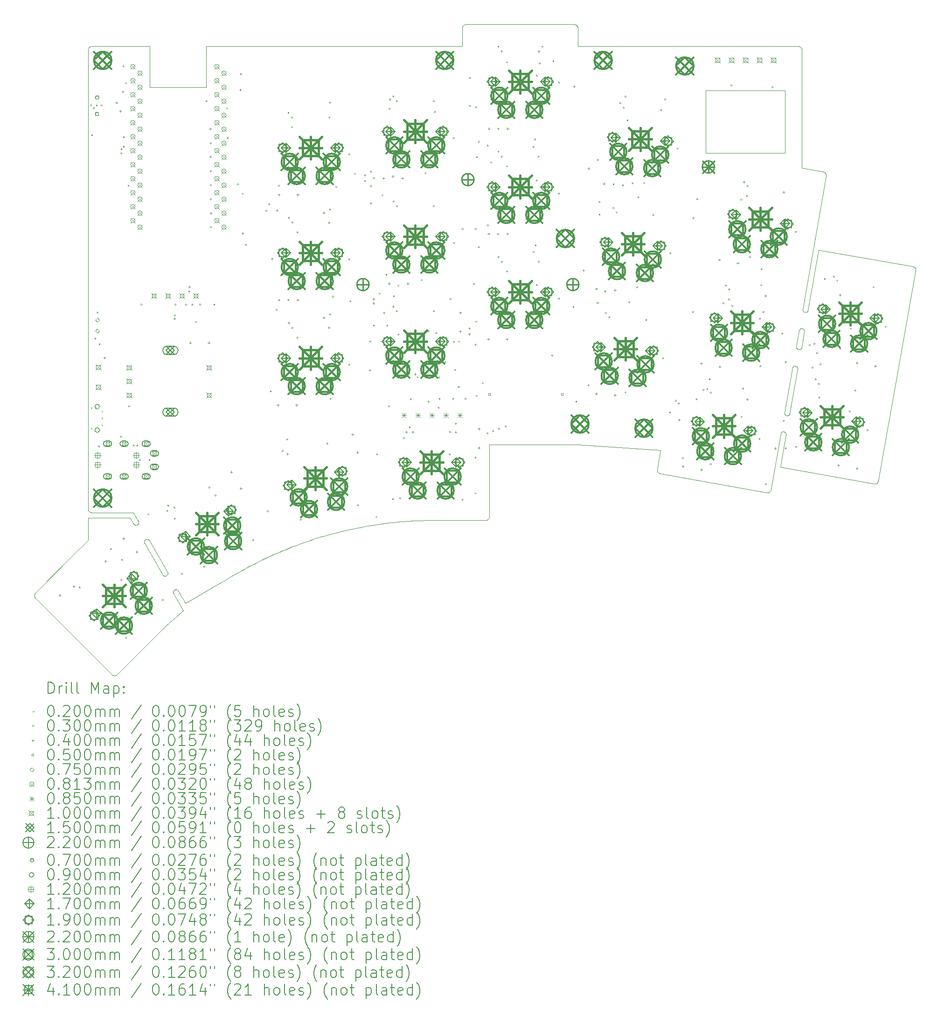
<source format=gbr>
%TF.GenerationSoftware,KiCad,Pcbnew,7.0.5*%
%TF.CreationDate,2023-06-17T21:45:55-05:00*%
%TF.ProjectId,klor1_3_pimoroni,6b6c6f72-315f-4335-9f70-696d6f726f6e,v1.3.0*%
%TF.SameCoordinates,Original*%
%TF.FileFunction,Drillmap*%
%TF.FilePolarity,Positive*%
%FSLAX45Y45*%
G04 Gerber Fmt 4.5, Leading zero omitted, Abs format (unit mm)*
G04 Created by KiCad (PCBNEW 7.0.5) date 2023-06-17 21:45:55*
%MOMM*%
%LPD*%
G01*
G04 APERTURE LIST*
%ADD10C,0.010000*%
%ADD11C,0.100000*%
%ADD12C,0.200000*%
%ADD13C,0.020000*%
%ADD14C,0.030000*%
%ADD15C,0.040000*%
%ADD16C,0.050000*%
%ADD17C,0.075000*%
%ADD18C,0.081280*%
%ADD19C,0.085000*%
%ADD20C,0.150000*%
%ADD21C,0.220000*%
%ADD22C,0.070000*%
%ADD23C,0.090000*%
%ADD24C,0.120000*%
%ADD25C,0.170000*%
%ADD26C,0.190000*%
%ADD27C,0.300000*%
%ADD28C,0.320000*%
%ADD29C,0.410000*%
G04 APERTURE END LIST*
D10*
X9420513Y-14904833D02*
X9089081Y-14333642D01*
X21327375Y-9013104D02*
X21133452Y-10102598D01*
X9505134Y-14855471D02*
X9506394Y-14857484D01*
X9507531Y-14859554D01*
X9508546Y-14861676D01*
X9509438Y-14863844D01*
X9510209Y-14866054D01*
X9510859Y-14868300D01*
X9511389Y-14870577D01*
X9511800Y-14872880D01*
X9512092Y-14875203D01*
X9512266Y-14877542D01*
X9512322Y-14879891D01*
X9512261Y-14882245D01*
X9512085Y-14884599D01*
X9511792Y-14886949D01*
X9511385Y-14889287D01*
X9510864Y-14891611D01*
X9510228Y-14893913D01*
X9509480Y-14896190D01*
X9508620Y-14898436D01*
X9507648Y-14900646D01*
X9506564Y-14902814D01*
X9505371Y-14904936D01*
X9504067Y-14907006D01*
X9502655Y-14909020D01*
X9501134Y-14910971D01*
X9499505Y-14912855D01*
X9497769Y-14914667D01*
X9495927Y-14916402D01*
X9493979Y-14918054D01*
X9491925Y-14919618D01*
X9489767Y-14921089D01*
X9487505Y-14922462D01*
X21024150Y-7525187D02*
X21024150Y-5388510D01*
X9184280Y-6061951D02*
X9184280Y-5314467D01*
X15276983Y-13917589D02*
X15280597Y-13917497D01*
X15284166Y-13917223D01*
X15287685Y-13916773D01*
X15291148Y-13916150D01*
X15294552Y-13915359D01*
X15297893Y-13914405D01*
X15301164Y-13913292D01*
X15304363Y-13912025D01*
X15307485Y-13910608D01*
X15310524Y-13909045D01*
X15313477Y-13907342D01*
X15316339Y-13905503D01*
X15319105Y-13903532D01*
X15321771Y-13901434D01*
X15324333Y-13899213D01*
X15326785Y-13896875D01*
X15329124Y-13894422D01*
X15331345Y-13891860D01*
X15333443Y-13889194D01*
X15335414Y-13886428D01*
X15337253Y-13883566D01*
X15338956Y-13880613D01*
X15340519Y-13877574D01*
X15341936Y-13874452D01*
X15343203Y-13871253D01*
X15344316Y-13867982D01*
X15345270Y-13864641D01*
X15346061Y-13861237D01*
X15346684Y-13857774D01*
X15347134Y-13854255D01*
X15347408Y-13850686D01*
X15347500Y-13847072D01*
X23083258Y-9390372D02*
X23084468Y-9386758D01*
X23085455Y-9383187D01*
X23086225Y-9379665D01*
X23086784Y-9376193D01*
X23087136Y-9372776D01*
X23087287Y-9369416D01*
X23087241Y-9366117D01*
X23087004Y-9362882D01*
X23086582Y-9359714D01*
X23085978Y-9356616D01*
X23085199Y-9353592D01*
X23084250Y-9350645D01*
X23083135Y-9347777D01*
X23081860Y-9344993D01*
X23080430Y-9342296D01*
X23078851Y-9339688D01*
X23077127Y-9337173D01*
X23075263Y-9334755D01*
X23073265Y-9332436D01*
X23071138Y-9330219D01*
X23068887Y-9328109D01*
X23066517Y-9326107D01*
X23064034Y-9324218D01*
X23061442Y-9322444D01*
X23058747Y-9320790D01*
X23055953Y-9319257D01*
X23053067Y-9317849D01*
X23050093Y-9316570D01*
X23047036Y-9315423D01*
X23043902Y-9314410D01*
X23040696Y-9313536D01*
X23037422Y-9312803D01*
X14853878Y-5314467D02*
X10210308Y-5314467D01*
X10517059Y-15028238D02*
X10524010Y-15023621D01*
X10530982Y-15019024D01*
X10537973Y-15014448D01*
X10544983Y-15009893D01*
X10552011Y-15005358D01*
X10559057Y-15000844D01*
X10566119Y-14996350D01*
X10573197Y-14991877D01*
X10580291Y-14987425D01*
X10587400Y-14982994D01*
X10594522Y-14978583D01*
X10601659Y-14974193D01*
X10608808Y-14969824D01*
X10615970Y-14965475D01*
X10623143Y-14961147D01*
X10630327Y-14956839D01*
X10637522Y-14952552D01*
X10644726Y-14948286D01*
X10651939Y-14944041D01*
X10659161Y-14939816D01*
X10666390Y-14935612D01*
X10673627Y-14931428D01*
X10680870Y-14927265D01*
X10688118Y-14923123D01*
X10695372Y-14919001D01*
X10702631Y-14914901D01*
X10709893Y-14910820D01*
X10717159Y-14906761D01*
X10724427Y-14902722D01*
X10731697Y-14898704D01*
X10738968Y-14894706D01*
X10746240Y-14890729D01*
X21408470Y-7592179D02*
X21024150Y-7525187D01*
X20692719Y-12309793D02*
X20695332Y-12310194D01*
X20697880Y-12310736D01*
X20700361Y-12311412D01*
X20702773Y-12312217D01*
X20705112Y-12313145D01*
X20707376Y-12314193D01*
X20709563Y-12315354D01*
X20711670Y-12316624D01*
X20713694Y-12317997D01*
X20715633Y-12319468D01*
X20717484Y-12321032D01*
X20719245Y-12322684D01*
X20720913Y-12324418D01*
X20722485Y-12326230D01*
X20723959Y-12328115D01*
X20725333Y-12330066D01*
X20726603Y-12332080D01*
X20727767Y-12334150D01*
X20728823Y-12336272D01*
X20729768Y-12338440D01*
X20730599Y-12340650D01*
X20731314Y-12342896D01*
X20731910Y-12345173D01*
X20732385Y-12347475D01*
X20732735Y-12349799D01*
X20732960Y-12352137D01*
X20733055Y-12354486D01*
X20733018Y-12356841D01*
X20732847Y-12359195D01*
X20732540Y-12361544D01*
X20732092Y-12363883D01*
X20731503Y-12366206D01*
X8137096Y-5314467D02*
X8133161Y-5314559D01*
X8129292Y-5314833D01*
X8125493Y-5315283D01*
X8121767Y-5315906D01*
X8118119Y-5316697D01*
X8114552Y-5317651D01*
X8111070Y-5318764D01*
X8107678Y-5320031D01*
X8104378Y-5321448D01*
X8101175Y-5323011D01*
X8098073Y-5324714D01*
X8095075Y-5326553D01*
X8092186Y-5328524D01*
X8089409Y-5330622D01*
X8086749Y-5332843D01*
X8084208Y-5335182D01*
X8081792Y-5337634D01*
X8079503Y-5340196D01*
X8077346Y-5342862D01*
X8075325Y-5345628D01*
X8073443Y-5348490D01*
X8071704Y-5351443D01*
X8070113Y-5354483D01*
X8068673Y-5357604D01*
X8067387Y-5360803D01*
X8066261Y-5364075D01*
X8065297Y-5367415D01*
X8064499Y-5370819D01*
X8063873Y-5374283D01*
X8063420Y-5377801D01*
X8063146Y-5381370D01*
X8063053Y-5384985D01*
X9184280Y-5314467D02*
X8228769Y-5314467D01*
X9279478Y-16029585D02*
X9295035Y-16014070D01*
X9310633Y-15998597D01*
X9326272Y-15983166D01*
X9341952Y-15967779D01*
X9357674Y-15952436D01*
X9373437Y-15937137D01*
X9389242Y-15921883D01*
X9405087Y-15906675D01*
X9420974Y-15891514D01*
X9436903Y-15876400D01*
X9452873Y-15861334D01*
X9468884Y-15846316D01*
X9484936Y-15831347D01*
X9501030Y-15816427D01*
X9517165Y-15801559D01*
X9533341Y-15786741D01*
X9549559Y-15771975D01*
X9565817Y-15757261D01*
X9582118Y-15742600D01*
X9598459Y-15727992D01*
X9614842Y-15713439D01*
X9631266Y-15698941D01*
X9647732Y-15684498D01*
X9664239Y-15670112D01*
X9680787Y-15655782D01*
X9697377Y-15641510D01*
X9714007Y-15627295D01*
X9730680Y-15613140D01*
X9747393Y-15599044D01*
X9764148Y-15585008D01*
X9780944Y-15571032D01*
X9797781Y-15557119D01*
X8496735Y-16717130D02*
X8499420Y-16719691D01*
X8502182Y-16722088D01*
X8505017Y-16724319D01*
X8507919Y-16726385D01*
X8510883Y-16728286D01*
X8513903Y-16730021D01*
X8516975Y-16731591D01*
X8520094Y-16732996D01*
X8523254Y-16734236D01*
X8526450Y-16735310D01*
X8529678Y-16736219D01*
X8532931Y-16736963D01*
X8536204Y-16737541D01*
X8539493Y-16737954D01*
X8542793Y-16738202D01*
X8546097Y-16738285D01*
X8549402Y-16738202D01*
X8552702Y-16737954D01*
X8555991Y-16737541D01*
X8559264Y-16736963D01*
X8562517Y-16736219D01*
X8565745Y-16735310D01*
X8568941Y-16734236D01*
X8572101Y-16732996D01*
X8575219Y-16731591D01*
X8578292Y-16730021D01*
X8581312Y-16728286D01*
X8584276Y-16726385D01*
X8587178Y-16724319D01*
X8590012Y-16722088D01*
X8592775Y-16719691D01*
X8595460Y-16717130D01*
X9840092Y-15419610D02*
X10517059Y-15028238D01*
X9617962Y-15246842D02*
X9616701Y-15244518D01*
X9615564Y-15242177D01*
X9614550Y-15239822D01*
X9613658Y-15237456D01*
X9612887Y-15235082D01*
X9612237Y-15232703D01*
X9611706Y-15230323D01*
X9611296Y-15227945D01*
X9611004Y-15225573D01*
X9610830Y-15223208D01*
X9610774Y-15220856D01*
X9610834Y-15218518D01*
X9611011Y-15216198D01*
X9611303Y-15213900D01*
X9611711Y-15211626D01*
X9612232Y-15209379D01*
X9612867Y-15207164D01*
X9613616Y-15204983D01*
X9614476Y-15202840D01*
X9615448Y-15200737D01*
X9616531Y-15198678D01*
X9617725Y-15196666D01*
X9619028Y-15194705D01*
X9620441Y-15192797D01*
X9621962Y-15190946D01*
X9623591Y-15189155D01*
X9625327Y-15187427D01*
X9627169Y-15185766D01*
X9629117Y-15184174D01*
X9631171Y-15182656D01*
X9633329Y-15181213D01*
X9635591Y-15179850D01*
X20921900Y-10761936D02*
X20971262Y-10476340D01*
X16944719Y-12542500D02*
X18453791Y-12648276D01*
X21461358Y-7669748D02*
X21461917Y-7666443D01*
X21462275Y-7663144D01*
X21462438Y-7659855D01*
X21462412Y-7656581D01*
X21462202Y-7653328D01*
X21461815Y-7650101D01*
X21461256Y-7646905D01*
X21460532Y-7643745D01*
X21459647Y-7640626D01*
X21458608Y-7637554D01*
X21457420Y-7634533D01*
X21456090Y-7631569D01*
X21454623Y-7628668D01*
X21453025Y-7625833D01*
X21451301Y-7623071D01*
X21449458Y-7620386D01*
X21447502Y-7617784D01*
X21445437Y-7615269D01*
X21443271Y-7612848D01*
X21441009Y-7610524D01*
X21438656Y-7608304D01*
X21436218Y-7606193D01*
X21433702Y-7604195D01*
X21431113Y-7602316D01*
X21428456Y-7600560D01*
X21425739Y-7598934D01*
X21422965Y-7597443D01*
X21420143Y-7596090D01*
X21417276Y-7594883D01*
X21414371Y-7593825D01*
X21411434Y-7592922D01*
X21408470Y-7592179D01*
X21066461Y-10493970D02*
X21017099Y-10779565D01*
X8831693Y-13875279D02*
X8066579Y-13875279D01*
X9797781Y-15557119D02*
X9617962Y-15246842D01*
X9702583Y-15197480D02*
X9703776Y-15199548D01*
X9705215Y-15202041D01*
X9707169Y-15205427D01*
X9709604Y-15209644D01*
X9712484Y-15214632D01*
X9715774Y-15220331D01*
X9719441Y-15226678D01*
X9723448Y-15233615D01*
X9727761Y-15241080D01*
X9732346Y-15249012D01*
X9737166Y-15257351D01*
X9742189Y-15266036D01*
X9747377Y-15275006D01*
X9752698Y-15284201D01*
X9758115Y-15293560D01*
X9763594Y-15303022D01*
X9769101Y-15312527D01*
X9774599Y-15322014D01*
X9780055Y-15331422D01*
X9785434Y-15340690D01*
X9790700Y-15349758D01*
X9795819Y-15358566D01*
X9800756Y-15367052D01*
X9805476Y-15375156D01*
X9809944Y-15382817D01*
X9814126Y-15389974D01*
X9817986Y-15396567D01*
X9821490Y-15402536D01*
X9824602Y-15407818D01*
X9827289Y-15412354D01*
X9829514Y-15416084D01*
X20847857Y-11156833D02*
X20848259Y-11154220D01*
X20848800Y-11151672D01*
X20849476Y-11149191D01*
X20850281Y-11146779D01*
X20851210Y-11144440D01*
X20852257Y-11142175D01*
X20853418Y-11139988D01*
X20854688Y-11137882D01*
X20856061Y-11135857D01*
X20857532Y-11133918D01*
X20859096Y-11132067D01*
X20860748Y-11130307D01*
X20862483Y-11128639D01*
X20864295Y-11127066D01*
X20866179Y-11125592D01*
X20868131Y-11124219D01*
X20870144Y-11122949D01*
X20872214Y-11121785D01*
X20874336Y-11120729D01*
X20876504Y-11119784D01*
X20878714Y-11118953D01*
X20880960Y-11118238D01*
X20883237Y-11117642D01*
X20885540Y-11117167D01*
X20887863Y-11116816D01*
X20890202Y-11116592D01*
X20892551Y-11116497D01*
X20894905Y-11116534D01*
X20897259Y-11116705D01*
X20899609Y-11117012D01*
X20901947Y-11117459D01*
X20904271Y-11118049D01*
X20950107Y-5314467D02*
X20854909Y-5314467D01*
X21077038Y-10141383D02*
X21074425Y-10140981D01*
X21071877Y-10140439D01*
X21069396Y-10139764D01*
X21066984Y-10138959D01*
X21064645Y-10138030D01*
X21062381Y-10136982D01*
X21060194Y-10135821D01*
X21058087Y-10134551D01*
X21056063Y-10133178D01*
X21054124Y-10131707D01*
X21052272Y-10130143D01*
X21050512Y-10128491D01*
X21048844Y-10126757D01*
X21047272Y-10124945D01*
X21045797Y-10123060D01*
X21044424Y-10121109D01*
X21043154Y-10119096D01*
X21041990Y-10117025D01*
X21040934Y-10114903D01*
X21039989Y-10112735D01*
X21039158Y-10110525D01*
X21038443Y-10108279D01*
X21037847Y-10106003D01*
X21037372Y-10103700D01*
X21037022Y-10101377D01*
X21036797Y-10099038D01*
X21036702Y-10096689D01*
X21036739Y-10094334D01*
X21036910Y-10091980D01*
X21037217Y-10089631D01*
X21037665Y-10087292D01*
X21038254Y-10084969D01*
X8063053Y-13706037D02*
X8063146Y-13709652D01*
X8063419Y-13713220D01*
X8063870Y-13716739D01*
X8064493Y-13720202D01*
X8065283Y-13723606D01*
X8066237Y-13726947D01*
X8067350Y-13730219D01*
X8068618Y-13733417D01*
X8070035Y-13736539D01*
X8071597Y-13739578D01*
X8073300Y-13742531D01*
X8075139Y-13745393D01*
X8077110Y-13748159D01*
X8079208Y-13750826D01*
X8081429Y-13753387D01*
X8083768Y-13755840D01*
X8086220Y-13758179D01*
X8088782Y-13760400D01*
X8091448Y-13762498D01*
X8094214Y-13764469D01*
X8097076Y-13766308D01*
X8100029Y-13768011D01*
X8103069Y-13769573D01*
X8106190Y-13770990D01*
X8109389Y-13772257D01*
X8112661Y-13773370D01*
X8116001Y-13774324D01*
X8119405Y-13775115D01*
X8122869Y-13775738D01*
X8126387Y-13776189D01*
X8129956Y-13776462D01*
X8133571Y-13776554D01*
X8063053Y-5384985D02*
X8063053Y-13706037D01*
X9089081Y-14333642D02*
X9087821Y-14331318D01*
X9086684Y-14328977D01*
X9085670Y-14326622D01*
X9084777Y-14324256D01*
X9084006Y-14321882D01*
X9083356Y-14319503D01*
X9082826Y-14317123D01*
X9082415Y-14314745D01*
X9082123Y-14312373D01*
X9081950Y-14310008D01*
X9081893Y-14307656D01*
X9081954Y-14305318D01*
X9082131Y-14302998D01*
X9082423Y-14300699D01*
X9082830Y-14298426D01*
X9083352Y-14296179D01*
X9083987Y-14293964D01*
X9084735Y-14291783D01*
X9085596Y-14289640D01*
X9086568Y-14287537D01*
X9087651Y-14285478D01*
X9088845Y-14283466D01*
X9090148Y-14281505D01*
X9091561Y-14279597D01*
X9093082Y-14277746D01*
X9094710Y-14275955D01*
X9096446Y-14274227D01*
X9098289Y-14272566D01*
X9100237Y-14270974D01*
X9102291Y-14269455D01*
X9104449Y-14268013D01*
X9106711Y-14266650D01*
X7798613Y-14545194D02*
X7111068Y-15232739D01*
X14853878Y-4986561D02*
X14853878Y-5314467D01*
X18393851Y-12997337D02*
X18393603Y-13000632D01*
X18393516Y-13003902D01*
X18393586Y-13007143D01*
X18393810Y-13010353D01*
X18394184Y-13013526D01*
X18394704Y-13016659D01*
X18395365Y-13019748D01*
X18396165Y-13022790D01*
X18397099Y-13025779D01*
X18398164Y-13028714D01*
X18399355Y-13031588D01*
X18400669Y-13034400D01*
X18402102Y-13037145D01*
X18403649Y-13039818D01*
X18405308Y-13042417D01*
X18407073Y-13044936D01*
X18408943Y-13047373D01*
X18410911Y-13049724D01*
X18412975Y-13051984D01*
X18415131Y-13054150D01*
X18417374Y-13056218D01*
X18419702Y-13058184D01*
X18422109Y-13060044D01*
X18424593Y-13061794D01*
X18427149Y-13063431D01*
X18429773Y-13064950D01*
X18432462Y-13066348D01*
X18435212Y-13067620D01*
X18438018Y-13068764D01*
X18440877Y-13069774D01*
X18443786Y-13070648D01*
X18446740Y-13071380D01*
X16955297Y-5314467D02*
X16955297Y-4986561D01*
D11*
X19280000Y-6115000D02*
X20720000Y-6115000D01*
X20720000Y-7255000D01*
X19280000Y-7255000D01*
X19280000Y-6115000D01*
D10*
X20904271Y-11118049D02*
X20906884Y-11118451D01*
X20909432Y-11118992D01*
X20911913Y-11119668D01*
X20914325Y-11120473D01*
X20916664Y-11121402D01*
X20918929Y-11122449D01*
X20921115Y-11123610D01*
X20923222Y-11124880D01*
X20925246Y-11126253D01*
X20927185Y-11127724D01*
X20929037Y-11129288D01*
X20930797Y-11130940D01*
X20932465Y-11132675D01*
X20934038Y-11134487D01*
X20935512Y-11136371D01*
X20936885Y-11138322D01*
X20938155Y-11140336D01*
X20939319Y-11142406D01*
X20940375Y-11144528D01*
X20941320Y-11146696D01*
X20942151Y-11148906D01*
X20942866Y-11151152D01*
X20943462Y-11153429D01*
X20943937Y-11155731D01*
X20944288Y-11158055D01*
X20944512Y-11160394D01*
X20944607Y-11162743D01*
X20944570Y-11165097D01*
X20944399Y-11167451D01*
X20944092Y-11169800D01*
X20943644Y-11172139D01*
X20943055Y-11174463D01*
X20706822Y-11960731D02*
X20847857Y-11156833D01*
X8595460Y-16717130D02*
X9279478Y-16029585D01*
X21024150Y-5388510D02*
X21024058Y-5384585D01*
X21023784Y-5380745D01*
X21023331Y-5376991D01*
X21022704Y-5373326D01*
X21021907Y-5369751D01*
X21020943Y-5366268D01*
X21019816Y-5362880D01*
X21018531Y-5359587D01*
X21017091Y-5356393D01*
X21015499Y-5353299D01*
X21013761Y-5350307D01*
X21011879Y-5347419D01*
X21009857Y-5344637D01*
X21007700Y-5341962D01*
X21005412Y-5339398D01*
X21002995Y-5336945D01*
X21000455Y-5334605D01*
X20997794Y-5332381D01*
X20995017Y-5330275D01*
X20992128Y-5328288D01*
X20989131Y-5326423D01*
X20986029Y-5324681D01*
X20982826Y-5323064D01*
X20979526Y-5321574D01*
X20976133Y-5320213D01*
X20972652Y-5318984D01*
X20969085Y-5317887D01*
X20965436Y-5316926D01*
X20961711Y-5316101D01*
X20957911Y-5315415D01*
X20954042Y-5314870D01*
X20950107Y-5314467D01*
X20460011Y-13360502D02*
X20636305Y-12348577D01*
X21017099Y-10779565D02*
X21016697Y-10782178D01*
X21016155Y-10784727D01*
X21015479Y-10787208D01*
X21014675Y-10789619D01*
X21013746Y-10791959D01*
X21012698Y-10794223D01*
X21011537Y-10796410D01*
X21010267Y-10798517D01*
X21008894Y-10800541D01*
X21007423Y-10802480D01*
X21005859Y-10804331D01*
X21004207Y-10806092D01*
X21002473Y-10807760D01*
X21000661Y-10809332D01*
X20998776Y-10810806D01*
X20996825Y-10812179D01*
X20994811Y-10813450D01*
X20992741Y-10814614D01*
X20990619Y-10815670D01*
X20988451Y-10816614D01*
X20986241Y-10817445D01*
X20983995Y-10818160D01*
X20981719Y-10818756D01*
X20979416Y-10819231D01*
X20977093Y-10819582D01*
X20974754Y-10819806D01*
X20972405Y-10819901D01*
X20970050Y-10819865D01*
X20967696Y-10819694D01*
X20965347Y-10819386D01*
X20963008Y-10818939D01*
X20960685Y-10818350D01*
X9487505Y-14922462D02*
X9485181Y-14923722D01*
X9482840Y-14924859D01*
X9480485Y-14925874D01*
X9478118Y-14926766D01*
X9475744Y-14927537D01*
X9473366Y-14928187D01*
X9470986Y-14928717D01*
X9468608Y-14929128D01*
X9466236Y-14929420D01*
X9463871Y-14929594D01*
X9461518Y-14929650D01*
X9459181Y-14929589D01*
X9456861Y-14929413D01*
X9454562Y-14929120D01*
X9452288Y-14928713D01*
X9450042Y-14928191D01*
X9447827Y-14927556D01*
X9445646Y-14926808D01*
X9443503Y-14925948D01*
X9441400Y-14924975D01*
X9439341Y-14923892D01*
X9437329Y-14922699D01*
X9435368Y-14921395D01*
X9433460Y-14919983D01*
X9431609Y-14918462D01*
X9429818Y-14916833D01*
X9428090Y-14915097D01*
X9426429Y-14913255D01*
X9424837Y-14911306D01*
X9423318Y-14909253D01*
X9421876Y-14907095D01*
X9420513Y-14904833D01*
X10210308Y-5314467D02*
X10210308Y-6061951D01*
X15347500Y-12542500D02*
X16944719Y-12542500D01*
X14296791Y-13917589D02*
X15276983Y-13917589D01*
X20971262Y-10476340D02*
X20971664Y-10473727D01*
X20972206Y-10471179D01*
X20972881Y-10468698D01*
X20973686Y-10466286D01*
X20974615Y-10463947D01*
X20975663Y-10461683D01*
X20976824Y-10459496D01*
X20978094Y-10457389D01*
X20979467Y-10455365D01*
X20980938Y-10453426D01*
X20982502Y-10451575D01*
X20984154Y-10449814D01*
X20985888Y-10448146D01*
X20987700Y-10446574D01*
X20989584Y-10445100D01*
X20991536Y-10443726D01*
X20993549Y-10442456D01*
X20995620Y-10441292D01*
X20997741Y-10440236D01*
X20999910Y-10439291D01*
X21002120Y-10438460D01*
X21004365Y-10437745D01*
X21006642Y-10437149D01*
X21008945Y-10436674D01*
X21011268Y-10436323D01*
X21013607Y-10436099D01*
X21015956Y-10436004D01*
X21018311Y-10436041D01*
X21020665Y-10436212D01*
X21023014Y-10436519D01*
X21025353Y-10436966D01*
X21027676Y-10437556D01*
X22409817Y-13198312D02*
X23083258Y-9390372D01*
X9635591Y-15179850D02*
X9637915Y-15178590D01*
X9640256Y-15177453D01*
X9642611Y-15176439D01*
X9644977Y-15175546D01*
X9647351Y-15174775D01*
X9649730Y-15174125D01*
X9652110Y-15173595D01*
X9654488Y-15173184D01*
X9656860Y-15172892D01*
X9659225Y-15172719D01*
X9661577Y-15172662D01*
X9663915Y-15172723D01*
X9666235Y-15172900D01*
X9668533Y-15173192D01*
X9670807Y-15173599D01*
X9673054Y-15174121D01*
X9675269Y-15174756D01*
X9677450Y-15175504D01*
X9679593Y-15176365D01*
X9681696Y-15177337D01*
X9683755Y-15178420D01*
X9685767Y-15179614D01*
X9687728Y-15180917D01*
X9689636Y-15182330D01*
X9691487Y-15183851D01*
X9693278Y-15185479D01*
X9695006Y-15187215D01*
X9696667Y-15189058D01*
X9698259Y-15191006D01*
X9699777Y-15193060D01*
X9701220Y-15195218D01*
X9702583Y-15197480D01*
X21401418Y-8011757D02*
X21461358Y-7669748D01*
X18446740Y-13071380D02*
X20382442Y-13413390D01*
X20382442Y-13413390D02*
X20385747Y-13413958D01*
X20389046Y-13414345D01*
X20392335Y-13414554D01*
X20395609Y-13414588D01*
X20398862Y-13414452D01*
X20402089Y-13414149D01*
X20405285Y-13413683D01*
X20408445Y-13413059D01*
X20411564Y-13412280D01*
X20414636Y-13411350D01*
X20417657Y-13410272D01*
X20420621Y-13409051D01*
X20423522Y-13407691D01*
X20426357Y-13406195D01*
X20429119Y-13404567D01*
X20431804Y-13402812D01*
X20434406Y-13400933D01*
X20436921Y-13398933D01*
X20439342Y-13396818D01*
X20441666Y-13394590D01*
X20443886Y-13392253D01*
X20445997Y-13389812D01*
X20447995Y-13387270D01*
X20449874Y-13384632D01*
X20451629Y-13381900D01*
X20453256Y-13379080D01*
X20454747Y-13376174D01*
X20456100Y-13373186D01*
X20457307Y-13370122D01*
X20458365Y-13366983D01*
X20459268Y-13363775D01*
X20460011Y-13360502D01*
X14920870Y-4919570D02*
X14917575Y-4919662D01*
X14914307Y-4919935D01*
X14911069Y-4920383D01*
X14907868Y-4921002D01*
X14904708Y-4921786D01*
X14901594Y-4922731D01*
X14898533Y-4923830D01*
X14895527Y-4925079D01*
X14892584Y-4926473D01*
X14889708Y-4928006D01*
X14886905Y-4929673D01*
X14884179Y-4931470D01*
X14881535Y-4933390D01*
X14878979Y-4935429D01*
X14876517Y-4937582D01*
X14874152Y-4939843D01*
X14871891Y-4942208D01*
X14869738Y-4944671D01*
X14867698Y-4947227D01*
X14865778Y-4949870D01*
X14863981Y-4952596D01*
X14862314Y-4955400D01*
X14860781Y-4958276D01*
X14859387Y-4961219D01*
X14858138Y-4964224D01*
X14857039Y-4967286D01*
X14856095Y-4970400D01*
X14855311Y-4973560D01*
X14854692Y-4976761D01*
X14854243Y-4979998D01*
X14853970Y-4983267D01*
X14853878Y-4986561D01*
X23037422Y-9312803D02*
X21327375Y-9013104D01*
X7111068Y-15232739D02*
X7108507Y-15235423D01*
X7106110Y-15238186D01*
X7103879Y-15241020D01*
X7101813Y-15243922D01*
X7099912Y-15246886D01*
X7098177Y-15249906D01*
X7096607Y-15252979D01*
X7095202Y-15256097D01*
X7093962Y-15259257D01*
X7092888Y-15262454D01*
X7091979Y-15265681D01*
X7091235Y-15268934D01*
X7090657Y-15272207D01*
X7090244Y-15275497D01*
X7089996Y-15278796D01*
X7089913Y-15282101D01*
X7089996Y-15285405D01*
X7090244Y-15288705D01*
X7090657Y-15291994D01*
X7091235Y-15295268D01*
X7091979Y-15298521D01*
X7092888Y-15301748D01*
X7093962Y-15304944D01*
X7095202Y-15308104D01*
X7096607Y-15311223D01*
X7098177Y-15314295D01*
X7099912Y-15317315D01*
X7101813Y-15320279D01*
X7103879Y-15323181D01*
X7106110Y-15326016D01*
X7108507Y-15328778D01*
X7111068Y-15331463D01*
X8958624Y-13998684D02*
X8956301Y-13999944D01*
X8953960Y-14001081D01*
X8951604Y-14002096D01*
X8949238Y-14002988D01*
X8946864Y-14003759D01*
X8944486Y-14004409D01*
X8942106Y-14004939D01*
X8939728Y-14005350D01*
X8937355Y-14005642D01*
X8934991Y-14005816D01*
X8932638Y-14005872D01*
X8930300Y-14005812D01*
X8927980Y-14005635D01*
X8925682Y-14005342D01*
X8923408Y-14004935D01*
X8921162Y-14004414D01*
X8918947Y-14003778D01*
X8916766Y-14003030D01*
X8914622Y-14002170D01*
X8912519Y-14001198D01*
X8910460Y-14000114D01*
X8908449Y-13998921D01*
X8906487Y-13997617D01*
X8904579Y-13996205D01*
X8902728Y-13994684D01*
X8900937Y-13993055D01*
X8899209Y-13991319D01*
X8897548Y-13989477D01*
X8895957Y-13987529D01*
X8894438Y-13985475D01*
X8892996Y-13983317D01*
X8891633Y-13981055D01*
X8884581Y-13776554D02*
X8976254Y-13931693D01*
X8891633Y-13981055D02*
X8831693Y-13875279D01*
X10746240Y-14890729D02*
X10798258Y-14860867D01*
X10850511Y-14831442D01*
X10902984Y-14802459D01*
X10955664Y-14773921D01*
X11008538Y-14745833D01*
X11061593Y-14718197D01*
X11114814Y-14691019D01*
X11168187Y-14664302D01*
X11221701Y-14638050D01*
X11275340Y-14612266D01*
X11329091Y-14586955D01*
X11382942Y-14562121D01*
X11436877Y-14537767D01*
X11490885Y-14513897D01*
X11544950Y-14490515D01*
X11599060Y-14467625D01*
X11653201Y-14445231D01*
X11707359Y-14423336D01*
X11761521Y-14401945D01*
X11815673Y-14381062D01*
X11869803Y-14360690D01*
X11923895Y-14340833D01*
X11977937Y-14321495D01*
X12031915Y-14302680D01*
X12085816Y-14284392D01*
X12139626Y-14266635D01*
X12193331Y-14249412D01*
X12246918Y-14232727D01*
X12300373Y-14216585D01*
X12353683Y-14200989D01*
X12406834Y-14185944D01*
X12459813Y-14171452D01*
X20636305Y-12348577D02*
X20636707Y-12345964D01*
X20637248Y-12343416D01*
X20637924Y-12340934D01*
X20638729Y-12338523D01*
X20639658Y-12336184D01*
X20640705Y-12333919D01*
X20641866Y-12331732D01*
X20643136Y-12329625D01*
X20644509Y-12327601D01*
X20645980Y-12325662D01*
X20647544Y-12323811D01*
X20649196Y-12322050D01*
X20650931Y-12320383D01*
X20652743Y-12318810D01*
X20654627Y-12317336D01*
X20656578Y-12315963D01*
X20658592Y-12314693D01*
X20660662Y-12313528D01*
X20662784Y-12312473D01*
X20664952Y-12311528D01*
X20667162Y-12310697D01*
X20669408Y-12309982D01*
X20671685Y-12309386D01*
X20673987Y-12308911D01*
X20676311Y-12308560D01*
X20678650Y-12308336D01*
X20680999Y-12308241D01*
X20683353Y-12308277D01*
X20685707Y-12308448D01*
X20688056Y-12308756D01*
X20690395Y-12309203D01*
X20692719Y-12309793D01*
X12459813Y-14171452D02*
X12517699Y-14156153D01*
X12575657Y-14141330D01*
X12633677Y-14126982D01*
X12691749Y-14113109D01*
X12749862Y-14099712D01*
X12808006Y-14086789D01*
X12866171Y-14074342D01*
X12924346Y-14062370D01*
X12982521Y-14050873D01*
X13040686Y-14039851D01*
X13098830Y-14029305D01*
X13156943Y-14019233D01*
X13215015Y-14009637D01*
X13273035Y-14000516D01*
X13330993Y-13991870D01*
X13388879Y-13983699D01*
X13446683Y-13976004D01*
X13504393Y-13968783D01*
X13562000Y-13962038D01*
X13619493Y-13955768D01*
X13676863Y-13949973D01*
X13734098Y-13944653D01*
X13791188Y-13939808D01*
X13848124Y-13935439D01*
X13904894Y-13931545D01*
X13961489Y-13928125D01*
X14017898Y-13925181D01*
X14074110Y-13922713D01*
X14130116Y-13920719D01*
X14185905Y-13919200D01*
X14241467Y-13918157D01*
X14296791Y-13917589D01*
X20943055Y-11174463D02*
X20802020Y-11978361D01*
X8066579Y-13875279D02*
X8066579Y-14280754D01*
X20960685Y-10818350D02*
X20958072Y-10817948D01*
X20955523Y-10817406D01*
X20953042Y-10816730D01*
X20950630Y-10815926D01*
X20948291Y-10814997D01*
X20946027Y-10813949D01*
X20943840Y-10812788D01*
X20941733Y-10811518D01*
X20939709Y-10810145D01*
X20937770Y-10808674D01*
X20935919Y-10807110D01*
X20934158Y-10805458D01*
X20932490Y-10803724D01*
X20930918Y-10801912D01*
X20929444Y-10800027D01*
X20928070Y-10798076D01*
X20926800Y-10796062D01*
X20925636Y-10793992D01*
X20924580Y-10791870D01*
X20923635Y-10789702D01*
X20922804Y-10787492D01*
X20922089Y-10785246D01*
X20921493Y-10782970D01*
X20921019Y-10780667D01*
X20920668Y-10778344D01*
X20920444Y-10776005D01*
X20920349Y-10773656D01*
X20920385Y-10771301D01*
X20920556Y-10768947D01*
X20920864Y-10766598D01*
X20921311Y-10764259D01*
X20921900Y-10761936D01*
X8228769Y-5314467D02*
X8137096Y-5314467D01*
X7111068Y-15331463D02*
X8496735Y-16717130D01*
X21038254Y-10084969D02*
X21401418Y-8011757D01*
X9106711Y-14266650D02*
X9109034Y-14265390D01*
X9111376Y-14264253D01*
X9113731Y-14263238D01*
X9116097Y-14262346D01*
X9118471Y-14261575D01*
X9120850Y-14260925D01*
X9123229Y-14260395D01*
X9125607Y-14259984D01*
X9127980Y-14259692D01*
X9130344Y-14259518D01*
X9132697Y-14259462D01*
X9135035Y-14259523D01*
X9137355Y-14259699D01*
X9139653Y-14259992D01*
X9141927Y-14260399D01*
X9144173Y-14260921D01*
X9146388Y-14261556D01*
X9148569Y-14262304D01*
X9150713Y-14263164D01*
X9152816Y-14264137D01*
X9154874Y-14265220D01*
X9156886Y-14266413D01*
X9158848Y-14267717D01*
X9160756Y-14269129D01*
X9162607Y-14270650D01*
X9164398Y-14272279D01*
X9166125Y-14274015D01*
X9167787Y-14275857D01*
X9169378Y-14277806D01*
X9170897Y-14279859D01*
X9172339Y-14282017D01*
X9173702Y-14284280D01*
X16955297Y-4986561D02*
X16955205Y-4983267D01*
X16954932Y-4979998D01*
X16954483Y-4976761D01*
X16953864Y-4973560D01*
X16953080Y-4970400D01*
X16952136Y-4967286D01*
X16951037Y-4964224D01*
X16949788Y-4961219D01*
X16948394Y-4958276D01*
X16946861Y-4955400D01*
X16945193Y-4952596D01*
X16943397Y-4949870D01*
X16941477Y-4947227D01*
X16939437Y-4944671D01*
X16937284Y-4942208D01*
X16935023Y-4939843D01*
X16932658Y-4937582D01*
X16930196Y-4935429D01*
X16927640Y-4933390D01*
X16924996Y-4931470D01*
X16922270Y-4929673D01*
X16919466Y-4928006D01*
X16916591Y-4926473D01*
X16913647Y-4925079D01*
X16910642Y-4923830D01*
X16907580Y-4922731D01*
X16904467Y-4921786D01*
X16901307Y-4921002D01*
X16898105Y-4920383D01*
X16894868Y-4919935D01*
X16891599Y-4919662D01*
X16888305Y-4919570D01*
X20802020Y-11978361D02*
X20801618Y-11980974D01*
X20801077Y-11983522D01*
X20800401Y-11986003D01*
X20799596Y-11988415D01*
X20798668Y-11990754D01*
X20797620Y-11993018D01*
X20796459Y-11995205D01*
X20795189Y-11997312D01*
X20793816Y-11999336D01*
X20792345Y-12001275D01*
X20790781Y-12003127D01*
X20789129Y-12004887D01*
X20787394Y-12006555D01*
X20785582Y-12008127D01*
X20783698Y-12009602D01*
X20781747Y-12010975D01*
X20779733Y-12012245D01*
X20777663Y-12013409D01*
X20775541Y-12014465D01*
X20773373Y-12015410D01*
X20771163Y-12016241D01*
X20768917Y-12016956D01*
X20766640Y-12017552D01*
X20764338Y-12018027D01*
X20762014Y-12018378D01*
X20759676Y-12018602D01*
X20757326Y-12018697D01*
X20754972Y-12018660D01*
X20752618Y-12018490D01*
X20750269Y-12018182D01*
X20747930Y-12017735D01*
X20745607Y-12017145D01*
X22332248Y-13254726D02*
X22335863Y-13255294D01*
X22339433Y-13255680D01*
X22342956Y-13255887D01*
X22346427Y-13255917D01*
X22349844Y-13255774D01*
X22353204Y-13255462D01*
X22356503Y-13254983D01*
X22359739Y-13254340D01*
X22362907Y-13253537D01*
X22366005Y-13252578D01*
X22369029Y-13251465D01*
X22371976Y-13250201D01*
X22374843Y-13248790D01*
X22377627Y-13247236D01*
X22380325Y-13245540D01*
X22382932Y-13243707D01*
X22385447Y-13241740D01*
X22387866Y-13239642D01*
X22390185Y-13237416D01*
X22392401Y-13235065D01*
X22394512Y-13232593D01*
X22396513Y-13230002D01*
X22398402Y-13227297D01*
X22400176Y-13224480D01*
X22401831Y-13221555D01*
X22403364Y-13218524D01*
X22404771Y-13215392D01*
X22406050Y-13212160D01*
X22407197Y-13208834D01*
X22408210Y-13205414D01*
X22409084Y-13201906D01*
X22409817Y-13198312D01*
X9173702Y-14284280D02*
X9505134Y-14855471D01*
X21027676Y-10437556D02*
X21029969Y-10437958D01*
X21032218Y-10438499D01*
X21034420Y-10439175D01*
X21036573Y-10439980D01*
X21038675Y-10440909D01*
X21040723Y-10441956D01*
X21042713Y-10443117D01*
X21044644Y-10444387D01*
X21046514Y-10445760D01*
X21048318Y-10447231D01*
X21050056Y-10448795D01*
X21051724Y-10450447D01*
X21053319Y-10452182D01*
X21054840Y-10453994D01*
X21056283Y-10455878D01*
X21057646Y-10457829D01*
X21058927Y-10459843D01*
X21060122Y-10461913D01*
X21061229Y-10464035D01*
X21062246Y-10466203D01*
X21063170Y-10468413D01*
X21063999Y-10470659D01*
X21064729Y-10472936D01*
X21065359Y-10475238D01*
X21065885Y-10477562D01*
X21066306Y-10479901D01*
X21066618Y-10482250D01*
X21066819Y-10484604D01*
X21066906Y-10486958D01*
X21066878Y-10489307D01*
X21066730Y-10491646D01*
X21066461Y-10493970D01*
X8066579Y-14280754D02*
X8057985Y-14288707D01*
X8049392Y-14296700D01*
X8040802Y-14304731D01*
X8032216Y-14312796D01*
X8023634Y-14320896D01*
X8015060Y-14329027D01*
X8006493Y-14337188D01*
X7997935Y-14345376D01*
X7989387Y-14353591D01*
X7980851Y-14361829D01*
X7972328Y-14370089D01*
X7963819Y-14378369D01*
X7955326Y-14386668D01*
X7946849Y-14394982D01*
X7938391Y-14403311D01*
X7929952Y-14411652D01*
X7921533Y-14420003D01*
X7913137Y-14428362D01*
X7904763Y-14436729D01*
X7896414Y-14445099D01*
X7888092Y-14453472D01*
X7879796Y-14461846D01*
X7871528Y-14470219D01*
X7863291Y-14478588D01*
X7855084Y-14486952D01*
X7846909Y-14495309D01*
X7838769Y-14503657D01*
X7830662Y-14511994D01*
X7822593Y-14520318D01*
X7814560Y-14528628D01*
X7806567Y-14536920D01*
X7798613Y-14545194D01*
X20745607Y-12017145D02*
X20743304Y-12016743D01*
X20741026Y-12016202D01*
X20738778Y-12015526D01*
X20736565Y-12014721D01*
X20734390Y-12013793D01*
X20732258Y-12012745D01*
X20730174Y-12011584D01*
X20728143Y-12010314D01*
X20726168Y-12008941D01*
X20724254Y-12007470D01*
X20722407Y-12005906D01*
X20720629Y-12004254D01*
X20718927Y-12002519D01*
X20717304Y-12000707D01*
X20715765Y-11998823D01*
X20714315Y-11996872D01*
X20712957Y-11994858D01*
X20711697Y-11992788D01*
X20710539Y-11990666D01*
X20709487Y-11988498D01*
X20708547Y-11986288D01*
X20707722Y-11984042D01*
X20707017Y-11981765D01*
X20706436Y-11979463D01*
X20705985Y-11977139D01*
X20705668Y-11974800D01*
X20705488Y-11972451D01*
X20705452Y-11970097D01*
X20705562Y-11967743D01*
X20705824Y-11965394D01*
X20706243Y-11963055D01*
X20706822Y-11960731D01*
X20854909Y-5314467D02*
X16955297Y-5314467D01*
X10210308Y-6061951D02*
X9184280Y-6061951D01*
X8133571Y-13776554D02*
X8884581Y-13776554D01*
X20629253Y-12951501D02*
X22332248Y-13254726D01*
X16888305Y-4919570D02*
X14920870Y-4919570D01*
X15347500Y-13847072D02*
X15347500Y-12542500D01*
X8976254Y-13931693D02*
X8977514Y-13934016D01*
X8978651Y-13936357D01*
X8979665Y-13938713D01*
X8980558Y-13941079D01*
X8981329Y-13943453D01*
X8981979Y-13945831D01*
X8982509Y-13948211D01*
X8982920Y-13950589D01*
X8983212Y-13952962D01*
X8983385Y-13955326D01*
X8983442Y-13957679D01*
X8983381Y-13960017D01*
X8983204Y-13962336D01*
X8982912Y-13964635D01*
X8982505Y-13966909D01*
X8981983Y-13969155D01*
X8981348Y-13971370D01*
X8980600Y-13973551D01*
X8979739Y-13975695D01*
X8978767Y-13977797D01*
X8977684Y-13979856D01*
X8976490Y-13981868D01*
X8975187Y-13983830D01*
X8973774Y-13985738D01*
X8972254Y-13987589D01*
X8970625Y-13989380D01*
X8968889Y-13991107D01*
X8967046Y-13992769D01*
X8965098Y-13994360D01*
X8963045Y-13995879D01*
X8960886Y-13997321D01*
X8958624Y-13998684D01*
X20731503Y-12366206D02*
X20629253Y-12951501D01*
X9829514Y-15416084D02*
X9830506Y-15416985D01*
X9831497Y-15417718D01*
X9832489Y-15418300D01*
X9833481Y-15418749D01*
X9834472Y-15419081D01*
X9835464Y-15419314D01*
X9836456Y-15419466D01*
X9837778Y-15419573D01*
X9839100Y-15419607D01*
X9840092Y-15419610D01*
X18453791Y-12648276D02*
X18393851Y-12997337D01*
X21133452Y-10102598D02*
X21133050Y-10105211D01*
X21132509Y-10107760D01*
X21131833Y-10110241D01*
X21131028Y-10112652D01*
X21130099Y-10114992D01*
X21129052Y-10117256D01*
X21127891Y-10119443D01*
X21126621Y-10121550D01*
X21125248Y-10123574D01*
X21123777Y-10125513D01*
X21122213Y-10127364D01*
X21120561Y-10129125D01*
X21118826Y-10130793D01*
X21117014Y-10132365D01*
X21115130Y-10133839D01*
X21113179Y-10135212D01*
X21111165Y-10136483D01*
X21109095Y-10137647D01*
X21106973Y-10138703D01*
X21104805Y-10139647D01*
X21102595Y-10140478D01*
X21100349Y-10141193D01*
X21098072Y-10141789D01*
X21095770Y-10142264D01*
X21093446Y-10142615D01*
X21091107Y-10142839D01*
X21088758Y-10142934D01*
X21086404Y-10142898D01*
X21084050Y-10142727D01*
X21081701Y-10142419D01*
X21079362Y-10141972D01*
X21077038Y-10141383D01*
D12*
D13*
X8115999Y-11871001D02*
X8135999Y-11891001D01*
X8135999Y-11871001D02*
X8115999Y-11891001D01*
X8115999Y-12241001D02*
X8135999Y-12261001D01*
X8135999Y-12241001D02*
X8115999Y-12261001D01*
X8310999Y-11933501D02*
X8330999Y-11953501D01*
X8330999Y-11933501D02*
X8310999Y-11953501D01*
X8310999Y-12056001D02*
X8330999Y-12076001D01*
X8330999Y-12056001D02*
X8310999Y-12076001D01*
X8310999Y-12178501D02*
X8330999Y-12198501D01*
X8330999Y-12178501D02*
X8310999Y-12198501D01*
D14*
X7570000Y-15285000D02*
G75*
G03*
X7570000Y-15285000I-15000J0D01*
G01*
X7823100Y-15121200D02*
G75*
G03*
X7823100Y-15121200I-15000J0D01*
G01*
X7926582Y-15138116D02*
G75*
G03*
X7926582Y-15138116I-15000J0D01*
G01*
X8133400Y-6383800D02*
G75*
G03*
X8133400Y-6383800I-15000J0D01*
G01*
X8155000Y-6930000D02*
G75*
G03*
X8155000Y-6930000I-15000J0D01*
G01*
X8187500Y-6440000D02*
G75*
G03*
X8187500Y-6440000I-15000J0D01*
G01*
X8210000Y-10620000D02*
G75*
G03*
X8210000Y-10620000I-15000J0D01*
G01*
X8239800Y-6389900D02*
G75*
G03*
X8239800Y-6389900I-15000J0D01*
G01*
X8255000Y-10150000D02*
G75*
G03*
X8255000Y-10150000I-15000J0D01*
G01*
X8277348Y-12576233D02*
G75*
G03*
X8277348Y-12576233I-15000J0D01*
G01*
X8288976Y-10723312D02*
G75*
G03*
X8288976Y-10723312I-15000J0D01*
G01*
X8326700Y-6389400D02*
G75*
G03*
X8326700Y-6389400I-15000J0D01*
G01*
X8382500Y-10972500D02*
G75*
G03*
X8382500Y-10972500I-15000J0D01*
G01*
X8399363Y-14664370D02*
G75*
G03*
X8399363Y-14664370I-15000J0D01*
G01*
X8495000Y-14440000D02*
G75*
G03*
X8495000Y-14440000I-15000J0D01*
G01*
X8603000Y-6343000D02*
G75*
G03*
X8603000Y-6343000I-15000J0D01*
G01*
X8670619Y-6494100D02*
G75*
G03*
X8670619Y-6494100I-15000J0D01*
G01*
X8677664Y-12403758D02*
G75*
G03*
X8677664Y-12403758I-15000J0D01*
G01*
X8685000Y-15000000D02*
G75*
G03*
X8685000Y-15000000I-15000J0D01*
G01*
X8685303Y-7260303D02*
G75*
G03*
X8685303Y-7260303I-15000J0D01*
G01*
X8686148Y-7185000D02*
G75*
G03*
X8686148Y-7185000I-15000J0D01*
G01*
X8697500Y-14637500D02*
G75*
G03*
X8697500Y-14637500I-15000J0D01*
G01*
X8715971Y-6140400D02*
G75*
G03*
X8715971Y-6140400I-15000J0D01*
G01*
X8725000Y-5680000D02*
G75*
G03*
X8725000Y-5680000I-15000J0D01*
G01*
X8728479Y-7138479D02*
G75*
G03*
X8728479Y-7138479I-15000J0D01*
G01*
X8730000Y-6965000D02*
G75*
G03*
X8730000Y-6965000I-15000J0D01*
G01*
X8768621Y-5987921D02*
G75*
G03*
X8768621Y-5987921I-15000J0D01*
G01*
X8769852Y-16050490D02*
G75*
G03*
X8769852Y-16050490I-15000J0D01*
G01*
X8817500Y-7847500D02*
G75*
G03*
X8817500Y-7847500I-15000J0D01*
G01*
X8825000Y-11850000D02*
G75*
G03*
X8825000Y-11850000I-15000J0D01*
G01*
X8904800Y-12564200D02*
G75*
G03*
X8904800Y-12564200I-15000J0D01*
G01*
X8974514Y-12562545D02*
G75*
G03*
X8974514Y-12562545I-15000J0D01*
G01*
X9020000Y-12825000D02*
G75*
G03*
X9020000Y-12825000I-15000J0D01*
G01*
X9047500Y-10005000D02*
G75*
G03*
X9047500Y-10005000I-15000J0D01*
G01*
X9175000Y-13810000D02*
G75*
G03*
X9175000Y-13810000I-15000J0D01*
G01*
X9195000Y-12825000D02*
G75*
G03*
X9195000Y-12825000I-15000J0D01*
G01*
X9436600Y-15363809D02*
G75*
G03*
X9436600Y-15363809I-15000J0D01*
G01*
X9518424Y-13745185D02*
G75*
G03*
X9518424Y-13745185I-15000J0D01*
G01*
X9534900Y-13654456D02*
G75*
G03*
X9534900Y-13654456I-15000J0D01*
G01*
X9646102Y-13690326D02*
G75*
G03*
X9646102Y-13690326I-15000J0D01*
G01*
X9653100Y-10261600D02*
G75*
G03*
X9653100Y-10261600I-15000J0D01*
G01*
X9655000Y-13890000D02*
G75*
G03*
X9655000Y-13890000I-15000J0D01*
G01*
X9655400Y-10198700D02*
G75*
G03*
X9655400Y-10198700I-15000J0D01*
G01*
X9665000Y-10005000D02*
G75*
G03*
X9665000Y-10005000I-15000J0D01*
G01*
X9785000Y-14890000D02*
G75*
G03*
X9785000Y-14890000I-15000J0D01*
G01*
X9860000Y-10005000D02*
G75*
G03*
X9860000Y-10005000I-15000J0D01*
G01*
X9915600Y-9768100D02*
G75*
G03*
X9915600Y-9768100I-15000J0D01*
G01*
X9922121Y-9687121D02*
G75*
G03*
X9922121Y-9687121I-15000J0D01*
G01*
X9972500Y-10005000D02*
G75*
G03*
X9972500Y-10005000I-15000J0D01*
G01*
X10038432Y-10320967D02*
G75*
G03*
X10038432Y-10320967I-15000J0D01*
G01*
X10112500Y-10005000D02*
G75*
G03*
X10112500Y-10005000I-15000J0D01*
G01*
X10187475Y-14761727D02*
G75*
G03*
X10187475Y-14761727I-15000J0D01*
G01*
X10229181Y-6310619D02*
G75*
G03*
X10229181Y-6310619I-15000J0D01*
G01*
X10284954Y-13324141D02*
G75*
G03*
X10284954Y-13324141I-15000J0D01*
G01*
X10305651Y-6817049D02*
G75*
G03*
X10305651Y-6817049I-15000J0D01*
G01*
X10306101Y-7325499D02*
G75*
G03*
X10306101Y-7325499I-15000J0D01*
G01*
X10307601Y-7580999D02*
G75*
G03*
X10307601Y-7580999I-15000J0D01*
G01*
X10308401Y-7073799D02*
G75*
G03*
X10308401Y-7073799I-15000J0D01*
G01*
X10308451Y-7835849D02*
G75*
G03*
X10308451Y-7835849I-15000J0D01*
G01*
X10309051Y-8598449D02*
G75*
G03*
X10309051Y-8598449I-15000J0D01*
G01*
X10309951Y-8091349D02*
G75*
G03*
X10309951Y-8091349I-15000J0D01*
G01*
X10312701Y-8348099D02*
G75*
G03*
X10312701Y-8348099I-15000J0D01*
G01*
X10372500Y-10005000D02*
G75*
G03*
X10372500Y-10005000I-15000J0D01*
G01*
X10395000Y-13467500D02*
G75*
G03*
X10395000Y-13467500I-15000J0D01*
G01*
X10605882Y-6443800D02*
G75*
G03*
X10605882Y-6443800I-15000J0D01*
G01*
X10618346Y-6982012D02*
G75*
G03*
X10618346Y-6982012I-15000J0D01*
G01*
X10799087Y-7821000D02*
G75*
G03*
X10799087Y-7821000I-15000J0D01*
G01*
X10845000Y-6110000D02*
G75*
G03*
X10845000Y-6110000I-15000J0D01*
G01*
X10855000Y-5820000D02*
G75*
G03*
X10855000Y-5820000I-15000J0D01*
G01*
X10884750Y-7993901D02*
G75*
G03*
X10884750Y-7993901I-15000J0D01*
G01*
X10890773Y-8713069D02*
G75*
G03*
X10890773Y-8713069I-15000J0D01*
G01*
X10946894Y-8918106D02*
G75*
G03*
X10946894Y-8918106I-15000J0D01*
G01*
X11076148Y-14277750D02*
G75*
G03*
X11076148Y-14277750I-15000J0D01*
G01*
X11315000Y-8300000D02*
G75*
G03*
X11315000Y-8300000I-15000J0D01*
G01*
X11340000Y-13755000D02*
G75*
G03*
X11340000Y-13755000I-15000J0D01*
G01*
X11369147Y-8183000D02*
G75*
G03*
X11369147Y-8183000I-15000J0D01*
G01*
X11396847Y-11580000D02*
G75*
G03*
X11396847Y-11580000I-15000J0D01*
G01*
X11421797Y-9175703D02*
G75*
G03*
X11421797Y-9175703I-15000J0D01*
G01*
X11503000Y-10096000D02*
G75*
G03*
X11503000Y-10096000I-15000J0D01*
G01*
X11515000Y-8300000D02*
G75*
G03*
X11515000Y-8300000I-15000J0D01*
G01*
X11545000Y-7845000D02*
G75*
G03*
X11545000Y-7845000I-15000J0D01*
G01*
X11611568Y-12660930D02*
G75*
G03*
X11611568Y-12660930I-15000J0D01*
G01*
X11695000Y-12450000D02*
G75*
G03*
X11695000Y-12450000I-15000J0D01*
G01*
X11700400Y-12718600D02*
G75*
G03*
X11700400Y-12718600I-15000J0D01*
G01*
X11715000Y-9917500D02*
G75*
G03*
X11715000Y-9917500I-15000J0D01*
G01*
X11719200Y-6524100D02*
G75*
G03*
X11719200Y-6524100I-15000J0D01*
G01*
X11725800Y-10338500D02*
G75*
G03*
X11725800Y-10338500I-15000J0D01*
G01*
X11726600Y-8429400D02*
G75*
G03*
X11726600Y-8429400I-15000J0D01*
G01*
X11781796Y-6607350D02*
G75*
G03*
X11781796Y-6607350I-15000J0D01*
G01*
X11781832Y-6782370D02*
G75*
G03*
X11781832Y-6782370I-15000J0D01*
G01*
X11787087Y-10425142D02*
G75*
G03*
X11787087Y-10425142I-15000J0D01*
G01*
X11787880Y-8517578D02*
G75*
G03*
X11787880Y-8517578I-15000J0D01*
G01*
X11881800Y-8694976D02*
G75*
G03*
X11881800Y-8694976I-15000J0D01*
G01*
X11881900Y-10602236D02*
G75*
G03*
X11881900Y-10602236I-15000J0D01*
G01*
X11941190Y-13905014D02*
G75*
G03*
X11941190Y-13905014I-15000J0D01*
G01*
X12361557Y-10247336D02*
G75*
G03*
X12361557Y-10247336I-15000J0D01*
G01*
X12361800Y-8340076D02*
G75*
G03*
X12361800Y-8340076I-15000J0D01*
G01*
X12421894Y-12525287D02*
G75*
G03*
X12421894Y-12525287I-15000J0D01*
G01*
X12455582Y-10424789D02*
G75*
G03*
X12455582Y-10424789I-15000J0D01*
G01*
X12456018Y-8517359D02*
G75*
G03*
X12456018Y-8517359I-15000J0D01*
G01*
X12460845Y-6607883D02*
G75*
G03*
X12460845Y-6607883I-15000J0D01*
G01*
X12475000Y-6340000D02*
G75*
G03*
X12475000Y-6340000I-15000J0D01*
G01*
X12475000Y-8280000D02*
G75*
G03*
X12475000Y-8280000I-15000J0D01*
G01*
X12475000Y-10180000D02*
G75*
G03*
X12475000Y-10180000I-15000J0D01*
G01*
X12482500Y-11712500D02*
G75*
G03*
X12482500Y-11712500I-15000J0D01*
G01*
X12528000Y-9861000D02*
G75*
G03*
X12528000Y-9861000I-15000J0D01*
G01*
X12585000Y-7870000D02*
G75*
G03*
X12585000Y-7870000I-15000J0D01*
G01*
X12822500Y-7280000D02*
G75*
G03*
X12822500Y-7280000I-15000J0D01*
G01*
X12822500Y-9185000D02*
G75*
G03*
X12822500Y-9185000I-15000J0D01*
G01*
X12822500Y-11095000D02*
G75*
G03*
X12822500Y-11095000I-15000J0D01*
G01*
X12842000Y-9943000D02*
G75*
G03*
X12842000Y-9943000I-15000J0D01*
G01*
X12925000Y-7630000D02*
G75*
G03*
X12925000Y-7630000I-15000J0D01*
G01*
X12979000Y-13647400D02*
G75*
G03*
X12979000Y-13647400I-15000J0D01*
G01*
X13107500Y-7657350D02*
G75*
G03*
X13107500Y-7657350I-15000J0D01*
G01*
X13108448Y-7762650D02*
G75*
G03*
X13108448Y-7762650I-15000J0D01*
G01*
X13199000Y-11201000D02*
G75*
G03*
X13199000Y-11201000I-15000J0D01*
G01*
X13202000Y-10671000D02*
G75*
G03*
X13202000Y-10671000I-15000J0D01*
G01*
X13215000Y-7590000D02*
G75*
G03*
X13215000Y-7590000I-15000J0D01*
G01*
X13215000Y-7857500D02*
G75*
G03*
X13215000Y-7857500I-15000J0D01*
G01*
X13215000Y-8170000D02*
G75*
G03*
X13215000Y-8170000I-15000J0D01*
G01*
X13267979Y-9983279D02*
G75*
G03*
X13267979Y-9983279I-15000J0D01*
G01*
X13268490Y-7708100D02*
G75*
G03*
X13268490Y-7708100I-15000J0D01*
G01*
X13268490Y-9907600D02*
G75*
G03*
X13268490Y-9907600I-15000J0D01*
G01*
X13268490Y-10386800D02*
G75*
G03*
X13268490Y-10386800I-15000J0D01*
G01*
X13315000Y-13860000D02*
G75*
G03*
X13315000Y-13860000I-15000J0D01*
G01*
X13325000Y-12720000D02*
G75*
G03*
X13325000Y-12720000I-15000J0D01*
G01*
X13373801Y-9804740D02*
G75*
G03*
X13373801Y-9804740I-15000J0D01*
G01*
X13425000Y-8020000D02*
G75*
G03*
X13425000Y-8020000I-15000J0D01*
G01*
X13456000Y-10160000D02*
G75*
G03*
X13456000Y-10160000I-15000J0D01*
G01*
X13495000Y-9462500D02*
G75*
G03*
X13495000Y-9462500I-15000J0D01*
G01*
X13512500Y-10387500D02*
G75*
G03*
X13512500Y-10387500I-15000J0D01*
G01*
X13545000Y-11850000D02*
G75*
G03*
X13545000Y-11850000I-15000J0D01*
G01*
X13555000Y-6450000D02*
G75*
G03*
X13555000Y-6450000I-15000J0D01*
G01*
X13564000Y-6284700D02*
G75*
G03*
X13564000Y-6284700I-15000J0D01*
G01*
X13615000Y-7680000D02*
G75*
G03*
X13615000Y-7680000I-15000J0D01*
G01*
X13615000Y-13535000D02*
G75*
G03*
X13615000Y-13535000I-15000J0D01*
G01*
X13623000Y-6226900D02*
G75*
G03*
X13623000Y-6226900I-15000J0D01*
G01*
X13624200Y-10042800D02*
G75*
G03*
X13624200Y-10042800I-15000J0D01*
G01*
X13625300Y-8129700D02*
G75*
G03*
X13625300Y-8129700I-15000J0D01*
G01*
X13632500Y-9852500D02*
G75*
G03*
X13632500Y-9852500I-15000J0D01*
G01*
X13685658Y-6309595D02*
G75*
G03*
X13685658Y-6309595I-15000J0D01*
G01*
X13686486Y-10125120D02*
G75*
G03*
X13686486Y-10125120I-15000J0D01*
G01*
X13686919Y-8217359D02*
G75*
G03*
X13686919Y-8217359I-15000J0D01*
G01*
X13712500Y-9662500D02*
G75*
G03*
X13712500Y-9662500I-15000J0D01*
G01*
X13715000Y-10547500D02*
G75*
G03*
X13715000Y-10547500I-15000J0D01*
G01*
X13744400Y-13521800D02*
G75*
G03*
X13744400Y-13521800I-15000J0D01*
G01*
X13815000Y-12425000D02*
G75*
G03*
X13815000Y-12425000I-15000J0D01*
G01*
X13859700Y-12320300D02*
G75*
G03*
X13859700Y-12320300I-15000J0D01*
G01*
X13919900Y-12232400D02*
G75*
G03*
X13919900Y-12232400I-15000J0D01*
G01*
X13940000Y-11720000D02*
G75*
G03*
X13940000Y-11720000I-15000J0D01*
G01*
X13981278Y-12320203D02*
G75*
G03*
X13981278Y-12320203I-15000J0D01*
G01*
X14020297Y-11269467D02*
G75*
G03*
X14020297Y-11269467I-15000J0D01*
G01*
X14060000Y-11320000D02*
G75*
G03*
X14060000Y-11320000I-15000J0D01*
G01*
X14135000Y-9560000D02*
G75*
G03*
X14135000Y-9560000I-15000J0D01*
G01*
X14204000Y-7622000D02*
G75*
G03*
X14204000Y-7622000I-15000J0D01*
G01*
X14259000Y-11767612D02*
G75*
G03*
X14259000Y-11767612I-15000J0D01*
G01*
X14260800Y-10484784D02*
G75*
G03*
X14260800Y-10484784I-15000J0D01*
G01*
X14355982Y-10125195D02*
G75*
G03*
X14355982Y-10125195I-15000J0D01*
G01*
X14356314Y-8218070D02*
G75*
G03*
X14356314Y-8218070I-15000J0D01*
G01*
X14356954Y-6311079D02*
G75*
G03*
X14356954Y-6311079I-15000J0D01*
G01*
X14375000Y-6510000D02*
G75*
G03*
X14375000Y-6510000I-15000J0D01*
G01*
X14400000Y-10522500D02*
G75*
G03*
X14400000Y-10522500I-15000J0D01*
G01*
X14442500Y-11875000D02*
G75*
G03*
X14442500Y-11875000I-15000J0D01*
G01*
X14454200Y-11326749D02*
G75*
G03*
X14454200Y-11326749I-15000J0D01*
G01*
X14461500Y-11714962D02*
G75*
G03*
X14461500Y-11714962I-15000J0D01*
G01*
X14565000Y-11046836D02*
G75*
G03*
X14565000Y-11046836I-15000J0D01*
G01*
X14645000Y-12720000D02*
G75*
G03*
X14645000Y-12720000I-15000J0D01*
G01*
X14650287Y-12319924D02*
G75*
G03*
X14650287Y-12319924I-15000J0D01*
G01*
X14660000Y-9902500D02*
G75*
G03*
X14660000Y-9902500I-15000J0D01*
G01*
X14709500Y-11711000D02*
G75*
G03*
X14709500Y-11711000I-15000J0D01*
G01*
X14721000Y-6982300D02*
G75*
G03*
X14721000Y-6982300I-15000J0D01*
G01*
X14721400Y-8885300D02*
G75*
G03*
X14721400Y-8885300I-15000J0D01*
G01*
X14722500Y-10680000D02*
G75*
G03*
X14722500Y-10680000I-15000J0D01*
G01*
X14742650Y-11186500D02*
G75*
G03*
X14742650Y-11186500I-15000J0D01*
G01*
X14755000Y-12165000D02*
G75*
G03*
X14755000Y-12165000I-15000J0D01*
G01*
X14755000Y-12322500D02*
G75*
G03*
X14755000Y-12322500I-15000J0D01*
G01*
X14808867Y-11498867D02*
G75*
G03*
X14808867Y-11498867I-15000J0D01*
G01*
X14815000Y-10677500D02*
G75*
G03*
X14815000Y-10677500I-15000J0D01*
G01*
X14875000Y-13545000D02*
G75*
G03*
X14875000Y-13545000I-15000J0D01*
G01*
X14880000Y-8632500D02*
G75*
G03*
X14880000Y-8632500I-15000J0D01*
G01*
X14930500Y-11714000D02*
G75*
G03*
X14930500Y-11714000I-15000J0D01*
G01*
X15005000Y-10437350D02*
G75*
G03*
X15005000Y-10437350I-15000J0D01*
G01*
X15005000Y-10542650D02*
G75*
G03*
X15005000Y-10542650I-15000J0D01*
G01*
X15010000Y-5892500D02*
G75*
G03*
X15010000Y-5892500I-15000J0D01*
G01*
X15010000Y-6394600D02*
G75*
G03*
X15010000Y-6394600I-15000J0D01*
G01*
X15086000Y-9630000D02*
G75*
G03*
X15086000Y-9630000I-15000J0D01*
G01*
X15110000Y-13430000D02*
G75*
G03*
X15110000Y-13430000I-15000J0D01*
G01*
X15115000Y-10730000D02*
G75*
G03*
X15115000Y-10730000I-15000J0D01*
G01*
X15115000Y-12780000D02*
G75*
G03*
X15115000Y-12780000I-15000J0D01*
G01*
X15119000Y-8634000D02*
G75*
G03*
X15119000Y-8634000I-15000J0D01*
G01*
X15125000Y-6420000D02*
G75*
G03*
X15125000Y-6420000I-15000J0D01*
G01*
X15125000Y-10313000D02*
G75*
G03*
X15125000Y-10313000I-15000J0D01*
G01*
X15135000Y-11658809D02*
G75*
G03*
X15135000Y-11658809I-15000J0D01*
G01*
X15138000Y-7329000D02*
G75*
G03*
X15138000Y-7329000I-15000J0D01*
G01*
X15173490Y-8961000D02*
G75*
G03*
X15173490Y-8961000I-15000J0D01*
G01*
X15174901Y-7046300D02*
G75*
G03*
X15174901Y-7046300I-15000J0D01*
G01*
X15245000Y-11430000D02*
G75*
G03*
X15245000Y-11430000I-15000J0D01*
G01*
X15332493Y-12338393D02*
G75*
G03*
X15332493Y-12338393I-15000J0D01*
G01*
X15335000Y-7120000D02*
G75*
G03*
X15335000Y-7120000I-15000J0D01*
G01*
X15337500Y-8565000D02*
G75*
G03*
X15337500Y-8565000I-15000J0D01*
G01*
X15398000Y-7427000D02*
G75*
G03*
X15398000Y-7427000I-15000J0D01*
G01*
X15434812Y-12300212D02*
G75*
G03*
X15434812Y-12300212I-15000J0D01*
G01*
X15522500Y-8725000D02*
G75*
G03*
X15522500Y-8725000I-15000J0D01*
G01*
X15525000Y-6810000D02*
G75*
G03*
X15525000Y-6810000I-15000J0D01*
G01*
X15527500Y-5322600D02*
G75*
G03*
X15527500Y-5322600I-15000J0D01*
G01*
X15530000Y-7229200D02*
G75*
G03*
X15530000Y-7229200I-15000J0D01*
G01*
X15530400Y-9137300D02*
G75*
G03*
X15530400Y-9137300I-15000J0D01*
G01*
X15538491Y-12257098D02*
G75*
G03*
X15538491Y-12257098I-15000J0D01*
G01*
X15588588Y-5408654D02*
G75*
G03*
X15588588Y-5408654I-15000J0D01*
G01*
X15591592Y-7317819D02*
G75*
G03*
X15591592Y-7317819I-15000J0D01*
G01*
X15591863Y-9224598D02*
G75*
G03*
X15591863Y-9224598I-15000J0D01*
G01*
X15662500Y-12211746D02*
G75*
G03*
X15662500Y-12211746I-15000J0D01*
G01*
X15684300Y-5606912D02*
G75*
G03*
X15684300Y-5606912I-15000J0D01*
G01*
X15686200Y-7494976D02*
G75*
G03*
X15686200Y-7494976I-15000J0D01*
G01*
X15686700Y-9402236D02*
G75*
G03*
X15686700Y-9402236I-15000J0D01*
G01*
X16166000Y-7140076D02*
G75*
G03*
X16166000Y-7140076I-15000J0D01*
G01*
X16166000Y-9047336D02*
G75*
G03*
X16166000Y-9047336I-15000J0D01*
G01*
X16195000Y-7010000D02*
G75*
G03*
X16195000Y-7010000I-15000J0D01*
G01*
X16205000Y-8930000D02*
G75*
G03*
X16205000Y-8930000I-15000J0D01*
G01*
X16225000Y-5850000D02*
G75*
G03*
X16225000Y-5850000I-15000J0D01*
G01*
X16225000Y-7750000D02*
G75*
G03*
X16225000Y-7750000I-15000J0D01*
G01*
X16225000Y-9650000D02*
G75*
G03*
X16225000Y-9650000I-15000J0D01*
G01*
X16260213Y-7317637D02*
G75*
G03*
X16260213Y-7317637I-15000J0D01*
G01*
X16260530Y-9224554D02*
G75*
G03*
X16260530Y-9224554I-15000J0D01*
G01*
X16264303Y-5412184D02*
G75*
G03*
X16264303Y-5412184I-15000J0D01*
G01*
X16280000Y-5627500D02*
G75*
G03*
X16280000Y-5627500I-15000J0D01*
G01*
X16327600Y-5321800D02*
G75*
G03*
X16327600Y-5321800I-15000J0D01*
G01*
X16503347Y-10930218D02*
G75*
G03*
X16503347Y-10930218I-15000J0D01*
G01*
X16527500Y-5585000D02*
G75*
G03*
X16527500Y-5585000I-15000J0D01*
G01*
X16625700Y-7986500D02*
G75*
G03*
X16625700Y-7986500I-15000J0D01*
G01*
X16626139Y-5972461D02*
G75*
G03*
X16626139Y-5972461I-15000J0D01*
G01*
X16626600Y-9895100D02*
G75*
G03*
X16626600Y-9895100I-15000J0D01*
G01*
X16892500Y-10047500D02*
G75*
G03*
X16892500Y-10047500I-15000J0D01*
G01*
X16910272Y-6046491D02*
G75*
G03*
X16910272Y-6046491I-15000J0D01*
G01*
X16943002Y-11765704D02*
G75*
G03*
X16943002Y-11765704I-15000J0D01*
G01*
X17076069Y-9385031D02*
G75*
G03*
X17076069Y-9385031I-15000J0D01*
G01*
X17166000Y-11467000D02*
G75*
G03*
X17166000Y-11467000I-15000J0D01*
G01*
X17171250Y-7536250D02*
G75*
G03*
X17171250Y-7536250I-15000J0D01*
G01*
X17332500Y-7377500D02*
G75*
G03*
X17332500Y-7377500I-15000J0D01*
G01*
X17333000Y-9975000D02*
G75*
G03*
X17333000Y-9975000I-15000J0D01*
G01*
X17365000Y-8140000D02*
G75*
G03*
X17365000Y-8140000I-15000J0D01*
G01*
X17365000Y-8370000D02*
G75*
G03*
X17365000Y-8370000I-15000J0D01*
G01*
X17467500Y-9765000D02*
G75*
G03*
X17467500Y-9765000I-15000J0D01*
G01*
X17480100Y-10156000D02*
G75*
G03*
X17480100Y-10156000I-15000J0D01*
G01*
X17541300Y-10235700D02*
G75*
G03*
X17541300Y-10235700I-15000J0D01*
G01*
X17613900Y-8251600D02*
G75*
G03*
X17613900Y-8251600I-15000J0D01*
G01*
X17620000Y-7820000D02*
G75*
G03*
X17620000Y-7820000I-15000J0D01*
G01*
X17675626Y-8333342D02*
G75*
G03*
X17675626Y-8333342I-15000J0D01*
G01*
X17740700Y-6347900D02*
G75*
G03*
X17740700Y-6347900I-15000J0D01*
G01*
X17803364Y-6427840D02*
G75*
G03*
X17803364Y-6427840I-15000J0D01*
G01*
X17835000Y-6227500D02*
G75*
G03*
X17835000Y-6227500I-15000J0D01*
G01*
X17835000Y-11600000D02*
G75*
G03*
X17835000Y-11600000I-15000J0D01*
G01*
X17875000Y-6660000D02*
G75*
G03*
X17875000Y-6660000I-15000J0D01*
G01*
X17905000Y-9960000D02*
G75*
G03*
X17905000Y-9960000I-15000J0D01*
G01*
X17965000Y-7800000D02*
G75*
G03*
X17965000Y-7800000I-15000J0D01*
G01*
X18045000Y-9690000D02*
G75*
G03*
X18045000Y-9690000I-15000J0D01*
G01*
X18065000Y-8060000D02*
G75*
G03*
X18065000Y-8060000I-15000J0D01*
G01*
X18175000Y-7800000D02*
G75*
G03*
X18175000Y-7800000I-15000J0D01*
G01*
X18211256Y-10283881D02*
G75*
G03*
X18211256Y-10283881I-15000J0D01*
G01*
X18341724Y-8379885D02*
G75*
G03*
X18341724Y-8379885I-15000J0D01*
G01*
X18484382Y-6473002D02*
G75*
G03*
X18484382Y-6473002I-15000J0D01*
G01*
X18517800Y-10976600D02*
G75*
G03*
X18517800Y-10976600I-15000J0D01*
G01*
X18555000Y-6280000D02*
G75*
G03*
X18555000Y-6280000I-15000J0D01*
G01*
X18645000Y-11960000D02*
G75*
G03*
X18645000Y-11960000I-15000J0D01*
G01*
X18650200Y-9070800D02*
G75*
G03*
X18650200Y-9070800I-15000J0D01*
G01*
X18748703Y-11749371D02*
G75*
G03*
X18748703Y-11749371I-15000J0D01*
G01*
X18784600Y-7171000D02*
G75*
G03*
X18784600Y-7171000I-15000J0D01*
G01*
X18802650Y-11795519D02*
G75*
G03*
X18802650Y-11795519I-15000J0D01*
G01*
X18815000Y-12100000D02*
G75*
G03*
X18815000Y-12100000I-15000J0D01*
G01*
X18875000Y-12790000D02*
G75*
G03*
X18875000Y-12790000I-15000J0D01*
G01*
X19061350Y-10138000D02*
G75*
G03*
X19061350Y-10138000I-15000J0D01*
G01*
X19067394Y-8433544D02*
G75*
G03*
X19067394Y-8433544I-15000J0D01*
G01*
X19125000Y-11720000D02*
G75*
G03*
X19125000Y-11720000I-15000J0D01*
G01*
X19137500Y-8092500D02*
G75*
G03*
X19137500Y-8092500I-15000J0D01*
G01*
X19249380Y-11555375D02*
G75*
G03*
X19249380Y-11555375I-15000J0D01*
G01*
X19323400Y-11539700D02*
G75*
G03*
X19323400Y-11539700I-15000J0D01*
G01*
X19365000Y-11360000D02*
G75*
G03*
X19365000Y-11360000I-15000J0D01*
G01*
X19384814Y-11605994D02*
G75*
G03*
X19384814Y-11605994I-15000J0D01*
G01*
X19385000Y-12900000D02*
G75*
G03*
X19385000Y-12900000I-15000J0D01*
G01*
X19615000Y-9980000D02*
G75*
G03*
X19615000Y-9980000I-15000J0D01*
G01*
X19657800Y-9661000D02*
G75*
G03*
X19657800Y-9661000I-15000J0D01*
G01*
X19712100Y-9912500D02*
G75*
G03*
X19712100Y-9912500I-15000J0D01*
G01*
X19719500Y-9730500D02*
G75*
G03*
X19719500Y-9730500I-15000J0D01*
G01*
X19757500Y-6026000D02*
G75*
G03*
X19757500Y-6026000I-15000J0D01*
G01*
X19775000Y-10030000D02*
G75*
G03*
X19775000Y-10030000I-15000J0D01*
G01*
X19935000Y-8100000D02*
G75*
G03*
X19935000Y-8100000I-15000J0D01*
G01*
X19945000Y-12040000D02*
G75*
G03*
X19945000Y-12040000I-15000J0D01*
G01*
X19971257Y-11531772D02*
G75*
G03*
X19971257Y-11531772I-15000J0D01*
G01*
X19989700Y-7782400D02*
G75*
G03*
X19989700Y-7782400I-15000J0D01*
G01*
X20042897Y-8031415D02*
G75*
G03*
X20042897Y-8031415I-15000J0D01*
G01*
X20048802Y-11726321D02*
G75*
G03*
X20048802Y-11726321I-15000J0D01*
G01*
X20050700Y-7852600D02*
G75*
G03*
X20050700Y-7852600I-15000J0D01*
G01*
X20095000Y-9140000D02*
G75*
G03*
X20095000Y-9140000I-15000J0D01*
G01*
X20267100Y-12440600D02*
G75*
G03*
X20267100Y-12440600I-15000J0D01*
G01*
X20275000Y-10260000D02*
G75*
G03*
X20275000Y-10260000I-15000J0D01*
G01*
X20285000Y-11123000D02*
G75*
G03*
X20285000Y-11123000I-15000J0D01*
G01*
X20300400Y-9652700D02*
G75*
G03*
X20300400Y-9652700I-15000J0D01*
G01*
X20305000Y-9360000D02*
G75*
G03*
X20305000Y-9360000I-15000J0D01*
G01*
X20340731Y-10138100D02*
G75*
G03*
X20340731Y-10138100I-15000J0D01*
G01*
X20379157Y-9847512D02*
G75*
G03*
X20379157Y-9847512I-15000J0D01*
G01*
X20384000Y-13266000D02*
G75*
G03*
X20384000Y-13266000I-15000J0D01*
G01*
X20502500Y-6060000D02*
G75*
G03*
X20502500Y-6060000I-15000J0D01*
G01*
X20557500Y-12617500D02*
G75*
G03*
X20557500Y-12617500I-15000J0D01*
G01*
X20682500Y-10530000D02*
G75*
G03*
X20682500Y-10530000I-15000J0D01*
G01*
X20709000Y-12114130D02*
G75*
G03*
X20709000Y-12114130I-15000J0D01*
G01*
X20710742Y-7968567D02*
G75*
G03*
X20710742Y-7968567I-15000J0D01*
G01*
X20745000Y-11050000D02*
G75*
G03*
X20745000Y-11050000I-15000J0D01*
G01*
X20745000Y-12612500D02*
G75*
G03*
X20745000Y-12612500I-15000J0D01*
G01*
X20929500Y-8685700D02*
G75*
G03*
X20929500Y-8685700I-15000J0D01*
G01*
X20933000Y-12590200D02*
G75*
G03*
X20933000Y-12590200I-15000J0D01*
G01*
X21181000Y-10742000D02*
G75*
G03*
X21181000Y-10742000I-15000J0D01*
G01*
X21230307Y-11148093D02*
G75*
G03*
X21230307Y-11148093I-15000J0D01*
G01*
X21263200Y-10716000D02*
G75*
G03*
X21263200Y-10716000I-15000J0D01*
G01*
X21286700Y-11361400D02*
G75*
G03*
X21286700Y-11361400I-15000J0D01*
G01*
X21315000Y-10882500D02*
G75*
G03*
X21315000Y-10882500I-15000J0D01*
G01*
X21348499Y-11446419D02*
G75*
G03*
X21348499Y-11446419I-15000J0D01*
G01*
X21355000Y-11690000D02*
G75*
G03*
X21355000Y-11690000I-15000J0D01*
G01*
X21375000Y-11090000D02*
G75*
G03*
X21375000Y-11090000I-15000J0D01*
G01*
X21455000Y-9540000D02*
G75*
G03*
X21455000Y-9540000I-15000J0D01*
G01*
X21619900Y-9499000D02*
G75*
G03*
X21619900Y-9499000I-15000J0D01*
G01*
X21680949Y-9568913D02*
G75*
G03*
X21680949Y-9568913I-15000J0D01*
G01*
X21735000Y-9830000D02*
G75*
G03*
X21735000Y-9830000I-15000J0D01*
G01*
X21735000Y-10800000D02*
G75*
G03*
X21735000Y-10800000I-15000J0D01*
G01*
X21905000Y-11945000D02*
G75*
G03*
X21905000Y-11945000I-15000J0D01*
G01*
X21925000Y-10440000D02*
G75*
G03*
X21925000Y-10440000I-15000J0D01*
G01*
X22008800Y-11563600D02*
G75*
G03*
X22008800Y-11563600I-15000J0D01*
G01*
X22228500Y-12281700D02*
G75*
G03*
X22228500Y-12281700I-15000J0D01*
G01*
X22340900Y-9686300D02*
G75*
G03*
X22340900Y-9686300I-15000J0D01*
G01*
X22559200Y-10406300D02*
G75*
G03*
X22559200Y-10406300I-15000J0D01*
G01*
D15*
X8707084Y-14227584D02*
X8707084Y-14267584D01*
X8687084Y-14247584D02*
X8727084Y-14247584D01*
X8947500Y-14468000D02*
X8947500Y-14508000D01*
X8927500Y-14488000D02*
X8967500Y-14488000D01*
X9918000Y-10676000D02*
X9918000Y-10716000D01*
X9898000Y-10696000D02*
X9938000Y-10696000D01*
X10258000Y-10676000D02*
X10258000Y-10716000D01*
X10238000Y-10696000D02*
X10278000Y-10696000D01*
X10667200Y-13022751D02*
X10667200Y-13062751D01*
X10647200Y-13042751D02*
X10687200Y-13042751D01*
X10837200Y-13317200D02*
X10837200Y-13357200D01*
X10817200Y-13337200D02*
X10857200Y-13337200D01*
X11510000Y-11809000D02*
X11510000Y-11849000D01*
X11490000Y-11829000D02*
X11530000Y-11829000D01*
X11530000Y-7990000D02*
X11530000Y-8030000D01*
X11510000Y-8010000D02*
X11550000Y-8010000D01*
X11530000Y-9900000D02*
X11530000Y-9940000D01*
X11510000Y-9920000D02*
X11550000Y-9920000D01*
X11850000Y-11809000D02*
X11850000Y-11849000D01*
X11830000Y-11829000D02*
X11870000Y-11829000D01*
X11870000Y-7990000D02*
X11870000Y-8030000D01*
X11850000Y-8010000D02*
X11890000Y-8010000D01*
X11870000Y-9900000D02*
X11870000Y-9940000D01*
X11850000Y-9920000D02*
X11890000Y-9920000D01*
X12866301Y-12337893D02*
X12866301Y-12377893D01*
X12846301Y-12357893D02*
X12886301Y-12357893D01*
X12954299Y-12666307D02*
X12954299Y-12706307D01*
X12934299Y-12686307D02*
X12974299Y-12686307D01*
X13430000Y-7690000D02*
X13430000Y-7730000D01*
X13410000Y-7710000D02*
X13450000Y-7710000D01*
X13529700Y-9599700D02*
X13529700Y-9639700D01*
X13509700Y-9619700D02*
X13549700Y-9619700D01*
X13770000Y-7690000D02*
X13770000Y-7730000D01*
X13750000Y-7710000D02*
X13790000Y-7710000D01*
X13869700Y-9599700D02*
X13869700Y-9639700D01*
X13849700Y-9619700D02*
X13889700Y-9619700D01*
X14820000Y-10130000D02*
X14820000Y-10170000D01*
X14800000Y-10150000D02*
X14840000Y-10150000D01*
X14820000Y-10470000D02*
X14820000Y-10510000D01*
X14800000Y-10490000D02*
X14840000Y-10490000D01*
X15160400Y-12240500D02*
X15160400Y-12280500D01*
X15140400Y-12260500D02*
X15180400Y-12260500D01*
X15160400Y-12580500D02*
X15160400Y-12620500D01*
X15140400Y-12600500D02*
X15180400Y-12600500D01*
X15330000Y-10610000D02*
X15330000Y-10650000D01*
X15310000Y-10630000D02*
X15350000Y-10630000D01*
X15337900Y-8698500D02*
X15337900Y-8738500D01*
X15317900Y-8718500D02*
X15357900Y-8718500D01*
X15340000Y-6790000D02*
X15340000Y-6830000D01*
X15320000Y-6810000D02*
X15360000Y-6810000D01*
X15670000Y-10610000D02*
X15670000Y-10650000D01*
X15650000Y-10630000D02*
X15690000Y-10630000D01*
X15677900Y-8698500D02*
X15677900Y-8738500D01*
X15657900Y-8718500D02*
X15697900Y-8718500D01*
X15680000Y-6790000D02*
X15680000Y-6830000D01*
X15660000Y-6810000D02*
X15700000Y-6810000D01*
X17290000Y-11600000D02*
X17290000Y-11640000D01*
X17270000Y-11620000D02*
X17310000Y-11620000D01*
X17290828Y-9696283D02*
X17290828Y-9736283D01*
X17270828Y-9716283D02*
X17310828Y-9716283D01*
X17430000Y-7790000D02*
X17430000Y-7830000D01*
X17410000Y-7810000D02*
X17450000Y-7810000D01*
X17629172Y-11623717D02*
X17629172Y-11663717D01*
X17609172Y-11643717D02*
X17649172Y-11643717D01*
X17630000Y-9720000D02*
X17630000Y-9760000D01*
X17610000Y-9740000D02*
X17650000Y-9740000D01*
X17769172Y-7813717D02*
X17769172Y-7853717D01*
X17749172Y-7833717D02*
X17789172Y-7833717D01*
X18862583Y-12920480D02*
X18862583Y-12960480D01*
X18842583Y-12940480D02*
X18882583Y-12940480D01*
X19195165Y-11050960D02*
X19195165Y-11090960D01*
X19175165Y-11070960D02*
X19215165Y-11070960D01*
X19197417Y-12979520D02*
X19197417Y-13019520D01*
X19177417Y-12999520D02*
X19217417Y-12999520D01*
X19525165Y-9170960D02*
X19525165Y-9210960D01*
X19505165Y-9190960D02*
X19545165Y-9190960D01*
X19530000Y-11110000D02*
X19530000Y-11150000D01*
X19510000Y-11130000D02*
X19550000Y-11130000D01*
X19860000Y-9230000D02*
X19860000Y-9270000D01*
X19840000Y-9250000D02*
X19880000Y-9250000D01*
X21685165Y-12900960D02*
X21685165Y-12940960D01*
X21665165Y-12920960D02*
X21705165Y-12920960D01*
X22020000Y-11040000D02*
X22020000Y-11080000D01*
X22000000Y-11060000D02*
X22040000Y-11060000D01*
X22020000Y-12960000D02*
X22020000Y-13000000D01*
X22000000Y-12980000D02*
X22040000Y-12980000D01*
X22354835Y-11099040D02*
X22354835Y-11139040D01*
X22334835Y-11119040D02*
X22374835Y-11119040D01*
D16*
X15368678Y-11646678D02*
X15368678Y-11611322D01*
X15333322Y-11611322D01*
X15333322Y-11646678D01*
X15368678Y-11646678D01*
X16688678Y-11646678D02*
X16688678Y-11611322D01*
X16653322Y-11611322D01*
X16653322Y-11646678D01*
X16688678Y-11646678D01*
D17*
X8235000Y-10317500D02*
X8272500Y-10280000D01*
X8235000Y-10242500D01*
X8197500Y-10280000D01*
X8235000Y-10317500D01*
X8235000Y-10517500D02*
X8272500Y-10480000D01*
X8235000Y-10442500D01*
X8197500Y-10480000D01*
X8235000Y-10517500D01*
D18*
X8837360Y-5643360D02*
X8918640Y-5724640D01*
X8918640Y-5643360D02*
X8837360Y-5724640D01*
X8918640Y-5684000D02*
G75*
G03*
X8918640Y-5684000I-40640J0D01*
G01*
X8837360Y-5897360D02*
X8918640Y-5978640D01*
X8918640Y-5897360D02*
X8837360Y-5978640D01*
X8918640Y-5938000D02*
G75*
G03*
X8918640Y-5938000I-40640J0D01*
G01*
X8837360Y-6151360D02*
X8918640Y-6232640D01*
X8918640Y-6151360D02*
X8837360Y-6232640D01*
X8918640Y-6192000D02*
G75*
G03*
X8918640Y-6192000I-40640J0D01*
G01*
X8837360Y-6405360D02*
X8918640Y-6486640D01*
X8918640Y-6405360D02*
X8837360Y-6486640D01*
X8918640Y-6446000D02*
G75*
G03*
X8918640Y-6446000I-40640J0D01*
G01*
X8837360Y-6659360D02*
X8918640Y-6740640D01*
X8918640Y-6659360D02*
X8837360Y-6740640D01*
X8918640Y-6700000D02*
G75*
G03*
X8918640Y-6700000I-40640J0D01*
G01*
X8837360Y-6913360D02*
X8918640Y-6994640D01*
X8918640Y-6913360D02*
X8837360Y-6994640D01*
X8918640Y-6954000D02*
G75*
G03*
X8918640Y-6954000I-40640J0D01*
G01*
X8837360Y-7167360D02*
X8918640Y-7248640D01*
X8918640Y-7167360D02*
X8837360Y-7248640D01*
X8918640Y-7208000D02*
G75*
G03*
X8918640Y-7208000I-40640J0D01*
G01*
X8837360Y-7421360D02*
X8918640Y-7502640D01*
X8918640Y-7421360D02*
X8837360Y-7502640D01*
X8918640Y-7462000D02*
G75*
G03*
X8918640Y-7462000I-40640J0D01*
G01*
X8837360Y-7675360D02*
X8918640Y-7756640D01*
X8918640Y-7675360D02*
X8837360Y-7756640D01*
X8918640Y-7716000D02*
G75*
G03*
X8918640Y-7716000I-40640J0D01*
G01*
X8837360Y-7929360D02*
X8918640Y-8010640D01*
X8918640Y-7929360D02*
X8837360Y-8010640D01*
X8918640Y-7970000D02*
G75*
G03*
X8918640Y-7970000I-40640J0D01*
G01*
X8837360Y-8183360D02*
X8918640Y-8264640D01*
X8918640Y-8183360D02*
X8837360Y-8264640D01*
X8918640Y-8224000D02*
G75*
G03*
X8918640Y-8224000I-40640J0D01*
G01*
X8837360Y-8437360D02*
X8918640Y-8518640D01*
X8918640Y-8437360D02*
X8837360Y-8518640D01*
X8918640Y-8478000D02*
G75*
G03*
X8918640Y-8478000I-40640J0D01*
G01*
X8967242Y-5762934D02*
X9048522Y-5844214D01*
X9048522Y-5762934D02*
X8967242Y-5844214D01*
X9048522Y-5803574D02*
G75*
G03*
X9048522Y-5803574I-40640J0D01*
G01*
X8967242Y-6016934D02*
X9048522Y-6098214D01*
X9048522Y-6016934D02*
X8967242Y-6098214D01*
X9048522Y-6057574D02*
G75*
G03*
X9048522Y-6057574I-40640J0D01*
G01*
X8967242Y-6270934D02*
X9048522Y-6352214D01*
X9048522Y-6270934D02*
X8967242Y-6352214D01*
X9048522Y-6311574D02*
G75*
G03*
X9048522Y-6311574I-40640J0D01*
G01*
X8967242Y-6524934D02*
X9048522Y-6606214D01*
X9048522Y-6524934D02*
X8967242Y-6606214D01*
X9048522Y-6565574D02*
G75*
G03*
X9048522Y-6565574I-40640J0D01*
G01*
X8967242Y-6778934D02*
X9048522Y-6860214D01*
X9048522Y-6778934D02*
X8967242Y-6860214D01*
X9048522Y-6819574D02*
G75*
G03*
X9048522Y-6819574I-40640J0D01*
G01*
X8967242Y-7032934D02*
X9048522Y-7114214D01*
X9048522Y-7032934D02*
X8967242Y-7114214D01*
X9048522Y-7073574D02*
G75*
G03*
X9048522Y-7073574I-40640J0D01*
G01*
X8967242Y-7286934D02*
X9048522Y-7368214D01*
X9048522Y-7286934D02*
X8967242Y-7368214D01*
X9048522Y-7327574D02*
G75*
G03*
X9048522Y-7327574I-40640J0D01*
G01*
X8967242Y-7540934D02*
X9048522Y-7622214D01*
X9048522Y-7540934D02*
X8967242Y-7622214D01*
X9048522Y-7581574D02*
G75*
G03*
X9048522Y-7581574I-40640J0D01*
G01*
X8967242Y-7794934D02*
X9048522Y-7876214D01*
X9048522Y-7794934D02*
X8967242Y-7876214D01*
X9048522Y-7835574D02*
G75*
G03*
X9048522Y-7835574I-40640J0D01*
G01*
X8967242Y-8048934D02*
X9048522Y-8130214D01*
X9048522Y-8048934D02*
X8967242Y-8130214D01*
X9048522Y-8089574D02*
G75*
G03*
X9048522Y-8089574I-40640J0D01*
G01*
X8967242Y-8302934D02*
X9048522Y-8384214D01*
X9048522Y-8302934D02*
X8967242Y-8384214D01*
X9048522Y-8343574D02*
G75*
G03*
X9048522Y-8343574I-40640J0D01*
G01*
X8967242Y-8556935D02*
X9048522Y-8638215D01*
X9048522Y-8556935D02*
X8967242Y-8638215D01*
X9048522Y-8597575D02*
G75*
G03*
X9048522Y-8597575I-40640J0D01*
G01*
X10361360Y-5643360D02*
X10442640Y-5724640D01*
X10442640Y-5643360D02*
X10361360Y-5724640D01*
X10442640Y-5684000D02*
G75*
G03*
X10442640Y-5684000I-40640J0D01*
G01*
X10361360Y-5897360D02*
X10442640Y-5978640D01*
X10442640Y-5897360D02*
X10361360Y-5978640D01*
X10442640Y-5938000D02*
G75*
G03*
X10442640Y-5938000I-40640J0D01*
G01*
X10361360Y-6151360D02*
X10442640Y-6232640D01*
X10442640Y-6151360D02*
X10361360Y-6232640D01*
X10442640Y-6192000D02*
G75*
G03*
X10442640Y-6192000I-40640J0D01*
G01*
X10361360Y-6405360D02*
X10442640Y-6486640D01*
X10442640Y-6405360D02*
X10361360Y-6486640D01*
X10442640Y-6446000D02*
G75*
G03*
X10442640Y-6446000I-40640J0D01*
G01*
X10361360Y-6659360D02*
X10442640Y-6740640D01*
X10442640Y-6659360D02*
X10361360Y-6740640D01*
X10442640Y-6700000D02*
G75*
G03*
X10442640Y-6700000I-40640J0D01*
G01*
X10361360Y-6913360D02*
X10442640Y-6994640D01*
X10442640Y-6913360D02*
X10361360Y-6994640D01*
X10442640Y-6954000D02*
G75*
G03*
X10442640Y-6954000I-40640J0D01*
G01*
X10361360Y-7167360D02*
X10442640Y-7248640D01*
X10442640Y-7167360D02*
X10361360Y-7248640D01*
X10442640Y-7208000D02*
G75*
G03*
X10442640Y-7208000I-40640J0D01*
G01*
X10361360Y-7421360D02*
X10442640Y-7502640D01*
X10442640Y-7421360D02*
X10361360Y-7502640D01*
X10442640Y-7462000D02*
G75*
G03*
X10442640Y-7462000I-40640J0D01*
G01*
X10361360Y-7675360D02*
X10442640Y-7756640D01*
X10442640Y-7675360D02*
X10361360Y-7756640D01*
X10442640Y-7716000D02*
G75*
G03*
X10442640Y-7716000I-40640J0D01*
G01*
X10361360Y-7929360D02*
X10442640Y-8010640D01*
X10442640Y-7929360D02*
X10361360Y-8010640D01*
X10442640Y-7970000D02*
G75*
G03*
X10442640Y-7970000I-40640J0D01*
G01*
X10361360Y-8183360D02*
X10442640Y-8264640D01*
X10442640Y-8183360D02*
X10361360Y-8264640D01*
X10442640Y-8224000D02*
G75*
G03*
X10442640Y-8224000I-40640J0D01*
G01*
X10361360Y-8437360D02*
X10442640Y-8518640D01*
X10442640Y-8437360D02*
X10361360Y-8518640D01*
X10442640Y-8478000D02*
G75*
G03*
X10442640Y-8478000I-40640J0D01*
G01*
X10491242Y-5762934D02*
X10572522Y-5844214D01*
X10572522Y-5762934D02*
X10491242Y-5844214D01*
X10572522Y-5803574D02*
G75*
G03*
X10572522Y-5803574I-40640J0D01*
G01*
X10491242Y-6016934D02*
X10572522Y-6098214D01*
X10572522Y-6016934D02*
X10491242Y-6098214D01*
X10572522Y-6057574D02*
G75*
G03*
X10572522Y-6057574I-40640J0D01*
G01*
X10491242Y-6270934D02*
X10572522Y-6352214D01*
X10572522Y-6270934D02*
X10491242Y-6352214D01*
X10572522Y-6311574D02*
G75*
G03*
X10572522Y-6311574I-40640J0D01*
G01*
X10491242Y-6524934D02*
X10572522Y-6606214D01*
X10572522Y-6524934D02*
X10491242Y-6606214D01*
X10572522Y-6565574D02*
G75*
G03*
X10572522Y-6565574I-40640J0D01*
G01*
X10491242Y-6778934D02*
X10572522Y-6860214D01*
X10572522Y-6778934D02*
X10491242Y-6860214D01*
X10572522Y-6819574D02*
G75*
G03*
X10572522Y-6819574I-40640J0D01*
G01*
X10491242Y-7032934D02*
X10572522Y-7114214D01*
X10572522Y-7032934D02*
X10491242Y-7114214D01*
X10572522Y-7073574D02*
G75*
G03*
X10572522Y-7073574I-40640J0D01*
G01*
X10491242Y-7286934D02*
X10572522Y-7368214D01*
X10572522Y-7286934D02*
X10491242Y-7368214D01*
X10572522Y-7327574D02*
G75*
G03*
X10572522Y-7327574I-40640J0D01*
G01*
X10491242Y-7540934D02*
X10572522Y-7622214D01*
X10572522Y-7540934D02*
X10491242Y-7622214D01*
X10572522Y-7581574D02*
G75*
G03*
X10572522Y-7581574I-40640J0D01*
G01*
X10491242Y-7794934D02*
X10572522Y-7876214D01*
X10572522Y-7794934D02*
X10491242Y-7876214D01*
X10572522Y-7835574D02*
G75*
G03*
X10572522Y-7835574I-40640J0D01*
G01*
X10491242Y-8048934D02*
X10572522Y-8130214D01*
X10572522Y-8048934D02*
X10491242Y-8130214D01*
X10572522Y-8089574D02*
G75*
G03*
X10572522Y-8089574I-40640J0D01*
G01*
X10491242Y-8302934D02*
X10572522Y-8384214D01*
X10572522Y-8302934D02*
X10491242Y-8384214D01*
X10572522Y-8343574D02*
G75*
G03*
X10572522Y-8343574I-40640J0D01*
G01*
X10491242Y-8556935D02*
X10572522Y-8638215D01*
X10572522Y-8556935D02*
X10491242Y-8638215D01*
X10572522Y-8597575D02*
G75*
G03*
X10572522Y-8597575I-40640J0D01*
G01*
D19*
X13752500Y-11967500D02*
X13837500Y-12052500D01*
X13837500Y-11967500D02*
X13752500Y-12052500D01*
X13795000Y-11967500D02*
X13795000Y-12052500D01*
X13752500Y-12010000D02*
X13837500Y-12010000D01*
X14006500Y-11967500D02*
X14091500Y-12052500D01*
X14091500Y-11967500D02*
X14006500Y-12052500D01*
X14049000Y-11967500D02*
X14049000Y-12052500D01*
X14006500Y-12010000D02*
X14091500Y-12010000D01*
X14260500Y-11967500D02*
X14345500Y-12052500D01*
X14345500Y-11967500D02*
X14260500Y-12052500D01*
X14303000Y-11967500D02*
X14303000Y-12052500D01*
X14260500Y-12010000D02*
X14345500Y-12010000D01*
X14514500Y-11967500D02*
X14599500Y-12052500D01*
X14599500Y-11967500D02*
X14514500Y-12052500D01*
X14557000Y-11967500D02*
X14557000Y-12052500D01*
X14514500Y-12010000D02*
X14599500Y-12010000D01*
X14768500Y-11967500D02*
X14853500Y-12052500D01*
X14853500Y-11967500D02*
X14768500Y-12052500D01*
X14811000Y-11967500D02*
X14811000Y-12052500D01*
X14768500Y-12010000D02*
X14853500Y-12010000D01*
D11*
X8200000Y-11089995D02*
X8300000Y-11189995D01*
X8300000Y-11089995D02*
X8200000Y-11189995D01*
X8285356Y-11175351D02*
X8285356Y-11104639D01*
X8214644Y-11104639D01*
X8214644Y-11175351D01*
X8285356Y-11175351D01*
X8200000Y-11450000D02*
X8300000Y-11550000D01*
X8300000Y-11450000D02*
X8200000Y-11550000D01*
X8285356Y-11535356D02*
X8285356Y-11464644D01*
X8214644Y-11464644D01*
X8214644Y-11535356D01*
X8285356Y-11535356D01*
X8370000Y-12477500D02*
X8470000Y-12577500D01*
X8470000Y-12477500D02*
X8370000Y-12577500D01*
X8455356Y-12562856D02*
X8455356Y-12492144D01*
X8384644Y-12492144D01*
X8384644Y-12562856D01*
X8455356Y-12562856D01*
D12*
X8395000Y-12577500D02*
X8445000Y-12577500D01*
X8445000Y-12577500D02*
G75*
G03*
X8445000Y-12477500I0J50000D01*
G01*
X8445000Y-12477500D02*
X8395000Y-12477500D01*
X8395000Y-12477500D02*
G75*
G03*
X8395000Y-12577500I0J-50000D01*
G01*
D11*
X8370000Y-13072500D02*
X8470000Y-13172500D01*
X8470000Y-13072500D02*
X8370000Y-13172500D01*
X8455356Y-13157856D02*
X8455356Y-13087144D01*
X8384644Y-13087144D01*
X8384644Y-13157856D01*
X8455356Y-13157856D01*
D12*
X8395000Y-13172500D02*
X8445000Y-13172500D01*
X8445000Y-13172500D02*
G75*
G03*
X8445000Y-13072500I0J50000D01*
G01*
X8445000Y-13072500D02*
X8395000Y-13072500D01*
X8395000Y-13072500D02*
G75*
G03*
X8395000Y-13172500I0J-50000D01*
G01*
D11*
X8670000Y-12477500D02*
X8770000Y-12577500D01*
X8770000Y-12477500D02*
X8670000Y-12577500D01*
X8755356Y-12562856D02*
X8755356Y-12492144D01*
X8684644Y-12492144D01*
X8684644Y-12562856D01*
X8755356Y-12562856D01*
D12*
X8695000Y-12577500D02*
X8745000Y-12577500D01*
X8745000Y-12577500D02*
G75*
G03*
X8745000Y-12477500I0J50000D01*
G01*
X8745000Y-12477500D02*
X8695000Y-12477500D01*
X8695000Y-12477500D02*
G75*
G03*
X8695000Y-12577500I0J-50000D01*
G01*
D11*
X8670000Y-13072500D02*
X8770000Y-13172500D01*
X8770000Y-13072500D02*
X8670000Y-13172500D01*
X8755356Y-13157856D02*
X8755356Y-13087144D01*
X8684644Y-13087144D01*
X8684644Y-13157856D01*
X8755356Y-13157856D01*
D12*
X8695000Y-13172500D02*
X8745000Y-13172500D01*
X8745000Y-13172500D02*
G75*
G03*
X8745000Y-13072500I0J50000D01*
G01*
X8745000Y-13072500D02*
X8695000Y-13072500D01*
X8695000Y-13072500D02*
G75*
G03*
X8695000Y-13172500I0J-50000D01*
G01*
D11*
X8759000Y-11095000D02*
X8859000Y-11195000D01*
X8859000Y-11095000D02*
X8759000Y-11195000D01*
X8844356Y-11180356D02*
X8844356Y-11109644D01*
X8773644Y-11109644D01*
X8773644Y-11180356D01*
X8844356Y-11180356D01*
X8759000Y-11345000D02*
X8859000Y-11445000D01*
X8859000Y-11345000D02*
X8759000Y-11445000D01*
X8844356Y-11430356D02*
X8844356Y-11359644D01*
X8773644Y-11359644D01*
X8773644Y-11430356D01*
X8844356Y-11430356D01*
X8759000Y-11595000D02*
X8859000Y-11695000D01*
X8859000Y-11595000D02*
X8759000Y-11695000D01*
X8844356Y-11680356D02*
X8844356Y-11609644D01*
X8773644Y-11609644D01*
X8773644Y-11680356D01*
X8844356Y-11680356D01*
X9070000Y-12477500D02*
X9170000Y-12577500D01*
X9170000Y-12477500D02*
X9070000Y-12577500D01*
X9155356Y-12562856D02*
X9155356Y-12492144D01*
X9084644Y-12492144D01*
X9084644Y-12562856D01*
X9155356Y-12562856D01*
D12*
X9095000Y-12577500D02*
X9145000Y-12577500D01*
X9145000Y-12577500D02*
G75*
G03*
X9145000Y-12477500I0J50000D01*
G01*
X9145000Y-12477500D02*
X9095000Y-12477500D01*
X9095000Y-12477500D02*
G75*
G03*
X9095000Y-12577500I0J-50000D01*
G01*
D11*
X9070000Y-13072500D02*
X9170000Y-13172500D01*
X9170000Y-13072500D02*
X9070000Y-13172500D01*
X9155356Y-13157856D02*
X9155356Y-13087144D01*
X9084644Y-13087144D01*
X9084644Y-13157856D01*
X9155356Y-13157856D01*
D12*
X9095000Y-13172500D02*
X9145000Y-13172500D01*
X9145000Y-13172500D02*
G75*
G03*
X9145000Y-13072500I0J50000D01*
G01*
X9145000Y-13072500D02*
X9095000Y-13072500D01*
X9095000Y-13072500D02*
G75*
G03*
X9095000Y-13172500I0J-50000D01*
G01*
D11*
X9212911Y-9795500D02*
X9312911Y-9895500D01*
X9312911Y-9795500D02*
X9212911Y-9895500D01*
X9298267Y-9880856D02*
X9298267Y-9810144D01*
X9227555Y-9810144D01*
X9227555Y-9880856D01*
X9298267Y-9880856D01*
X9220000Y-12652500D02*
X9320000Y-12752500D01*
X9320000Y-12652500D02*
X9220000Y-12752500D01*
X9305356Y-12737856D02*
X9305356Y-12667144D01*
X9234644Y-12667144D01*
X9234644Y-12737856D01*
X9305356Y-12737856D01*
D12*
X9245000Y-12752500D02*
X9295000Y-12752500D01*
X9295000Y-12752500D02*
G75*
G03*
X9295000Y-12652500I0J50000D01*
G01*
X9295000Y-12652500D02*
X9245000Y-12652500D01*
X9245000Y-12652500D02*
G75*
G03*
X9245000Y-12752500I0J-50000D01*
G01*
D11*
X9220000Y-12897500D02*
X9320000Y-12997500D01*
X9320000Y-12897500D02*
X9220000Y-12997500D01*
X9305356Y-12982856D02*
X9305356Y-12912144D01*
X9234644Y-12912144D01*
X9234644Y-12982856D01*
X9305356Y-12982856D01*
D12*
X9245000Y-12997500D02*
X9295000Y-12997500D01*
X9295000Y-12997500D02*
G75*
G03*
X9295000Y-12897500I0J50000D01*
G01*
X9295000Y-12897500D02*
X9245000Y-12897500D01*
X9245000Y-12897500D02*
G75*
G03*
X9245000Y-12997500I0J-50000D01*
G01*
D11*
X9466911Y-9795500D02*
X9566911Y-9895500D01*
X9566911Y-9795500D02*
X9466911Y-9895500D01*
X9552267Y-9880856D02*
X9552267Y-9810144D01*
X9481555Y-9810144D01*
X9481555Y-9880856D01*
X9552267Y-9880856D01*
X9720911Y-9795500D02*
X9820911Y-9895500D01*
X9820911Y-9795500D02*
X9720911Y-9895500D01*
X9806267Y-9880856D02*
X9806267Y-9810144D01*
X9735555Y-9810144D01*
X9735555Y-9880856D01*
X9806267Y-9880856D01*
X9974911Y-9795500D02*
X10074911Y-9895500D01*
X10074911Y-9795500D02*
X9974911Y-9895500D01*
X10060267Y-9880856D02*
X10060267Y-9810144D01*
X9989555Y-9810144D01*
X9989555Y-9880856D01*
X10060267Y-9880856D01*
X10209000Y-11095000D02*
X10309000Y-11195000D01*
X10309000Y-11095000D02*
X10209000Y-11195000D01*
X10294356Y-11180356D02*
X10294356Y-11109644D01*
X10223644Y-11109644D01*
X10223644Y-11180356D01*
X10294356Y-11180356D01*
X10209000Y-11595000D02*
X10309000Y-11695000D01*
X10309000Y-11595000D02*
X10209000Y-11695000D01*
X10294356Y-11680356D02*
X10294356Y-11609644D01*
X10223644Y-11609644D01*
X10223644Y-11680356D01*
X10294356Y-11680356D01*
X19442000Y-5515000D02*
X19542000Y-5615000D01*
X19542000Y-5515000D02*
X19442000Y-5615000D01*
X19527356Y-5600356D02*
X19527356Y-5529644D01*
X19456644Y-5529644D01*
X19456644Y-5600356D01*
X19527356Y-5600356D01*
X19696000Y-5515000D02*
X19796000Y-5615000D01*
X19796000Y-5515000D02*
X19696000Y-5615000D01*
X19781356Y-5600356D02*
X19781356Y-5529644D01*
X19710644Y-5529644D01*
X19710644Y-5600356D01*
X19781356Y-5600356D01*
X19950000Y-5515000D02*
X20050000Y-5615000D01*
X20050000Y-5515000D02*
X19950000Y-5615000D01*
X20035356Y-5600356D02*
X20035356Y-5529644D01*
X19964644Y-5529644D01*
X19964644Y-5600356D01*
X20035356Y-5600356D01*
X20204000Y-5515000D02*
X20304000Y-5615000D01*
X20304000Y-5515000D02*
X20204000Y-5615000D01*
X20289356Y-5600356D02*
X20289356Y-5529644D01*
X20218644Y-5529644D01*
X20218644Y-5600356D01*
X20289356Y-5600356D01*
X20458000Y-5515000D02*
X20558000Y-5615000D01*
X20558000Y-5515000D02*
X20458000Y-5615000D01*
X20543356Y-5600356D02*
X20543356Y-5529644D01*
X20472644Y-5529644D01*
X20472644Y-5600356D01*
X20543356Y-5600356D01*
D20*
X9484000Y-10760000D02*
X9634000Y-10910000D01*
X9634000Y-10760000D02*
X9484000Y-10910000D01*
X9559000Y-10910000D02*
X9634000Y-10835000D01*
X9559000Y-10760000D01*
X9484000Y-10835000D01*
X9559000Y-10910000D01*
D12*
X9494000Y-10910000D02*
X9624000Y-10910000D01*
X9624000Y-10910000D02*
G75*
G03*
X9624000Y-10760000I0J75000D01*
G01*
X9624000Y-10760000D02*
X9494000Y-10760000D01*
X9494000Y-10760000D02*
G75*
G03*
X9494000Y-10910000I0J-75000D01*
G01*
D20*
X9484000Y-11880000D02*
X9634000Y-12030000D01*
X9634000Y-11880000D02*
X9484000Y-12030000D01*
X9559000Y-12030000D02*
X9634000Y-11955000D01*
X9559000Y-11880000D01*
X9484000Y-11955000D01*
X9559000Y-12030000D01*
D12*
X9494000Y-12030000D02*
X9624000Y-12030000D01*
X9624000Y-12030000D02*
G75*
G03*
X9624000Y-11880000I0J75000D01*
G01*
X9624000Y-11880000D02*
X9494000Y-11880000D01*
X9494000Y-11880000D02*
G75*
G03*
X9494000Y-12030000I0J-75000D01*
G01*
D21*
X13054900Y-9530000D02*
X13054900Y-9750000D01*
X12944900Y-9640000D02*
X13164900Y-9640000D01*
X13164900Y-9640000D02*
G75*
G03*
X13164900Y-9640000I-110000J0D01*
G01*
X14959900Y-7625000D02*
X14959900Y-7845000D01*
X14849900Y-7735000D02*
X15069900Y-7735000D01*
X15069900Y-7735000D02*
G75*
G03*
X15069900Y-7735000I-110000J0D01*
G01*
X16864900Y-9530000D02*
X16864900Y-9750000D01*
X16754900Y-9640000D02*
X16974900Y-9640000D01*
X16974900Y-9640000D02*
G75*
G03*
X16974900Y-9640000I-110000J0D01*
G01*
D22*
X8249872Y-6567372D02*
X8249872Y-6517874D01*
X8200374Y-6517874D01*
X8200374Y-6567372D01*
X8249872Y-6567372D01*
X8260123Y-6542623D02*
G75*
G03*
X8260123Y-6542623I-35000J0D01*
G01*
X8254872Y-6267372D02*
X8254872Y-6217874D01*
X8205374Y-6217874D01*
X8205374Y-6267372D01*
X8254872Y-6267372D01*
X8265123Y-6242623D02*
G75*
G03*
X8265123Y-6242623I-35000J0D01*
G01*
D23*
X8230999Y-11898501D02*
X8275999Y-11853501D01*
X8230999Y-11808501D01*
X8185999Y-11853501D01*
X8230999Y-11898501D01*
X8275999Y-11853501D02*
G75*
G03*
X8275999Y-11853501I-45000J0D01*
G01*
X8230999Y-12323501D02*
X8275999Y-12278501D01*
X8230999Y-12233501D01*
X8185999Y-12278501D01*
X8230999Y-12323501D01*
X8275999Y-12278501D02*
G75*
G03*
X8275999Y-12278501I-45000J0D01*
G01*
D24*
X8240000Y-12677500D02*
X8240000Y-12797500D01*
X8180000Y-12737500D02*
X8300000Y-12737500D01*
X8282427Y-12779927D02*
X8282427Y-12695073D01*
X8197573Y-12695073D01*
X8197573Y-12779927D01*
X8282427Y-12779927D01*
X8240000Y-12852500D02*
X8240000Y-12972500D01*
X8180000Y-12912500D02*
X8300000Y-12912500D01*
X8282427Y-12954927D02*
X8282427Y-12870073D01*
X8197573Y-12870073D01*
X8197573Y-12954927D01*
X8282427Y-12954927D01*
X8940000Y-12677500D02*
X8940000Y-12797500D01*
X8880000Y-12737500D02*
X9000000Y-12737500D01*
X8982427Y-12779927D02*
X8982427Y-12695073D01*
X8897573Y-12695073D01*
X8897573Y-12779927D01*
X8982427Y-12779927D01*
X8940000Y-12852500D02*
X8940000Y-12972500D01*
X8880000Y-12912500D02*
X9000000Y-12912500D01*
X8982427Y-12954927D02*
X8982427Y-12870073D01*
X8897573Y-12870073D01*
X8897573Y-12954927D01*
X8982427Y-12954927D01*
D25*
X8219017Y-15522581D02*
X8219017Y-15692581D01*
X8134017Y-15607581D02*
X8304017Y-15607581D01*
X8219017Y-15692581D02*
X8304017Y-15607581D01*
X8219017Y-15522581D01*
X8134017Y-15607581D01*
X8219017Y-15692581D01*
X8855414Y-14886185D02*
X8855414Y-15056185D01*
X8770414Y-14971185D02*
X8940414Y-14971185D01*
X8855414Y-15056185D02*
X8940414Y-14971185D01*
X8855414Y-14886185D01*
X8770414Y-14971185D01*
X8855414Y-15056185D01*
X9835004Y-14123174D02*
X9835004Y-14293174D01*
X9750004Y-14208174D02*
X9920004Y-14208174D01*
X9835004Y-14293174D02*
X9920004Y-14208174D01*
X9835004Y-14123174D01*
X9750004Y-14208174D01*
X9835004Y-14293174D01*
X10614427Y-13673174D02*
X10614427Y-13843174D01*
X10529427Y-13758174D02*
X10699427Y-13758174D01*
X10614427Y-13843174D02*
X10699427Y-13758174D01*
X10614427Y-13673174D01*
X10529427Y-13758174D01*
X10614427Y-13843174D01*
X11656797Y-7075266D02*
X11656797Y-7245266D01*
X11571797Y-7160266D02*
X11741797Y-7160266D01*
X11656797Y-7245266D02*
X11741797Y-7160266D01*
X11656797Y-7075266D01*
X11571797Y-7160266D01*
X11656797Y-7245266D01*
X11656797Y-8982526D02*
X11656797Y-9152526D01*
X11571797Y-9067526D02*
X11741797Y-9067526D01*
X11656797Y-9152526D02*
X11741797Y-9067526D01*
X11656797Y-8982526D01*
X11571797Y-9067526D01*
X11656797Y-9152526D01*
X11656797Y-10889786D02*
X11656797Y-11059786D01*
X11571797Y-10974786D02*
X11741797Y-10974786D01*
X11656797Y-11059786D02*
X11741797Y-10974786D01*
X11656797Y-10889786D01*
X11571797Y-10974786D01*
X11656797Y-11059786D01*
X11755049Y-13189363D02*
X11755049Y-13359363D01*
X11670049Y-13274363D02*
X11840049Y-13274363D01*
X11755049Y-13359363D02*
X11840049Y-13274363D01*
X11755049Y-13189363D01*
X11670049Y-13274363D01*
X11755049Y-13359363D01*
X12556797Y-7075266D02*
X12556797Y-7245266D01*
X12471797Y-7160266D02*
X12641797Y-7160266D01*
X12556797Y-7245266D02*
X12641797Y-7160266D01*
X12556797Y-7075266D01*
X12471797Y-7160266D01*
X12556797Y-7245266D01*
X12556797Y-8982526D02*
X12556797Y-9152526D01*
X12471797Y-9067526D02*
X12641797Y-9067526D01*
X12556797Y-9152526D02*
X12641797Y-9067526D01*
X12556797Y-8982526D01*
X12471797Y-9067526D01*
X12556797Y-9152526D01*
X12556797Y-10889786D02*
X12556797Y-11059786D01*
X12471797Y-10974786D02*
X12641797Y-10974786D01*
X12556797Y-11059786D02*
X12641797Y-10974786D01*
X12556797Y-10889786D01*
X12471797Y-10974786D01*
X12556797Y-11059786D01*
X12624382Y-12956425D02*
X12624382Y-13126425D01*
X12539382Y-13041425D02*
X12709382Y-13041425D01*
X12624382Y-13126425D02*
X12709382Y-13041425D01*
X12624382Y-12956425D01*
X12539382Y-13041425D01*
X12624382Y-13126425D01*
X13556140Y-6775266D02*
X13556140Y-6945266D01*
X13471140Y-6860266D02*
X13641140Y-6860266D01*
X13556140Y-6945266D02*
X13641140Y-6860266D01*
X13556140Y-6775266D01*
X13471140Y-6860266D01*
X13556140Y-6945266D01*
X13556140Y-8682526D02*
X13556140Y-8852526D01*
X13471140Y-8767526D02*
X13641140Y-8767526D01*
X13556140Y-8852526D02*
X13641140Y-8767526D01*
X13556140Y-8682526D01*
X13471140Y-8767526D01*
X13556140Y-8852526D01*
X13556140Y-10589786D02*
X13556140Y-10759786D01*
X13471140Y-10674786D02*
X13641140Y-10674786D01*
X13556140Y-10759786D02*
X13641140Y-10674786D01*
X13556140Y-10589786D01*
X13471140Y-10674786D01*
X13556140Y-10759786D01*
X13851140Y-12784786D02*
X13851140Y-12954786D01*
X13766140Y-12869786D02*
X13936140Y-12869786D01*
X13851140Y-12954786D02*
X13936140Y-12869786D01*
X13851140Y-12784786D01*
X13766140Y-12869786D01*
X13851140Y-12954786D01*
X14456140Y-6775266D02*
X14456140Y-6945266D01*
X14371140Y-6860266D02*
X14541140Y-6860266D01*
X14456140Y-6945266D02*
X14541140Y-6860266D01*
X14456140Y-6775266D01*
X14371140Y-6860266D01*
X14456140Y-6945266D01*
X14456140Y-8682526D02*
X14456140Y-8852526D01*
X14371140Y-8767526D02*
X14541140Y-8767526D01*
X14456140Y-8852526D02*
X14541140Y-8767526D01*
X14456140Y-8682526D01*
X14371140Y-8767526D01*
X14456140Y-8852526D01*
X14456140Y-10589786D02*
X14456140Y-10759786D01*
X14371140Y-10674786D02*
X14541140Y-10674786D01*
X14456140Y-10759786D02*
X14541140Y-10674786D01*
X14456140Y-10589786D01*
X14371140Y-10674786D01*
X14456140Y-10759786D01*
X14751140Y-12784786D02*
X14751140Y-12954786D01*
X14666140Y-12869786D02*
X14836140Y-12869786D01*
X14751140Y-12954786D02*
X14836140Y-12869786D01*
X14751140Y-12784786D01*
X14666140Y-12869786D01*
X14751140Y-12954786D01*
X15461140Y-5875266D02*
X15461140Y-6045266D01*
X15376140Y-5960266D02*
X15546140Y-5960266D01*
X15461140Y-6045266D02*
X15546140Y-5960266D01*
X15461140Y-5875266D01*
X15376140Y-5960266D01*
X15461140Y-6045266D01*
X15461140Y-7782526D02*
X15461140Y-7952526D01*
X15376140Y-7867526D02*
X15546140Y-7867526D01*
X15461140Y-7952526D02*
X15546140Y-7867526D01*
X15461140Y-7782526D01*
X15376140Y-7867526D01*
X15461140Y-7952526D01*
X15461140Y-9689786D02*
X15461140Y-9859786D01*
X15376140Y-9774786D02*
X15546140Y-9774786D01*
X15461140Y-9859786D02*
X15546140Y-9774786D01*
X15461140Y-9689786D01*
X15376140Y-9774786D01*
X15461140Y-9859786D01*
X16361140Y-5875266D02*
X16361140Y-6045266D01*
X16276140Y-5960266D02*
X16446140Y-5960266D01*
X16361140Y-6045266D02*
X16446140Y-5960266D01*
X16361140Y-5875266D01*
X16276140Y-5960266D01*
X16361140Y-6045266D01*
X16361140Y-7782526D02*
X16361140Y-7952526D01*
X16276140Y-7867526D02*
X16446140Y-7867526D01*
X16361140Y-7952526D02*
X16446140Y-7867526D01*
X16361140Y-7782526D01*
X16276140Y-7867526D01*
X16361140Y-7952526D01*
X16361140Y-9689786D02*
X16361140Y-9859786D01*
X16276140Y-9774786D02*
X16446140Y-9774786D01*
X16361140Y-9859786D02*
X16446140Y-9774786D01*
X16361140Y-9689786D01*
X16276140Y-9774786D01*
X16361140Y-9859786D01*
X17373312Y-10691525D02*
X17373312Y-10861525D01*
X17288312Y-10776525D02*
X17458312Y-10776525D01*
X17373312Y-10861525D02*
X17458312Y-10776525D01*
X17373312Y-10691525D01*
X17288312Y-10776525D01*
X17373312Y-10861525D01*
X17506355Y-8788911D02*
X17506355Y-8958911D01*
X17421355Y-8873911D02*
X17591355Y-8873911D01*
X17506355Y-8958911D02*
X17591355Y-8873911D01*
X17506355Y-8788911D01*
X17421355Y-8873911D01*
X17506355Y-8958911D01*
X17639399Y-6886298D02*
X17639399Y-7056298D01*
X17554399Y-6971298D02*
X17724399Y-6971298D01*
X17639399Y-7056298D02*
X17724399Y-6971298D01*
X17639399Y-6886298D01*
X17554399Y-6971298D01*
X17639399Y-7056298D01*
X18271119Y-10754306D02*
X18271119Y-10924306D01*
X18186119Y-10839306D02*
X18356119Y-10839306D01*
X18271119Y-10924306D02*
X18356119Y-10839306D01*
X18271119Y-10754306D01*
X18186119Y-10839306D01*
X18271119Y-10924306D01*
X18404163Y-8851692D02*
X18404163Y-9021692D01*
X18319163Y-8936692D02*
X18489163Y-8936692D01*
X18404163Y-9021692D02*
X18489163Y-8936692D01*
X18404163Y-8851692D01*
X18319163Y-8936692D01*
X18404163Y-9021692D01*
X18537207Y-6949079D02*
X18537207Y-7119079D01*
X18452207Y-7034079D02*
X18622207Y-7034079D01*
X18537207Y-7119079D02*
X18622207Y-7034079D01*
X18537207Y-6949079D01*
X18452207Y-7034079D01*
X18537207Y-7119079D01*
X19164851Y-12045898D02*
X19164851Y-12215898D01*
X19079851Y-12130898D02*
X19249851Y-12130898D01*
X19164851Y-12215898D02*
X19249851Y-12130898D01*
X19164851Y-12045898D01*
X19079851Y-12130898D01*
X19164851Y-12215898D01*
X19496043Y-10167614D02*
X19496043Y-10337614D01*
X19411043Y-10252614D02*
X19581043Y-10252614D01*
X19496043Y-10337614D02*
X19581043Y-10252614D01*
X19496043Y-10167614D01*
X19411043Y-10252614D01*
X19496043Y-10337614D01*
X19827235Y-8289330D02*
X19827235Y-8459330D01*
X19742235Y-8374330D02*
X19912235Y-8374330D01*
X19827235Y-8459330D02*
X19912235Y-8374330D01*
X19827235Y-8289330D01*
X19742235Y-8374330D01*
X19827235Y-8459330D01*
X20051178Y-12202181D02*
X20051178Y-12372181D01*
X19966178Y-12287181D02*
X20136178Y-12287181D01*
X20051178Y-12372181D02*
X20136178Y-12287181D01*
X20051178Y-12202181D01*
X19966178Y-12287181D01*
X20051178Y-12372181D01*
X20382370Y-10323897D02*
X20382370Y-10493897D01*
X20297370Y-10408897D02*
X20467370Y-10408897D01*
X20382370Y-10493897D02*
X20467370Y-10408897D01*
X20382370Y-10323897D01*
X20297370Y-10408897D01*
X20382370Y-10493897D01*
X20713562Y-8445613D02*
X20713562Y-8615613D01*
X20628562Y-8530613D02*
X20798562Y-8530613D01*
X20713562Y-8615613D02*
X20798562Y-8530613D01*
X20713562Y-8445613D01*
X20628562Y-8530613D01*
X20713562Y-8615613D01*
X21125075Y-11883825D02*
X21125075Y-12053825D01*
X21040075Y-11968825D02*
X21210075Y-11968825D01*
X21125075Y-12053825D02*
X21210075Y-11968825D01*
X21125075Y-11883825D01*
X21040075Y-11968825D01*
X21125075Y-12053825D01*
X21456267Y-10005541D02*
X21456267Y-10175541D01*
X21371267Y-10090541D02*
X21541267Y-10090541D01*
X21456267Y-10175541D02*
X21541267Y-10090541D01*
X21456267Y-10005541D01*
X21371267Y-10090541D01*
X21456267Y-10175541D01*
X22011402Y-12040108D02*
X22011402Y-12210108D01*
X21926402Y-12125108D02*
X22096402Y-12125108D01*
X22011402Y-12210108D02*
X22096402Y-12125108D01*
X22011402Y-12040108D01*
X21926402Y-12125108D01*
X22011402Y-12210108D01*
X22342594Y-10161824D02*
X22342594Y-10331824D01*
X22257594Y-10246824D02*
X22427594Y-10246824D01*
X22342594Y-10331824D02*
X22427594Y-10246824D01*
X22342594Y-10161824D01*
X22257594Y-10246824D01*
X22342594Y-10331824D01*
D26*
X8178005Y-15743593D02*
X8273005Y-15648593D01*
X8178005Y-15553593D01*
X8083005Y-15648593D01*
X8178005Y-15743593D01*
X8245181Y-15715769D02*
X8245181Y-15581417D01*
X8110829Y-15581417D01*
X8110829Y-15715769D01*
X8245181Y-15715769D01*
X8896426Y-15025173D02*
X8991426Y-14930173D01*
X8896426Y-14835173D01*
X8801426Y-14930173D01*
X8896426Y-15025173D01*
X8963601Y-14997349D02*
X8963601Y-14862997D01*
X8829250Y-14862997D01*
X8829250Y-14997349D01*
X8963601Y-14997349D01*
X9784775Y-14332174D02*
X9879775Y-14237174D01*
X9784775Y-14142174D01*
X9689775Y-14237174D01*
X9784775Y-14332174D01*
X9851950Y-14304349D02*
X9851950Y-14169998D01*
X9717599Y-14169998D01*
X9717599Y-14304349D01*
X9851950Y-14304349D01*
X10664656Y-13824174D02*
X10759656Y-13729174D01*
X10664656Y-13634174D01*
X10569656Y-13729174D01*
X10664656Y-13824174D01*
X10731832Y-13796349D02*
X10731832Y-13661998D01*
X10597481Y-13661998D01*
X10597481Y-13796349D01*
X10731832Y-13796349D01*
X11598797Y-7255266D02*
X11693797Y-7160266D01*
X11598797Y-7065266D01*
X11503797Y-7160266D01*
X11598797Y-7255266D01*
X11665973Y-7227442D02*
X11665973Y-7093091D01*
X11531621Y-7093091D01*
X11531621Y-7227442D01*
X11665973Y-7227442D01*
X11598797Y-9162526D02*
X11693797Y-9067526D01*
X11598797Y-8972526D01*
X11503797Y-9067526D01*
X11598797Y-9162526D01*
X11665973Y-9134702D02*
X11665973Y-9000350D01*
X11531621Y-9000350D01*
X11531621Y-9134702D01*
X11665973Y-9134702D01*
X11598797Y-11069786D02*
X11693797Y-10974786D01*
X11598797Y-10879786D01*
X11503797Y-10974786D01*
X11598797Y-11069786D01*
X11665973Y-11041962D02*
X11665973Y-10907610D01*
X11531621Y-10907610D01*
X11531621Y-11041962D01*
X11665973Y-11041962D01*
X11699025Y-13384374D02*
X11794025Y-13289374D01*
X11699025Y-13194374D01*
X11604025Y-13289374D01*
X11699025Y-13384374D01*
X11766201Y-13356550D02*
X11766201Y-13222198D01*
X11631849Y-13222198D01*
X11631849Y-13356550D01*
X11766201Y-13356550D01*
X12614797Y-7255266D02*
X12709797Y-7160266D01*
X12614797Y-7065266D01*
X12519797Y-7160266D01*
X12614797Y-7255266D01*
X12681973Y-7227442D02*
X12681973Y-7093091D01*
X12547621Y-7093091D01*
X12547621Y-7227442D01*
X12681973Y-7227442D01*
X12614797Y-9162526D02*
X12709797Y-9067526D01*
X12614797Y-8972526D01*
X12519797Y-9067526D01*
X12614797Y-9162526D01*
X12681973Y-9134702D02*
X12681973Y-9000350D01*
X12547621Y-9000350D01*
X12547621Y-9134702D01*
X12681973Y-9134702D01*
X12614797Y-11069786D02*
X12709797Y-10974786D01*
X12614797Y-10879786D01*
X12519797Y-10974786D01*
X12614797Y-11069786D01*
X12681973Y-11041962D02*
X12681973Y-10907610D01*
X12547621Y-10907610D01*
X12547621Y-11041962D01*
X12681973Y-11041962D01*
X12680406Y-13121414D02*
X12775406Y-13026414D01*
X12680406Y-12931414D01*
X12585406Y-13026414D01*
X12680406Y-13121414D01*
X12747581Y-13093590D02*
X12747581Y-12959238D01*
X12613230Y-12959238D01*
X12613230Y-13093590D01*
X12747581Y-13093590D01*
X13498140Y-6955266D02*
X13593140Y-6860266D01*
X13498140Y-6765266D01*
X13403140Y-6860266D01*
X13498140Y-6955266D01*
X13565316Y-6927442D02*
X13565316Y-6793091D01*
X13430964Y-6793091D01*
X13430964Y-6927442D01*
X13565316Y-6927442D01*
X13498140Y-8862526D02*
X13593140Y-8767526D01*
X13498140Y-8672526D01*
X13403140Y-8767526D01*
X13498140Y-8862526D01*
X13565316Y-8834702D02*
X13565316Y-8700350D01*
X13430964Y-8700350D01*
X13430964Y-8834702D01*
X13565316Y-8834702D01*
X13498140Y-10769786D02*
X13593140Y-10674786D01*
X13498140Y-10579786D01*
X13403140Y-10674786D01*
X13498140Y-10769786D01*
X13565316Y-10741962D02*
X13565316Y-10607610D01*
X13430964Y-10607610D01*
X13430964Y-10741962D01*
X13565316Y-10741962D01*
X13793140Y-12964786D02*
X13888140Y-12869786D01*
X13793140Y-12774786D01*
X13698140Y-12869786D01*
X13793140Y-12964786D01*
X13860316Y-12936961D02*
X13860316Y-12802610D01*
X13725964Y-12802610D01*
X13725964Y-12936961D01*
X13860316Y-12936961D01*
X14514140Y-6955266D02*
X14609140Y-6860266D01*
X14514140Y-6765266D01*
X14419140Y-6860266D01*
X14514140Y-6955266D01*
X14581316Y-6927442D02*
X14581316Y-6793091D01*
X14446964Y-6793091D01*
X14446964Y-6927442D01*
X14581316Y-6927442D01*
X14514140Y-8862526D02*
X14609140Y-8767526D01*
X14514140Y-8672526D01*
X14419140Y-8767526D01*
X14514140Y-8862526D01*
X14581316Y-8834702D02*
X14581316Y-8700350D01*
X14446964Y-8700350D01*
X14446964Y-8834702D01*
X14581316Y-8834702D01*
X14514140Y-10769786D02*
X14609140Y-10674786D01*
X14514140Y-10579786D01*
X14419140Y-10674786D01*
X14514140Y-10769786D01*
X14581316Y-10741962D02*
X14581316Y-10607610D01*
X14446964Y-10607610D01*
X14446964Y-10741962D01*
X14581316Y-10741962D01*
X14809140Y-12964786D02*
X14904140Y-12869786D01*
X14809140Y-12774786D01*
X14714140Y-12869786D01*
X14809140Y-12964786D01*
X14876316Y-12936961D02*
X14876316Y-12802610D01*
X14741964Y-12802610D01*
X14741964Y-12936961D01*
X14876316Y-12936961D01*
X15403140Y-6055266D02*
X15498140Y-5960266D01*
X15403140Y-5865266D01*
X15308140Y-5960266D01*
X15403140Y-6055266D01*
X15470316Y-6027442D02*
X15470316Y-5893091D01*
X15335964Y-5893091D01*
X15335964Y-6027442D01*
X15470316Y-6027442D01*
X15403140Y-7962526D02*
X15498140Y-7867526D01*
X15403140Y-7772526D01*
X15308140Y-7867526D01*
X15403140Y-7962526D01*
X15470316Y-7934702D02*
X15470316Y-7800350D01*
X15335964Y-7800350D01*
X15335964Y-7934702D01*
X15470316Y-7934702D01*
X15403140Y-9869786D02*
X15498140Y-9774786D01*
X15403140Y-9679786D01*
X15308140Y-9774786D01*
X15403140Y-9869786D01*
X15470316Y-9841962D02*
X15470316Y-9707610D01*
X15335964Y-9707610D01*
X15335964Y-9841962D01*
X15470316Y-9841962D01*
X16419140Y-6055266D02*
X16514140Y-5960266D01*
X16419140Y-5865266D01*
X16324140Y-5960266D01*
X16419140Y-6055266D01*
X16486316Y-6027442D02*
X16486316Y-5893091D01*
X16351964Y-5893091D01*
X16351964Y-6027442D01*
X16486316Y-6027442D01*
X16419140Y-7962526D02*
X16514140Y-7867526D01*
X16419140Y-7772526D01*
X16324140Y-7867526D01*
X16419140Y-7962526D01*
X16486316Y-7934702D02*
X16486316Y-7800350D01*
X16351964Y-7800350D01*
X16351964Y-7934702D01*
X16486316Y-7934702D01*
X16419140Y-9869786D02*
X16514140Y-9774786D01*
X16419140Y-9679786D01*
X16324140Y-9774786D01*
X16419140Y-9869786D01*
X16486316Y-9841962D02*
X16486316Y-9707610D01*
X16351964Y-9707610D01*
X16351964Y-9841962D01*
X16486316Y-9841962D01*
X17315453Y-10867479D02*
X17410453Y-10772479D01*
X17315453Y-10677479D01*
X17220453Y-10772479D01*
X17315453Y-10867479D01*
X17382629Y-10839655D02*
X17382629Y-10705303D01*
X17248277Y-10705303D01*
X17248277Y-10839655D01*
X17382629Y-10839655D01*
X17448497Y-8964865D02*
X17543497Y-8869865D01*
X17448497Y-8774865D01*
X17353497Y-8869865D01*
X17448497Y-8964865D01*
X17515672Y-8937041D02*
X17515672Y-8802690D01*
X17381321Y-8802690D01*
X17381321Y-8937041D01*
X17515672Y-8937041D01*
X17581540Y-7062252D02*
X17676540Y-6967252D01*
X17581540Y-6872252D01*
X17486540Y-6967252D01*
X17581540Y-7062252D01*
X17648716Y-7034428D02*
X17648716Y-6900076D01*
X17514365Y-6900076D01*
X17514365Y-7034428D01*
X17648716Y-7034428D01*
X18328978Y-10938352D02*
X18423978Y-10843352D01*
X18328978Y-10748352D01*
X18233978Y-10843352D01*
X18328978Y-10938352D01*
X18396154Y-10910528D02*
X18396154Y-10776176D01*
X18261802Y-10776176D01*
X18261802Y-10910528D01*
X18396154Y-10910528D01*
X18462022Y-9035738D02*
X18557022Y-8940738D01*
X18462022Y-8845738D01*
X18367022Y-8940738D01*
X18462022Y-9035738D01*
X18529197Y-9007914D02*
X18529197Y-8873562D01*
X18394846Y-8873562D01*
X18394846Y-9007914D01*
X18529197Y-9007914D01*
X18595065Y-7133124D02*
X18690065Y-7038124D01*
X18595065Y-6943124D01*
X18500065Y-7038124D01*
X18595065Y-7133124D01*
X18662241Y-7105300D02*
X18662241Y-6970949D01*
X18527890Y-6970949D01*
X18527890Y-7105300D01*
X18662241Y-7105300D01*
X19107732Y-12215826D02*
X19202732Y-12120826D01*
X19107732Y-12025826D01*
X19012732Y-12120826D01*
X19107732Y-12215826D01*
X19174908Y-12188002D02*
X19174908Y-12053650D01*
X19040556Y-12053650D01*
X19040556Y-12188002D01*
X19174908Y-12188002D01*
X19438924Y-10337542D02*
X19533924Y-10242542D01*
X19438924Y-10147542D01*
X19343924Y-10242542D01*
X19438924Y-10337542D01*
X19506100Y-10309718D02*
X19506100Y-10175366D01*
X19371748Y-10175366D01*
X19371748Y-10309718D01*
X19506100Y-10309718D01*
X19770116Y-8459258D02*
X19865116Y-8364258D01*
X19770116Y-8269258D01*
X19675116Y-8364258D01*
X19770116Y-8459258D01*
X19837292Y-8431434D02*
X19837292Y-8297082D01*
X19702941Y-8297082D01*
X19702941Y-8431434D01*
X19837292Y-8431434D01*
X20108297Y-12392253D02*
X20203297Y-12297253D01*
X20108297Y-12202253D01*
X20013297Y-12297253D01*
X20108297Y-12392253D01*
X20175472Y-12364429D02*
X20175472Y-12230077D01*
X20041121Y-12230077D01*
X20041121Y-12364429D01*
X20175472Y-12364429D01*
X20439489Y-10513969D02*
X20534489Y-10418969D01*
X20439489Y-10323969D01*
X20344489Y-10418969D01*
X20439489Y-10513969D01*
X20506665Y-10486145D02*
X20506665Y-10351793D01*
X20372313Y-10351793D01*
X20372313Y-10486145D01*
X20506665Y-10486145D01*
X20770681Y-8635685D02*
X20865681Y-8540685D01*
X20770681Y-8445685D01*
X20675681Y-8540685D01*
X20770681Y-8635685D01*
X20837857Y-8607861D02*
X20837857Y-8473509D01*
X20703505Y-8473509D01*
X20703505Y-8607861D01*
X20837857Y-8607861D01*
X21067956Y-12053753D02*
X21162956Y-11958753D01*
X21067956Y-11863753D01*
X20972956Y-11958753D01*
X21067956Y-12053753D01*
X21135132Y-12025929D02*
X21135132Y-11891577D01*
X21000780Y-11891577D01*
X21000780Y-12025929D01*
X21135132Y-12025929D01*
X21399148Y-10175469D02*
X21494148Y-10080469D01*
X21399148Y-9985469D01*
X21304148Y-10080469D01*
X21399148Y-10175469D01*
X21466324Y-10147645D02*
X21466324Y-10013293D01*
X21331972Y-10013293D01*
X21331972Y-10147645D01*
X21466324Y-10147645D01*
X22068520Y-12230180D02*
X22163520Y-12135180D01*
X22068520Y-12040180D01*
X21973520Y-12135180D01*
X22068520Y-12230180D01*
X22135696Y-12202356D02*
X22135696Y-12068004D01*
X22001345Y-12068004D01*
X22001345Y-12202356D01*
X22135696Y-12202356D01*
X22399712Y-10351896D02*
X22494712Y-10256896D01*
X22399712Y-10161896D01*
X22304713Y-10256896D01*
X22399712Y-10351896D01*
X22466888Y-10324072D02*
X22466888Y-10189720D01*
X22332537Y-10189720D01*
X22332537Y-10324072D01*
X22466888Y-10324072D01*
D21*
X19215000Y-7395000D02*
X19435000Y-7615000D01*
X19435000Y-7395000D02*
X19215000Y-7615000D01*
X19325000Y-7395000D02*
X19325000Y-7615000D01*
X19215000Y-7505000D02*
X19435000Y-7505000D01*
X19435000Y-7505000D02*
G75*
G03*
X19435000Y-7505000I-110000J0D01*
G01*
D27*
X8297413Y-15588396D02*
X8597413Y-15888396D01*
X8597413Y-15588396D02*
X8297413Y-15888396D01*
X8553480Y-15844463D02*
X8553480Y-15632329D01*
X8341346Y-15632329D01*
X8341346Y-15844463D01*
X8553480Y-15844463D01*
X8597413Y-15738396D02*
G75*
G03*
X8597413Y-15738396I-150000J0D01*
G01*
X8566821Y-15678198D02*
X8866821Y-15978198D01*
X8866821Y-15678198D02*
X8566821Y-15978198D01*
X8822888Y-15934265D02*
X8822888Y-15722131D01*
X8610754Y-15722131D01*
X8610754Y-15934265D01*
X8822888Y-15934265D01*
X8866821Y-15828198D02*
G75*
G03*
X8866821Y-15828198I-150000J0D01*
G01*
X8836228Y-15049580D02*
X9136228Y-15349580D01*
X9136228Y-15049580D02*
X8836228Y-15349580D01*
X9092295Y-15305647D02*
X9092295Y-15093513D01*
X8880161Y-15093513D01*
X8880161Y-15305647D01*
X9092295Y-15305647D01*
X9136228Y-15199580D02*
G75*
G03*
X9136228Y-15199580I-150000J0D01*
G01*
X8926031Y-15318988D02*
X9226031Y-15618988D01*
X9226031Y-15318988D02*
X8926031Y-15618988D01*
X9182098Y-15575055D02*
X9182098Y-15362921D01*
X8969964Y-15362921D01*
X8969964Y-15575055D01*
X9182098Y-15575055D01*
X9226031Y-15468988D02*
G75*
G03*
X9226031Y-15468988I-150000J0D01*
G01*
X9871760Y-14243644D02*
X10171760Y-14543644D01*
X10171760Y-14243644D02*
X9871760Y-14543644D01*
X10127827Y-14499711D02*
X10127827Y-14287577D01*
X9915693Y-14287577D01*
X9915693Y-14499711D01*
X10127827Y-14499711D01*
X10171760Y-14393644D02*
G75*
G03*
X10171760Y-14393644I-150000J0D01*
G01*
X10108745Y-14400114D02*
X10408745Y-14700114D01*
X10408745Y-14400114D02*
X10108745Y-14700114D01*
X10364812Y-14656181D02*
X10364812Y-14444047D01*
X10152678Y-14444047D01*
X10152678Y-14656181D01*
X10364812Y-14656181D01*
X10408745Y-14550114D02*
G75*
G03*
X10408745Y-14550114I-150000J0D01*
G01*
X10531671Y-13862644D02*
X10831671Y-14162644D01*
X10831671Y-13862644D02*
X10531671Y-14162644D01*
X10787738Y-14118711D02*
X10787738Y-13906577D01*
X10575604Y-13906577D01*
X10575604Y-14118711D01*
X10787738Y-14118711D01*
X10831671Y-14012644D02*
G75*
G03*
X10831671Y-14012644I-150000J0D01*
G01*
X10548686Y-14146114D02*
X10848686Y-14446114D01*
X10848686Y-14146114D02*
X10548686Y-14446114D01*
X10804753Y-14402181D02*
X10804753Y-14190047D01*
X10592619Y-14190047D01*
X10592619Y-14402181D01*
X10804753Y-14402181D01*
X10848686Y-14296114D02*
G75*
G03*
X10848686Y-14296114I-150000J0D01*
G01*
X11575797Y-7264266D02*
X11875797Y-7564266D01*
X11875797Y-7264266D02*
X11575797Y-7564266D01*
X11831864Y-7520333D02*
X11831864Y-7308199D01*
X11619730Y-7308199D01*
X11619730Y-7520333D01*
X11831864Y-7520333D01*
X11875797Y-7414266D02*
G75*
G03*
X11875797Y-7414266I-150000J0D01*
G01*
X11575797Y-9171526D02*
X11875797Y-9471526D01*
X11875797Y-9171526D02*
X11575797Y-9471526D01*
X11831864Y-9427593D02*
X11831864Y-9215459D01*
X11619730Y-9215459D01*
X11619730Y-9427593D01*
X11831864Y-9427593D01*
X11875797Y-9321526D02*
G75*
G03*
X11875797Y-9321526I-150000J0D01*
G01*
X11575797Y-11078786D02*
X11875797Y-11378786D01*
X11875797Y-11078786D02*
X11575797Y-11378786D01*
X11831864Y-11334853D02*
X11831864Y-11122719D01*
X11619730Y-11122719D01*
X11619730Y-11334853D01*
X11831864Y-11334853D01*
X11875797Y-11228786D02*
G75*
G03*
X11875797Y-11228786I-150000J0D01*
G01*
X11702797Y-7518266D02*
X12002797Y-7818266D01*
X12002797Y-7518266D02*
X11702797Y-7818266D01*
X11958864Y-7774333D02*
X11958864Y-7562199D01*
X11746730Y-7562199D01*
X11746730Y-7774333D01*
X11958864Y-7774333D01*
X12002797Y-7668266D02*
G75*
G03*
X12002797Y-7668266I-150000J0D01*
G01*
X11702797Y-9425526D02*
X12002797Y-9725526D01*
X12002797Y-9425526D02*
X11702797Y-9725526D01*
X11958864Y-9681593D02*
X11958864Y-9469459D01*
X11746730Y-9469459D01*
X11746730Y-9681593D01*
X11958864Y-9681593D01*
X12002797Y-9575526D02*
G75*
G03*
X12002797Y-9575526I-150000J0D01*
G01*
X11702797Y-11332786D02*
X12002797Y-11632786D01*
X12002797Y-11332786D02*
X11702797Y-11632786D01*
X11958864Y-11588853D02*
X11958864Y-11376719D01*
X11746730Y-11376719D01*
X11746730Y-11588853D01*
X11958864Y-11588853D01*
X12002797Y-11482786D02*
G75*
G03*
X12002797Y-11482786I-150000J0D01*
G01*
X11737438Y-13351849D02*
X12037438Y-13651849D01*
X12037438Y-13351849D02*
X11737438Y-13651849D01*
X11993505Y-13607916D02*
X11993505Y-13395782D01*
X11781371Y-13395782D01*
X11781371Y-13607916D01*
X11993505Y-13607916D01*
X12037438Y-13501849D02*
G75*
G03*
X12037438Y-13501849I-150000J0D01*
G01*
X11925850Y-13564324D02*
X12225850Y-13864324D01*
X12225850Y-13564324D02*
X11925850Y-13864324D01*
X12181917Y-13820391D02*
X12181917Y-13608257D01*
X11969783Y-13608257D01*
X11969783Y-13820391D01*
X12181917Y-13820391D01*
X12225850Y-13714324D02*
G75*
G03*
X12225850Y-13714324I-150000J0D01*
G01*
X12210797Y-7518266D02*
X12510797Y-7818266D01*
X12510797Y-7518266D02*
X12210797Y-7818266D01*
X12466864Y-7774333D02*
X12466864Y-7562199D01*
X12254730Y-7562199D01*
X12254730Y-7774333D01*
X12466864Y-7774333D01*
X12510797Y-7668266D02*
G75*
G03*
X12510797Y-7668266I-150000J0D01*
G01*
X12210797Y-9425526D02*
X12510797Y-9725526D01*
X12510797Y-9425526D02*
X12210797Y-9725526D01*
X12466864Y-9681593D02*
X12466864Y-9469459D01*
X12254730Y-9469459D01*
X12254730Y-9681593D01*
X12466864Y-9681593D01*
X12510797Y-9575526D02*
G75*
G03*
X12510797Y-9575526I-150000J0D01*
G01*
X12210797Y-11332786D02*
X12510797Y-11632786D01*
X12510797Y-11332786D02*
X12210797Y-11632786D01*
X12466864Y-11588853D02*
X12466864Y-11376719D01*
X12254730Y-11376719D01*
X12254730Y-11588853D01*
X12466864Y-11588853D01*
X12510797Y-11482786D02*
G75*
G03*
X12510797Y-11482786I-150000J0D01*
G01*
X12337797Y-7264266D02*
X12637797Y-7564266D01*
X12637797Y-7264266D02*
X12337797Y-7564266D01*
X12593864Y-7520333D02*
X12593864Y-7308199D01*
X12381730Y-7308199D01*
X12381730Y-7520333D01*
X12593864Y-7520333D01*
X12637797Y-7414266D02*
G75*
G03*
X12637797Y-7414266I-150000J0D01*
G01*
X12337797Y-9171526D02*
X12637797Y-9471526D01*
X12637797Y-9171526D02*
X12337797Y-9471526D01*
X12593864Y-9427593D02*
X12593864Y-9215459D01*
X12381730Y-9215459D01*
X12381730Y-9427593D01*
X12593864Y-9427593D01*
X12637797Y-9321526D02*
G75*
G03*
X12637797Y-9321526I-150000J0D01*
G01*
X12337797Y-11078786D02*
X12637797Y-11378786D01*
X12637797Y-11078786D02*
X12337797Y-11378786D01*
X12593864Y-11334853D02*
X12593864Y-11122719D01*
X12381730Y-11122719D01*
X12381730Y-11334853D01*
X12593864Y-11334853D01*
X12637797Y-11228786D02*
G75*
G03*
X12637797Y-11228786I-150000J0D01*
G01*
X12416541Y-13432844D02*
X12716541Y-13732844D01*
X12716541Y-13432844D02*
X12416541Y-13732844D01*
X12672608Y-13688911D02*
X12672608Y-13476777D01*
X12460474Y-13476777D01*
X12460474Y-13688911D01*
X12672608Y-13688911D01*
X12716541Y-13582844D02*
G75*
G03*
X12716541Y-13582844I-150000J0D01*
G01*
X12473473Y-13154629D02*
X12773473Y-13454629D01*
X12773473Y-13154629D02*
X12473473Y-13454629D01*
X12729540Y-13410696D02*
X12729540Y-13198562D01*
X12517406Y-13198562D01*
X12517406Y-13410696D01*
X12729540Y-13410696D01*
X12773473Y-13304629D02*
G75*
G03*
X12773473Y-13304629I-150000J0D01*
G01*
X13475140Y-6964266D02*
X13775140Y-7264266D01*
X13775140Y-6964266D02*
X13475140Y-7264266D01*
X13731207Y-7220333D02*
X13731207Y-7008199D01*
X13519073Y-7008199D01*
X13519073Y-7220333D01*
X13731207Y-7220333D01*
X13775140Y-7114266D02*
G75*
G03*
X13775140Y-7114266I-150000J0D01*
G01*
X13475140Y-8871526D02*
X13775140Y-9171526D01*
X13775140Y-8871526D02*
X13475140Y-9171526D01*
X13731207Y-9127593D02*
X13731207Y-8915459D01*
X13519073Y-8915459D01*
X13519073Y-9127593D01*
X13731207Y-9127593D01*
X13775140Y-9021526D02*
G75*
G03*
X13775140Y-9021526I-150000J0D01*
G01*
X13475140Y-10778786D02*
X13775140Y-11078786D01*
X13775140Y-10778786D02*
X13475140Y-11078786D01*
X13731207Y-11034853D02*
X13731207Y-10822719D01*
X13519073Y-10822719D01*
X13519073Y-11034853D01*
X13731207Y-11034853D01*
X13775140Y-10928786D02*
G75*
G03*
X13775140Y-10928786I-150000J0D01*
G01*
X13602140Y-7218266D02*
X13902140Y-7518266D01*
X13902140Y-7218266D02*
X13602140Y-7518266D01*
X13858207Y-7474333D02*
X13858207Y-7262199D01*
X13646073Y-7262199D01*
X13646073Y-7474333D01*
X13858207Y-7474333D01*
X13902140Y-7368266D02*
G75*
G03*
X13902140Y-7368266I-150000J0D01*
G01*
X13602140Y-9125526D02*
X13902140Y-9425526D01*
X13902140Y-9125526D02*
X13602140Y-9425526D01*
X13858207Y-9381593D02*
X13858207Y-9169459D01*
X13646073Y-9169459D01*
X13646073Y-9381593D01*
X13858207Y-9381593D01*
X13902140Y-9275526D02*
G75*
G03*
X13902140Y-9275526I-150000J0D01*
G01*
X13602140Y-11032786D02*
X13902140Y-11332786D01*
X13902140Y-11032786D02*
X13602140Y-11332786D01*
X13858207Y-11288853D02*
X13858207Y-11076719D01*
X13646073Y-11076719D01*
X13646073Y-11288853D01*
X13858207Y-11288853D01*
X13902140Y-11182786D02*
G75*
G03*
X13902140Y-11182786I-150000J0D01*
G01*
X13770140Y-12973786D02*
X14070140Y-13273786D01*
X14070140Y-12973786D02*
X13770140Y-13273786D01*
X14026207Y-13229853D02*
X14026207Y-13017719D01*
X13814073Y-13017719D01*
X13814073Y-13229853D01*
X14026207Y-13229853D01*
X14070140Y-13123786D02*
G75*
G03*
X14070140Y-13123786I-150000J0D01*
G01*
X13897140Y-13227786D02*
X14197140Y-13527786D01*
X14197140Y-13227786D02*
X13897140Y-13527786D01*
X14153207Y-13483853D02*
X14153207Y-13271719D01*
X13941073Y-13271719D01*
X13941073Y-13483853D01*
X14153207Y-13483853D01*
X14197140Y-13377786D02*
G75*
G03*
X14197140Y-13377786I-150000J0D01*
G01*
X14110140Y-7218266D02*
X14410140Y-7518266D01*
X14410140Y-7218266D02*
X14110140Y-7518266D01*
X14366207Y-7474333D02*
X14366207Y-7262199D01*
X14154073Y-7262199D01*
X14154073Y-7474333D01*
X14366207Y-7474333D01*
X14410140Y-7368266D02*
G75*
G03*
X14410140Y-7368266I-150000J0D01*
G01*
X14110140Y-9125526D02*
X14410140Y-9425526D01*
X14410140Y-9125526D02*
X14110140Y-9425526D01*
X14366207Y-9381593D02*
X14366207Y-9169459D01*
X14154073Y-9169459D01*
X14154073Y-9381593D01*
X14366207Y-9381593D01*
X14410140Y-9275526D02*
G75*
G03*
X14410140Y-9275526I-150000J0D01*
G01*
X14110140Y-11032786D02*
X14410140Y-11332786D01*
X14410140Y-11032786D02*
X14110140Y-11332786D01*
X14366207Y-11288853D02*
X14366207Y-11076719D01*
X14154073Y-11076719D01*
X14154073Y-11288853D01*
X14366207Y-11288853D01*
X14410140Y-11182786D02*
G75*
G03*
X14410140Y-11182786I-150000J0D01*
G01*
X14237140Y-6964266D02*
X14537140Y-7264266D01*
X14537140Y-6964266D02*
X14237140Y-7264266D01*
X14493207Y-7220333D02*
X14493207Y-7008199D01*
X14281073Y-7008199D01*
X14281073Y-7220333D01*
X14493207Y-7220333D01*
X14537140Y-7114266D02*
G75*
G03*
X14537140Y-7114266I-150000J0D01*
G01*
X14237140Y-8871526D02*
X14537140Y-9171526D01*
X14537140Y-8871526D02*
X14237140Y-9171526D01*
X14493207Y-9127593D02*
X14493207Y-8915459D01*
X14281073Y-8915459D01*
X14281073Y-9127593D01*
X14493207Y-9127593D01*
X14537140Y-9021526D02*
G75*
G03*
X14537140Y-9021526I-150000J0D01*
G01*
X14237140Y-10778786D02*
X14537140Y-11078786D01*
X14537140Y-10778786D02*
X14237140Y-11078786D01*
X14493207Y-11034853D02*
X14493207Y-10822719D01*
X14281073Y-10822719D01*
X14281073Y-11034853D01*
X14493207Y-11034853D01*
X14537140Y-10928786D02*
G75*
G03*
X14537140Y-10928786I-150000J0D01*
G01*
X14405140Y-13227786D02*
X14705140Y-13527786D01*
X14705140Y-13227786D02*
X14405140Y-13527786D01*
X14661207Y-13483853D02*
X14661207Y-13271719D01*
X14449073Y-13271719D01*
X14449073Y-13483853D01*
X14661207Y-13483853D01*
X14705140Y-13377786D02*
G75*
G03*
X14705140Y-13377786I-150000J0D01*
G01*
X14532140Y-12973786D02*
X14832140Y-13273786D01*
X14832140Y-12973786D02*
X14532140Y-13273786D01*
X14788207Y-13229853D02*
X14788207Y-13017719D01*
X14576073Y-13017719D01*
X14576073Y-13229853D01*
X14788207Y-13229853D01*
X14832140Y-13123786D02*
G75*
G03*
X14832140Y-13123786I-150000J0D01*
G01*
X15380140Y-6064266D02*
X15680140Y-6364266D01*
X15680140Y-6064266D02*
X15380140Y-6364266D01*
X15636207Y-6320333D02*
X15636207Y-6108199D01*
X15424073Y-6108199D01*
X15424073Y-6320333D01*
X15636207Y-6320333D01*
X15680140Y-6214266D02*
G75*
G03*
X15680140Y-6214266I-150000J0D01*
G01*
X15380140Y-7971526D02*
X15680140Y-8271526D01*
X15680140Y-7971526D02*
X15380140Y-8271526D01*
X15636207Y-8227593D02*
X15636207Y-8015459D01*
X15424073Y-8015459D01*
X15424073Y-8227593D01*
X15636207Y-8227593D01*
X15680140Y-8121526D02*
G75*
G03*
X15680140Y-8121526I-150000J0D01*
G01*
X15380140Y-9878786D02*
X15680140Y-10178786D01*
X15680140Y-9878786D02*
X15380140Y-10178786D01*
X15636207Y-10134853D02*
X15636207Y-9922719D01*
X15424073Y-9922719D01*
X15424073Y-10134853D01*
X15636207Y-10134853D01*
X15680140Y-10028786D02*
G75*
G03*
X15680140Y-10028786I-150000J0D01*
G01*
X15507140Y-6318266D02*
X15807140Y-6618266D01*
X15807140Y-6318266D02*
X15507140Y-6618266D01*
X15763207Y-6574333D02*
X15763207Y-6362199D01*
X15551073Y-6362199D01*
X15551073Y-6574333D01*
X15763207Y-6574333D01*
X15807140Y-6468266D02*
G75*
G03*
X15807140Y-6468266I-150000J0D01*
G01*
X15507140Y-8225526D02*
X15807140Y-8525526D01*
X15807140Y-8225526D02*
X15507140Y-8525526D01*
X15763207Y-8481593D02*
X15763207Y-8269459D01*
X15551073Y-8269459D01*
X15551073Y-8481593D01*
X15763207Y-8481593D01*
X15807140Y-8375526D02*
G75*
G03*
X15807140Y-8375526I-150000J0D01*
G01*
X15507140Y-10132786D02*
X15807140Y-10432786D01*
X15807140Y-10132786D02*
X15507140Y-10432786D01*
X15763207Y-10388853D02*
X15763207Y-10176719D01*
X15551073Y-10176719D01*
X15551073Y-10388853D01*
X15763207Y-10388853D01*
X15807140Y-10282786D02*
G75*
G03*
X15807140Y-10282786I-150000J0D01*
G01*
X16015140Y-6318266D02*
X16315140Y-6618266D01*
X16315140Y-6318266D02*
X16015140Y-6618266D01*
X16271207Y-6574333D02*
X16271207Y-6362199D01*
X16059073Y-6362199D01*
X16059073Y-6574333D01*
X16271207Y-6574333D01*
X16315140Y-6468266D02*
G75*
G03*
X16315140Y-6468266I-150000J0D01*
G01*
X16015140Y-8225526D02*
X16315140Y-8525526D01*
X16315140Y-8225526D02*
X16015140Y-8525526D01*
X16271207Y-8481593D02*
X16271207Y-8269459D01*
X16059073Y-8269459D01*
X16059073Y-8481593D01*
X16271207Y-8481593D01*
X16315140Y-8375526D02*
G75*
G03*
X16315140Y-8375526I-150000J0D01*
G01*
X16015140Y-10132786D02*
X16315140Y-10432786D01*
X16315140Y-10132786D02*
X16015140Y-10432786D01*
X16271207Y-10388853D02*
X16271207Y-10176719D01*
X16059073Y-10176719D01*
X16059073Y-10388853D01*
X16271207Y-10388853D01*
X16315140Y-10282786D02*
G75*
G03*
X16315140Y-10282786I-150000J0D01*
G01*
X16142140Y-6064266D02*
X16442140Y-6364266D01*
X16442140Y-6064266D02*
X16142140Y-6364266D01*
X16398207Y-6320333D02*
X16398207Y-6108199D01*
X16186073Y-6108199D01*
X16186073Y-6320333D01*
X16398207Y-6320333D01*
X16442140Y-6214266D02*
G75*
G03*
X16442140Y-6214266I-150000J0D01*
G01*
X16142140Y-7971526D02*
X16442140Y-8271526D01*
X16442140Y-7971526D02*
X16142140Y-8271526D01*
X16398207Y-8227593D02*
X16398207Y-8015459D01*
X16186073Y-8015459D01*
X16186073Y-8227593D01*
X16398207Y-8227593D01*
X16442140Y-8121526D02*
G75*
G03*
X16442140Y-8121526I-150000J0D01*
G01*
X16142140Y-9878786D02*
X16442140Y-10178786D01*
X16442140Y-9878786D02*
X16142140Y-10178786D01*
X16398207Y-10134853D02*
X16398207Y-9922719D01*
X16186073Y-9922719D01*
X16186073Y-10134853D01*
X16398207Y-10134853D01*
X16442140Y-10028786D02*
G75*
G03*
X16442140Y-10028786I-150000J0D01*
G01*
X17274425Y-10884720D02*
X17574425Y-11184720D01*
X17574425Y-10884720D02*
X17274425Y-11184720D01*
X17530492Y-11140787D02*
X17530492Y-10928653D01*
X17318358Y-10928653D01*
X17318358Y-11140787D01*
X17530492Y-11140787D01*
X17574425Y-11034720D02*
G75*
G03*
X17574425Y-11034720I-150000J0D01*
G01*
X17383398Y-11146960D02*
X17683398Y-11446960D01*
X17683398Y-11146960D02*
X17383398Y-11446960D01*
X17639465Y-11403027D02*
X17639465Y-11190893D01*
X17427331Y-11190893D01*
X17427331Y-11403027D01*
X17639465Y-11403027D01*
X17683398Y-11296960D02*
G75*
G03*
X17683398Y-11296960I-150000J0D01*
G01*
X17407469Y-8982106D02*
X17707469Y-9282106D01*
X17707469Y-8982106D02*
X17407469Y-9282106D01*
X17663536Y-9238173D02*
X17663536Y-9026039D01*
X17451402Y-9026039D01*
X17451402Y-9238173D01*
X17663536Y-9238173D01*
X17707469Y-9132106D02*
G75*
G03*
X17707469Y-9132106I-150000J0D01*
G01*
X17516442Y-9244346D02*
X17816442Y-9544346D01*
X17816442Y-9244346D02*
X17516442Y-9544346D01*
X17772509Y-9500413D02*
X17772509Y-9288279D01*
X17560375Y-9288279D01*
X17560375Y-9500413D01*
X17772509Y-9500413D01*
X17816442Y-9394346D02*
G75*
G03*
X17816442Y-9394346I-150000J0D01*
G01*
X17540513Y-7079492D02*
X17840513Y-7379492D01*
X17840513Y-7079492D02*
X17540513Y-7379492D01*
X17796580Y-7335559D02*
X17796580Y-7123425D01*
X17584446Y-7123425D01*
X17584446Y-7335559D01*
X17796580Y-7335559D01*
X17840513Y-7229492D02*
G75*
G03*
X17840513Y-7229492I-150000J0D01*
G01*
X17649485Y-7341733D02*
X17949485Y-7641733D01*
X17949485Y-7341733D02*
X17649485Y-7641733D01*
X17905552Y-7597800D02*
X17905552Y-7385666D01*
X17693418Y-7385666D01*
X17693418Y-7597800D01*
X17905552Y-7597800D01*
X17949485Y-7491733D02*
G75*
G03*
X17949485Y-7491733I-150000J0D01*
G01*
X17890160Y-11182396D02*
X18190160Y-11482396D01*
X18190160Y-11182396D02*
X17890160Y-11482396D01*
X18146227Y-11438463D02*
X18146227Y-11226329D01*
X17934093Y-11226329D01*
X17934093Y-11438463D01*
X18146227Y-11438463D01*
X18190160Y-11332396D02*
G75*
G03*
X18190160Y-11332396I-150000J0D01*
G01*
X18023204Y-9279782D02*
X18323204Y-9579782D01*
X18323204Y-9279782D02*
X18023204Y-9579782D01*
X18279271Y-9535849D02*
X18279271Y-9323715D01*
X18067137Y-9323715D01*
X18067137Y-9535849D01*
X18279271Y-9535849D01*
X18323204Y-9429782D02*
G75*
G03*
X18323204Y-9429782I-150000J0D01*
G01*
X18034569Y-10937874D02*
X18334569Y-11237874D01*
X18334569Y-10937874D02*
X18034569Y-11237874D01*
X18290636Y-11193941D02*
X18290636Y-10981807D01*
X18078502Y-10981807D01*
X18078502Y-11193941D01*
X18290636Y-11193941D01*
X18334569Y-11087874D02*
G75*
G03*
X18334569Y-11087874I-150000J0D01*
G01*
X18156248Y-7377169D02*
X18456248Y-7677169D01*
X18456248Y-7377169D02*
X18156248Y-7677169D01*
X18412315Y-7633236D02*
X18412315Y-7421102D01*
X18200181Y-7421102D01*
X18200181Y-7633236D01*
X18412315Y-7633236D01*
X18456248Y-7527169D02*
G75*
G03*
X18456248Y-7527169I-150000J0D01*
G01*
X18167613Y-9035260D02*
X18467613Y-9335260D01*
X18467613Y-9035260D02*
X18167613Y-9335260D01*
X18423680Y-9291327D02*
X18423680Y-9079193D01*
X18211546Y-9079193D01*
X18211546Y-9291327D01*
X18423680Y-9291327D01*
X18467613Y-9185260D02*
G75*
G03*
X18467613Y-9185260I-150000J0D01*
G01*
X18300657Y-7132647D02*
X18600657Y-7432647D01*
X18600657Y-7132647D02*
X18300657Y-7432647D01*
X18556724Y-7388714D02*
X18556724Y-7176580D01*
X18344590Y-7176580D01*
X18344590Y-7388714D01*
X18556724Y-7388714D01*
X18600657Y-7282647D02*
G75*
G03*
X18600657Y-7282647I-150000J0D01*
G01*
X19038696Y-12243021D02*
X19338696Y-12543021D01*
X19338696Y-12243021D02*
X19038696Y-12543021D01*
X19294763Y-12499088D02*
X19294763Y-12286954D01*
X19082629Y-12286954D01*
X19082629Y-12499088D01*
X19294763Y-12499088D01*
X19338696Y-12393021D02*
G75*
G03*
X19338696Y-12393021I-150000J0D01*
G01*
X19119660Y-12515215D02*
X19419660Y-12815215D01*
X19419660Y-12515215D02*
X19119660Y-12815215D01*
X19375727Y-12771282D02*
X19375727Y-12559148D01*
X19163593Y-12559148D01*
X19163593Y-12771282D01*
X19375727Y-12771282D01*
X19419660Y-12665215D02*
G75*
G03*
X19419660Y-12665215I-150000J0D01*
G01*
X19369888Y-10364737D02*
X19669888Y-10664737D01*
X19669888Y-10364737D02*
X19369888Y-10664737D01*
X19625955Y-10620804D02*
X19625955Y-10408670D01*
X19413821Y-10408670D01*
X19413821Y-10620804D01*
X19625955Y-10620804D01*
X19669888Y-10514737D02*
G75*
G03*
X19669888Y-10514737I-150000J0D01*
G01*
X19450852Y-10636931D02*
X19750852Y-10936931D01*
X19750852Y-10636931D02*
X19450852Y-10936931D01*
X19706919Y-10892998D02*
X19706919Y-10680864D01*
X19494785Y-10680864D01*
X19494785Y-10892998D01*
X19706919Y-10892998D01*
X19750852Y-10786931D02*
G75*
G03*
X19750852Y-10786931I-150000J0D01*
G01*
X19619942Y-12603429D02*
X19919942Y-12903429D01*
X19919942Y-12603429D02*
X19619942Y-12903429D01*
X19876009Y-12859496D02*
X19876009Y-12647362D01*
X19663875Y-12647362D01*
X19663875Y-12859496D01*
X19876009Y-12859496D01*
X19919942Y-12753429D02*
G75*
G03*
X19919942Y-12753429I-150000J0D01*
G01*
X19701080Y-8486453D02*
X20001080Y-8786453D01*
X20001080Y-8486453D02*
X19701080Y-8786453D01*
X19957147Y-8742520D02*
X19957147Y-8530386D01*
X19745013Y-8530386D01*
X19745013Y-8742520D01*
X19957147Y-8742520D01*
X20001080Y-8636453D02*
G75*
G03*
X20001080Y-8636453I-150000J0D01*
G01*
X19782044Y-8758647D02*
X20082044Y-9058647D01*
X20082044Y-8758647D02*
X19782044Y-9058647D01*
X20038111Y-9014714D02*
X20038111Y-8802580D01*
X19825977Y-8802580D01*
X19825977Y-9014714D01*
X20038111Y-9014714D01*
X20082044Y-8908647D02*
G75*
G03*
X20082044Y-8908647I-150000J0D01*
G01*
X19789119Y-12375341D02*
X20089119Y-12675341D01*
X20089119Y-12375341D02*
X19789119Y-12675341D01*
X20045186Y-12631408D02*
X20045186Y-12419274D01*
X19833052Y-12419274D01*
X19833052Y-12631408D01*
X20045186Y-12631408D01*
X20089119Y-12525341D02*
G75*
G03*
X20089119Y-12525341I-150000J0D01*
G01*
X19951134Y-10725144D02*
X20251134Y-11025144D01*
X20251134Y-10725144D02*
X19951134Y-11025144D01*
X20207201Y-10981211D02*
X20207201Y-10769077D01*
X19995067Y-10769077D01*
X19995067Y-10981211D01*
X20207201Y-10981211D01*
X20251134Y-10875144D02*
G75*
G03*
X20251134Y-10875144I-150000J0D01*
G01*
X20120312Y-10497057D02*
X20420312Y-10797057D01*
X20420312Y-10497057D02*
X20120312Y-10797057D01*
X20376379Y-10753124D02*
X20376379Y-10540990D01*
X20164245Y-10540990D01*
X20164245Y-10753124D01*
X20376379Y-10753124D01*
X20420312Y-10647057D02*
G75*
G03*
X20420312Y-10647057I-150000J0D01*
G01*
X20282327Y-8846861D02*
X20582327Y-9146861D01*
X20582327Y-8846861D02*
X20282327Y-9146861D01*
X20538394Y-9102928D02*
X20538394Y-8890794D01*
X20326260Y-8890794D01*
X20326260Y-9102928D01*
X20538394Y-9102928D01*
X20582327Y-8996861D02*
G75*
G03*
X20582327Y-8996861I-150000J0D01*
G01*
X20451504Y-8618773D02*
X20751504Y-8918773D01*
X20751504Y-8618773D02*
X20451504Y-8918773D01*
X20707571Y-8874840D02*
X20707571Y-8662706D01*
X20495437Y-8662706D01*
X20495437Y-8874840D01*
X20707571Y-8874840D01*
X20751504Y-8768773D02*
G75*
G03*
X20751504Y-8768773I-150000J0D01*
G01*
X20998920Y-12080948D02*
X21298920Y-12380948D01*
X21298920Y-12080948D02*
X20998920Y-12380948D01*
X21254987Y-12337015D02*
X21254987Y-12124881D01*
X21042853Y-12124881D01*
X21042853Y-12337015D01*
X21254987Y-12337015D01*
X21298920Y-12230948D02*
G75*
G03*
X21298920Y-12230948I-150000J0D01*
G01*
X21079884Y-12353142D02*
X21379884Y-12653142D01*
X21379884Y-12353142D02*
X21079884Y-12653142D01*
X21335951Y-12609209D02*
X21335951Y-12397075D01*
X21123817Y-12397075D01*
X21123817Y-12609209D01*
X21335951Y-12609209D01*
X21379884Y-12503142D02*
G75*
G03*
X21379884Y-12503142I-150000J0D01*
G01*
X21330112Y-10202664D02*
X21630112Y-10502664D01*
X21630112Y-10202664D02*
X21330112Y-10502664D01*
X21586179Y-10458731D02*
X21586179Y-10246597D01*
X21374045Y-10246597D01*
X21374045Y-10458731D01*
X21586179Y-10458731D01*
X21630112Y-10352664D02*
G75*
G03*
X21630112Y-10352664I-150000J0D01*
G01*
X21411076Y-10474858D02*
X21711076Y-10774858D01*
X21711076Y-10474858D02*
X21411076Y-10774858D01*
X21667143Y-10730925D02*
X21667143Y-10518791D01*
X21455009Y-10518791D01*
X21455009Y-10730925D01*
X21667143Y-10730925D01*
X21711076Y-10624858D02*
G75*
G03*
X21711076Y-10624858I-150000J0D01*
G01*
X21580166Y-12441356D02*
X21880166Y-12741356D01*
X21880166Y-12441356D02*
X21580166Y-12741356D01*
X21836233Y-12697423D02*
X21836233Y-12485289D01*
X21624099Y-12485289D01*
X21624099Y-12697423D01*
X21836233Y-12697423D01*
X21880166Y-12591356D02*
G75*
G03*
X21880166Y-12591356I-150000J0D01*
G01*
X21749343Y-12213268D02*
X22049343Y-12513268D01*
X22049343Y-12213268D02*
X21749343Y-12513268D01*
X22005410Y-12469335D02*
X22005410Y-12257201D01*
X21793276Y-12257201D01*
X21793276Y-12469335D01*
X22005410Y-12469335D01*
X22049343Y-12363268D02*
G75*
G03*
X22049343Y-12363268I-150000J0D01*
G01*
X21911358Y-10563072D02*
X22211358Y-10863072D01*
X22211358Y-10563072D02*
X21911358Y-10863072D01*
X22167425Y-10819139D02*
X22167425Y-10607005D01*
X21955291Y-10607005D01*
X21955291Y-10819139D01*
X22167425Y-10819139D01*
X22211358Y-10713072D02*
G75*
G03*
X22211358Y-10713072I-150000J0D01*
G01*
X22080535Y-10334984D02*
X22380535Y-10634984D01*
X22380535Y-10334984D02*
X22080535Y-10634984D01*
X22336602Y-10591051D02*
X22336602Y-10378917D01*
X22124468Y-10378917D01*
X22124468Y-10591051D01*
X22336602Y-10591051D01*
X22380535Y-10484984D02*
G75*
G03*
X22380535Y-10484984I-150000J0D01*
G01*
D28*
X8172000Y-5412000D02*
X8492000Y-5732000D01*
X8492000Y-5412000D02*
X8172000Y-5732000D01*
X8332000Y-5732000D02*
X8492000Y-5572000D01*
X8332000Y-5412000D01*
X8172000Y-5572000D01*
X8332000Y-5732000D01*
X8492000Y-5572000D02*
G75*
G03*
X8492000Y-5572000I-160000J0D01*
G01*
X8172000Y-13355000D02*
X8492000Y-13675000D01*
X8492000Y-13355000D02*
X8172000Y-13675000D01*
X8332000Y-13675000D02*
X8492000Y-13515000D01*
X8332000Y-13355000D01*
X8172000Y-13515000D01*
X8332000Y-13675000D01*
X8492000Y-13515000D02*
G75*
G03*
X8492000Y-13515000I-160000J0D01*
G01*
X14380000Y-5412000D02*
X14700000Y-5732000D01*
X14700000Y-5412000D02*
X14380000Y-5732000D01*
X14540000Y-5732000D02*
X14700000Y-5572000D01*
X14540000Y-5412000D01*
X14380000Y-5572000D01*
X14540000Y-5732000D01*
X14700000Y-5572000D02*
G75*
G03*
X14700000Y-5572000I-160000J0D01*
G01*
X16570000Y-8645000D02*
X16890000Y-8965000D01*
X16890000Y-8645000D02*
X16570000Y-8965000D01*
X16730000Y-8965000D02*
X16890000Y-8805000D01*
X16730000Y-8645000D01*
X16570000Y-8805000D01*
X16730000Y-8965000D01*
X16890000Y-8805000D02*
G75*
G03*
X16890000Y-8805000I-160000J0D01*
G01*
X16835000Y-12011000D02*
X17155000Y-12331000D01*
X17155000Y-12011000D02*
X16835000Y-12331000D01*
X16995000Y-12331000D02*
X17155000Y-12171000D01*
X16995000Y-12011000D01*
X16835000Y-12171000D01*
X16995000Y-12331000D01*
X17155000Y-12171000D02*
G75*
G03*
X17155000Y-12171000I-160000J0D01*
G01*
X17255000Y-5412000D02*
X17575000Y-5732000D01*
X17575000Y-5412000D02*
X17255000Y-5732000D01*
X17415000Y-5732000D02*
X17575000Y-5572000D01*
X17415000Y-5412000D01*
X17255000Y-5572000D01*
X17415000Y-5732000D01*
X17575000Y-5572000D02*
G75*
G03*
X17575000Y-5572000I-160000J0D01*
G01*
X17996000Y-12087000D02*
X18316000Y-12407000D01*
X18316000Y-12087000D02*
X17996000Y-12407000D01*
X18156000Y-12407000D02*
X18316000Y-12247000D01*
X18156000Y-12087000D01*
X17996000Y-12247000D01*
X18156000Y-12407000D01*
X18316000Y-12247000D02*
G75*
G03*
X18316000Y-12247000I-160000J0D01*
G01*
X18739000Y-5513000D02*
X19059000Y-5833000D01*
X19059000Y-5513000D02*
X18739000Y-5833000D01*
X18899000Y-5833000D02*
X19059000Y-5673000D01*
X18899000Y-5513000D01*
X18739000Y-5673000D01*
X18899000Y-5833000D01*
X19059000Y-5673000D02*
G75*
G03*
X19059000Y-5673000I-160000J0D01*
G01*
D29*
X8332215Y-15084383D02*
X8742215Y-15494383D01*
X8742215Y-15084383D02*
X8332215Y-15494383D01*
X8537215Y-15084383D02*
X8537215Y-15494383D01*
X8332215Y-15289383D02*
X8742215Y-15289383D01*
X8682174Y-15434341D02*
X8682174Y-15144425D01*
X8392257Y-15144425D01*
X8392257Y-15434341D01*
X8682174Y-15434341D01*
X10019715Y-13778174D02*
X10429715Y-14188174D01*
X10429715Y-13778174D02*
X10019715Y-14188174D01*
X10224715Y-13778174D02*
X10224715Y-14188174D01*
X10019715Y-13983174D02*
X10429715Y-13983174D01*
X10369674Y-14128132D02*
X10369674Y-13838215D01*
X10079757Y-13838215D01*
X10079757Y-14128132D01*
X10369674Y-14128132D01*
X11901797Y-6955266D02*
X12311797Y-7365266D01*
X12311797Y-6955266D02*
X11901797Y-7365266D01*
X12106797Y-6955266D02*
X12106797Y-7365266D01*
X11901797Y-7160266D02*
X12311797Y-7160266D01*
X12251755Y-7305225D02*
X12251755Y-7015308D01*
X11961839Y-7015308D01*
X11961839Y-7305225D01*
X12251755Y-7305225D01*
X11901797Y-8862526D02*
X12311797Y-9272526D01*
X12311797Y-8862526D02*
X11901797Y-9272526D01*
X12106797Y-8862526D02*
X12106797Y-9272526D01*
X11901797Y-9067526D02*
X12311797Y-9067526D01*
X12251755Y-9212484D02*
X12251755Y-8922568D01*
X11961839Y-8922568D01*
X11961839Y-9212484D01*
X12251755Y-9212484D01*
X11901797Y-10769786D02*
X12311797Y-11179786D01*
X12311797Y-10769786D02*
X11901797Y-11179786D01*
X12106797Y-10769786D02*
X12106797Y-11179786D01*
X11901797Y-10974786D02*
X12311797Y-10974786D01*
X12251755Y-11119744D02*
X12251755Y-10829827D01*
X11961839Y-10829827D01*
X11961839Y-11119744D01*
X12251755Y-11119744D01*
X11984715Y-12952894D02*
X12394715Y-13362894D01*
X12394715Y-12952894D02*
X11984715Y-13362894D01*
X12189715Y-12952894D02*
X12189715Y-13362894D01*
X11984715Y-13157894D02*
X12394715Y-13157894D01*
X12334674Y-13302852D02*
X12334674Y-13012936D01*
X12044757Y-13012936D01*
X12044757Y-13302852D01*
X12334674Y-13302852D01*
X13801140Y-6655266D02*
X14211140Y-7065266D01*
X14211140Y-6655266D02*
X13801140Y-7065266D01*
X14006140Y-6655266D02*
X14006140Y-7065266D01*
X13801140Y-6860266D02*
X14211140Y-6860266D01*
X14151098Y-7005225D02*
X14151098Y-6715308D01*
X13861182Y-6715308D01*
X13861182Y-7005225D01*
X14151098Y-7005225D01*
X13801140Y-8562526D02*
X14211140Y-8972526D01*
X14211140Y-8562526D02*
X13801140Y-8972526D01*
X14006140Y-8562526D02*
X14006140Y-8972526D01*
X13801140Y-8767526D02*
X14211140Y-8767526D01*
X14151098Y-8912484D02*
X14151098Y-8622568D01*
X13861182Y-8622568D01*
X13861182Y-8912484D01*
X14151098Y-8912484D01*
X13801140Y-10469786D02*
X14211140Y-10879786D01*
X14211140Y-10469786D02*
X13801140Y-10879786D01*
X14006140Y-10469786D02*
X14006140Y-10879786D01*
X13801140Y-10674786D02*
X14211140Y-10674786D01*
X14151098Y-10819744D02*
X14151098Y-10529827D01*
X13861182Y-10529827D01*
X13861182Y-10819744D01*
X14151098Y-10819744D01*
X14096140Y-12664786D02*
X14506140Y-13074786D01*
X14506140Y-12664786D02*
X14096140Y-13074786D01*
X14301140Y-12664786D02*
X14301140Y-13074786D01*
X14096140Y-12869786D02*
X14506140Y-12869786D01*
X14446098Y-13014744D02*
X14446098Y-12724827D01*
X14156182Y-12724827D01*
X14156182Y-13014744D01*
X14446098Y-13014744D01*
X15706140Y-5755266D02*
X16116140Y-6165266D01*
X16116140Y-5755266D02*
X15706140Y-6165266D01*
X15911140Y-5755266D02*
X15911140Y-6165266D01*
X15706140Y-5960266D02*
X16116140Y-5960266D01*
X16056098Y-6105225D02*
X16056098Y-5815308D01*
X15766182Y-5815308D01*
X15766182Y-6105225D01*
X16056098Y-6105225D01*
X15706140Y-7662526D02*
X16116140Y-8072526D01*
X16116140Y-7662526D02*
X15706140Y-8072526D01*
X15911140Y-7662526D02*
X15911140Y-8072526D01*
X15706140Y-7867526D02*
X16116140Y-7867526D01*
X16056098Y-8012484D02*
X16056098Y-7722568D01*
X15766182Y-7722568D01*
X15766182Y-8012484D01*
X16056098Y-8012484D01*
X15706140Y-9569786D02*
X16116140Y-9979786D01*
X16116140Y-9569786D02*
X15706140Y-9979786D01*
X15911140Y-9569786D02*
X15911140Y-9979786D01*
X15706140Y-9774786D02*
X16116140Y-9774786D01*
X16056098Y-9919744D02*
X16056098Y-9629827D01*
X15766182Y-9629827D01*
X15766182Y-9919744D01*
X16056098Y-9919744D01*
X17617215Y-10602915D02*
X18027215Y-11012915D01*
X18027215Y-10602915D02*
X17617215Y-11012915D01*
X17822215Y-10602915D02*
X17822215Y-11012915D01*
X17617215Y-10807915D02*
X18027215Y-10807915D01*
X17967174Y-10952874D02*
X17967174Y-10662957D01*
X17677257Y-10662957D01*
X17677257Y-10952874D01*
X17967174Y-10952874D01*
X17750259Y-8700302D02*
X18160259Y-9110302D01*
X18160259Y-8700302D02*
X17750259Y-9110302D01*
X17955259Y-8700302D02*
X17955259Y-9110302D01*
X17750259Y-8905302D02*
X18160259Y-8905302D01*
X18100217Y-9050260D02*
X18100217Y-8760343D01*
X17810301Y-8760343D01*
X17810301Y-9050260D01*
X18100217Y-9050260D01*
X17883303Y-6797688D02*
X18293303Y-7207688D01*
X18293303Y-6797688D02*
X17883303Y-7207688D01*
X18088303Y-6797688D02*
X18088303Y-7207688D01*
X17883303Y-7002688D02*
X18293303Y-7002688D01*
X18233261Y-7147646D02*
X18233261Y-6857730D01*
X17943345Y-6857730D01*
X17943345Y-7147646D01*
X18233261Y-7147646D01*
X19403014Y-12004040D02*
X19813014Y-12414040D01*
X19813014Y-12004040D02*
X19403014Y-12414040D01*
X19608014Y-12004040D02*
X19608014Y-12414040D01*
X19403014Y-12209040D02*
X19813014Y-12209040D01*
X19752973Y-12353998D02*
X19752973Y-12064081D01*
X19463056Y-12064081D01*
X19463056Y-12353998D01*
X19752973Y-12353998D01*
X19734207Y-10125755D02*
X20144207Y-10535755D01*
X20144207Y-10125755D02*
X19734207Y-10535755D01*
X19939207Y-10125755D02*
X19939207Y-10535755D01*
X19734207Y-10330755D02*
X20144207Y-10330755D01*
X20084165Y-10475714D02*
X20084165Y-10185797D01*
X19794248Y-10185797D01*
X19794248Y-10475714D01*
X20084165Y-10475714D01*
X20065399Y-8247471D02*
X20475399Y-8657472D01*
X20475399Y-8247471D02*
X20065399Y-8657472D01*
X20270399Y-8247471D02*
X20270399Y-8657472D01*
X20065399Y-8452472D02*
X20475399Y-8452472D01*
X20415357Y-8597430D02*
X20415357Y-8307513D01*
X20125440Y-8307513D01*
X20125440Y-8597430D01*
X20415357Y-8597430D01*
X21363238Y-11841967D02*
X21773238Y-12251967D01*
X21773238Y-11841967D02*
X21363238Y-12251967D01*
X21568238Y-11841967D02*
X21568238Y-12251967D01*
X21363238Y-12046967D02*
X21773238Y-12046967D01*
X21713196Y-12191925D02*
X21713196Y-11902008D01*
X21423280Y-11902008D01*
X21423280Y-12191925D01*
X21713196Y-12191925D01*
X21694430Y-9963683D02*
X22104430Y-10373683D01*
X22104430Y-9963683D02*
X21694430Y-10373683D01*
X21899430Y-9963683D02*
X21899430Y-10373683D01*
X21694430Y-10168683D02*
X22104430Y-10168683D01*
X22044389Y-10313641D02*
X22044389Y-10023724D01*
X21754472Y-10023724D01*
X21754472Y-10313641D01*
X22044389Y-10313641D01*
D12*
X7343138Y-17057321D02*
X7343138Y-16857321D01*
X7343138Y-16857321D02*
X7390757Y-16857321D01*
X7390757Y-16857321D02*
X7419329Y-16866844D01*
X7419329Y-16866844D02*
X7438376Y-16885892D01*
X7438376Y-16885892D02*
X7447900Y-16904940D01*
X7447900Y-16904940D02*
X7457424Y-16943035D01*
X7457424Y-16943035D02*
X7457424Y-16971606D01*
X7457424Y-16971606D02*
X7447900Y-17009701D01*
X7447900Y-17009701D02*
X7438376Y-17028749D01*
X7438376Y-17028749D02*
X7419329Y-17047797D01*
X7419329Y-17047797D02*
X7390757Y-17057321D01*
X7390757Y-17057321D02*
X7343138Y-17057321D01*
X7543138Y-17057321D02*
X7543138Y-16923987D01*
X7543138Y-16962082D02*
X7552662Y-16943035D01*
X7552662Y-16943035D02*
X7562186Y-16933511D01*
X7562186Y-16933511D02*
X7581233Y-16923987D01*
X7581233Y-16923987D02*
X7600281Y-16923987D01*
X7666948Y-17057321D02*
X7666948Y-16923987D01*
X7666948Y-16857321D02*
X7657424Y-16866844D01*
X7657424Y-16866844D02*
X7666948Y-16876368D01*
X7666948Y-16876368D02*
X7676472Y-16866844D01*
X7676472Y-16866844D02*
X7666948Y-16857321D01*
X7666948Y-16857321D02*
X7666948Y-16876368D01*
X7790757Y-17057321D02*
X7771710Y-17047797D01*
X7771710Y-17047797D02*
X7762186Y-17028749D01*
X7762186Y-17028749D02*
X7762186Y-16857321D01*
X7895519Y-17057321D02*
X7876472Y-17047797D01*
X7876472Y-17047797D02*
X7866948Y-17028749D01*
X7866948Y-17028749D02*
X7866948Y-16857321D01*
X8124091Y-17057321D02*
X8124091Y-16857321D01*
X8124091Y-16857321D02*
X8190757Y-17000178D01*
X8190757Y-17000178D02*
X8257424Y-16857321D01*
X8257424Y-16857321D02*
X8257424Y-17057321D01*
X8438376Y-17057321D02*
X8438376Y-16952559D01*
X8438376Y-16952559D02*
X8428853Y-16933511D01*
X8428853Y-16933511D02*
X8409805Y-16923987D01*
X8409805Y-16923987D02*
X8371710Y-16923987D01*
X8371710Y-16923987D02*
X8352662Y-16933511D01*
X8438376Y-17047797D02*
X8419329Y-17057321D01*
X8419329Y-17057321D02*
X8371710Y-17057321D01*
X8371710Y-17057321D02*
X8352662Y-17047797D01*
X8352662Y-17047797D02*
X8343138Y-17028749D01*
X8343138Y-17028749D02*
X8343138Y-17009701D01*
X8343138Y-17009701D02*
X8352662Y-16990654D01*
X8352662Y-16990654D02*
X8371710Y-16981130D01*
X8371710Y-16981130D02*
X8419329Y-16981130D01*
X8419329Y-16981130D02*
X8438376Y-16971606D01*
X8533615Y-16923987D02*
X8533615Y-17123987D01*
X8533615Y-16933511D02*
X8552662Y-16923987D01*
X8552662Y-16923987D02*
X8590757Y-16923987D01*
X8590757Y-16923987D02*
X8609805Y-16933511D01*
X8609805Y-16933511D02*
X8619329Y-16943035D01*
X8619329Y-16943035D02*
X8628853Y-16962082D01*
X8628853Y-16962082D02*
X8628853Y-17019225D01*
X8628853Y-17019225D02*
X8619329Y-17038273D01*
X8619329Y-17038273D02*
X8609805Y-17047797D01*
X8609805Y-17047797D02*
X8590757Y-17057321D01*
X8590757Y-17057321D02*
X8552662Y-17057321D01*
X8552662Y-17057321D02*
X8533615Y-17047797D01*
X8714567Y-17038273D02*
X8724091Y-17047797D01*
X8724091Y-17047797D02*
X8714567Y-17057321D01*
X8714567Y-17057321D02*
X8705043Y-17047797D01*
X8705043Y-17047797D02*
X8714567Y-17038273D01*
X8714567Y-17038273D02*
X8714567Y-17057321D01*
X8714567Y-16933511D02*
X8724091Y-16943035D01*
X8724091Y-16943035D02*
X8714567Y-16952559D01*
X8714567Y-16952559D02*
X8705043Y-16943035D01*
X8705043Y-16943035D02*
X8714567Y-16933511D01*
X8714567Y-16933511D02*
X8714567Y-16952559D01*
D13*
X7062361Y-17375837D02*
X7082361Y-17395837D01*
X7082361Y-17375837D02*
X7062361Y-17395837D01*
D12*
X7381233Y-17277321D02*
X7400281Y-17277321D01*
X7400281Y-17277321D02*
X7419329Y-17286844D01*
X7419329Y-17286844D02*
X7428853Y-17296368D01*
X7428853Y-17296368D02*
X7438376Y-17315416D01*
X7438376Y-17315416D02*
X7447900Y-17353511D01*
X7447900Y-17353511D02*
X7447900Y-17401130D01*
X7447900Y-17401130D02*
X7438376Y-17439225D01*
X7438376Y-17439225D02*
X7428853Y-17458273D01*
X7428853Y-17458273D02*
X7419329Y-17467797D01*
X7419329Y-17467797D02*
X7400281Y-17477321D01*
X7400281Y-17477321D02*
X7381233Y-17477321D01*
X7381233Y-17477321D02*
X7362186Y-17467797D01*
X7362186Y-17467797D02*
X7352662Y-17458273D01*
X7352662Y-17458273D02*
X7343138Y-17439225D01*
X7343138Y-17439225D02*
X7333614Y-17401130D01*
X7333614Y-17401130D02*
X7333614Y-17353511D01*
X7333614Y-17353511D02*
X7343138Y-17315416D01*
X7343138Y-17315416D02*
X7352662Y-17296368D01*
X7352662Y-17296368D02*
X7362186Y-17286844D01*
X7362186Y-17286844D02*
X7381233Y-17277321D01*
X7533614Y-17458273D02*
X7543138Y-17467797D01*
X7543138Y-17467797D02*
X7533614Y-17477321D01*
X7533614Y-17477321D02*
X7524091Y-17467797D01*
X7524091Y-17467797D02*
X7533614Y-17458273D01*
X7533614Y-17458273D02*
X7533614Y-17477321D01*
X7619329Y-17296368D02*
X7628853Y-17286844D01*
X7628853Y-17286844D02*
X7647900Y-17277321D01*
X7647900Y-17277321D02*
X7695519Y-17277321D01*
X7695519Y-17277321D02*
X7714567Y-17286844D01*
X7714567Y-17286844D02*
X7724091Y-17296368D01*
X7724091Y-17296368D02*
X7733614Y-17315416D01*
X7733614Y-17315416D02*
X7733614Y-17334463D01*
X7733614Y-17334463D02*
X7724091Y-17363035D01*
X7724091Y-17363035D02*
X7609805Y-17477321D01*
X7609805Y-17477321D02*
X7733614Y-17477321D01*
X7857424Y-17277321D02*
X7876472Y-17277321D01*
X7876472Y-17277321D02*
X7895519Y-17286844D01*
X7895519Y-17286844D02*
X7905043Y-17296368D01*
X7905043Y-17296368D02*
X7914567Y-17315416D01*
X7914567Y-17315416D02*
X7924091Y-17353511D01*
X7924091Y-17353511D02*
X7924091Y-17401130D01*
X7924091Y-17401130D02*
X7914567Y-17439225D01*
X7914567Y-17439225D02*
X7905043Y-17458273D01*
X7905043Y-17458273D02*
X7895519Y-17467797D01*
X7895519Y-17467797D02*
X7876472Y-17477321D01*
X7876472Y-17477321D02*
X7857424Y-17477321D01*
X7857424Y-17477321D02*
X7838376Y-17467797D01*
X7838376Y-17467797D02*
X7828853Y-17458273D01*
X7828853Y-17458273D02*
X7819329Y-17439225D01*
X7819329Y-17439225D02*
X7809805Y-17401130D01*
X7809805Y-17401130D02*
X7809805Y-17353511D01*
X7809805Y-17353511D02*
X7819329Y-17315416D01*
X7819329Y-17315416D02*
X7828853Y-17296368D01*
X7828853Y-17296368D02*
X7838376Y-17286844D01*
X7838376Y-17286844D02*
X7857424Y-17277321D01*
X8047900Y-17277321D02*
X8066948Y-17277321D01*
X8066948Y-17277321D02*
X8085995Y-17286844D01*
X8085995Y-17286844D02*
X8095519Y-17296368D01*
X8095519Y-17296368D02*
X8105043Y-17315416D01*
X8105043Y-17315416D02*
X8114567Y-17353511D01*
X8114567Y-17353511D02*
X8114567Y-17401130D01*
X8114567Y-17401130D02*
X8105043Y-17439225D01*
X8105043Y-17439225D02*
X8095519Y-17458273D01*
X8095519Y-17458273D02*
X8085995Y-17467797D01*
X8085995Y-17467797D02*
X8066948Y-17477321D01*
X8066948Y-17477321D02*
X8047900Y-17477321D01*
X8047900Y-17477321D02*
X8028853Y-17467797D01*
X8028853Y-17467797D02*
X8019329Y-17458273D01*
X8019329Y-17458273D02*
X8009805Y-17439225D01*
X8009805Y-17439225D02*
X8000281Y-17401130D01*
X8000281Y-17401130D02*
X8000281Y-17353511D01*
X8000281Y-17353511D02*
X8009805Y-17315416D01*
X8009805Y-17315416D02*
X8019329Y-17296368D01*
X8019329Y-17296368D02*
X8028853Y-17286844D01*
X8028853Y-17286844D02*
X8047900Y-17277321D01*
X8200281Y-17477321D02*
X8200281Y-17343987D01*
X8200281Y-17363035D02*
X8209805Y-17353511D01*
X8209805Y-17353511D02*
X8228853Y-17343987D01*
X8228853Y-17343987D02*
X8257424Y-17343987D01*
X8257424Y-17343987D02*
X8276472Y-17353511D01*
X8276472Y-17353511D02*
X8285995Y-17372559D01*
X8285995Y-17372559D02*
X8285995Y-17477321D01*
X8285995Y-17372559D02*
X8295519Y-17353511D01*
X8295519Y-17353511D02*
X8314567Y-17343987D01*
X8314567Y-17343987D02*
X8343138Y-17343987D01*
X8343138Y-17343987D02*
X8362186Y-17353511D01*
X8362186Y-17353511D02*
X8371710Y-17372559D01*
X8371710Y-17372559D02*
X8371710Y-17477321D01*
X8466948Y-17477321D02*
X8466948Y-17343987D01*
X8466948Y-17363035D02*
X8476472Y-17353511D01*
X8476472Y-17353511D02*
X8495519Y-17343987D01*
X8495519Y-17343987D02*
X8524091Y-17343987D01*
X8524091Y-17343987D02*
X8543138Y-17353511D01*
X8543138Y-17353511D02*
X8552662Y-17372559D01*
X8552662Y-17372559D02*
X8552662Y-17477321D01*
X8552662Y-17372559D02*
X8562186Y-17353511D01*
X8562186Y-17353511D02*
X8581234Y-17343987D01*
X8581234Y-17343987D02*
X8609805Y-17343987D01*
X8609805Y-17343987D02*
X8628853Y-17353511D01*
X8628853Y-17353511D02*
X8638377Y-17372559D01*
X8638377Y-17372559D02*
X8638377Y-17477321D01*
X9028853Y-17267797D02*
X8857424Y-17524940D01*
X9285996Y-17277321D02*
X9305043Y-17277321D01*
X9305043Y-17277321D02*
X9324091Y-17286844D01*
X9324091Y-17286844D02*
X9333615Y-17296368D01*
X9333615Y-17296368D02*
X9343139Y-17315416D01*
X9343139Y-17315416D02*
X9352662Y-17353511D01*
X9352662Y-17353511D02*
X9352662Y-17401130D01*
X9352662Y-17401130D02*
X9343139Y-17439225D01*
X9343139Y-17439225D02*
X9333615Y-17458273D01*
X9333615Y-17458273D02*
X9324091Y-17467797D01*
X9324091Y-17467797D02*
X9305043Y-17477321D01*
X9305043Y-17477321D02*
X9285996Y-17477321D01*
X9285996Y-17477321D02*
X9266948Y-17467797D01*
X9266948Y-17467797D02*
X9257424Y-17458273D01*
X9257424Y-17458273D02*
X9247900Y-17439225D01*
X9247900Y-17439225D02*
X9238377Y-17401130D01*
X9238377Y-17401130D02*
X9238377Y-17353511D01*
X9238377Y-17353511D02*
X9247900Y-17315416D01*
X9247900Y-17315416D02*
X9257424Y-17296368D01*
X9257424Y-17296368D02*
X9266948Y-17286844D01*
X9266948Y-17286844D02*
X9285996Y-17277321D01*
X9438377Y-17458273D02*
X9447900Y-17467797D01*
X9447900Y-17467797D02*
X9438377Y-17477321D01*
X9438377Y-17477321D02*
X9428853Y-17467797D01*
X9428853Y-17467797D02*
X9438377Y-17458273D01*
X9438377Y-17458273D02*
X9438377Y-17477321D01*
X9571710Y-17277321D02*
X9590758Y-17277321D01*
X9590758Y-17277321D02*
X9609805Y-17286844D01*
X9609805Y-17286844D02*
X9619329Y-17296368D01*
X9619329Y-17296368D02*
X9628853Y-17315416D01*
X9628853Y-17315416D02*
X9638377Y-17353511D01*
X9638377Y-17353511D02*
X9638377Y-17401130D01*
X9638377Y-17401130D02*
X9628853Y-17439225D01*
X9628853Y-17439225D02*
X9619329Y-17458273D01*
X9619329Y-17458273D02*
X9609805Y-17467797D01*
X9609805Y-17467797D02*
X9590758Y-17477321D01*
X9590758Y-17477321D02*
X9571710Y-17477321D01*
X9571710Y-17477321D02*
X9552662Y-17467797D01*
X9552662Y-17467797D02*
X9543139Y-17458273D01*
X9543139Y-17458273D02*
X9533615Y-17439225D01*
X9533615Y-17439225D02*
X9524091Y-17401130D01*
X9524091Y-17401130D02*
X9524091Y-17353511D01*
X9524091Y-17353511D02*
X9533615Y-17315416D01*
X9533615Y-17315416D02*
X9543139Y-17296368D01*
X9543139Y-17296368D02*
X9552662Y-17286844D01*
X9552662Y-17286844D02*
X9571710Y-17277321D01*
X9762186Y-17277321D02*
X9781234Y-17277321D01*
X9781234Y-17277321D02*
X9800281Y-17286844D01*
X9800281Y-17286844D02*
X9809805Y-17296368D01*
X9809805Y-17296368D02*
X9819329Y-17315416D01*
X9819329Y-17315416D02*
X9828853Y-17353511D01*
X9828853Y-17353511D02*
X9828853Y-17401130D01*
X9828853Y-17401130D02*
X9819329Y-17439225D01*
X9819329Y-17439225D02*
X9809805Y-17458273D01*
X9809805Y-17458273D02*
X9800281Y-17467797D01*
X9800281Y-17467797D02*
X9781234Y-17477321D01*
X9781234Y-17477321D02*
X9762186Y-17477321D01*
X9762186Y-17477321D02*
X9743139Y-17467797D01*
X9743139Y-17467797D02*
X9733615Y-17458273D01*
X9733615Y-17458273D02*
X9724091Y-17439225D01*
X9724091Y-17439225D02*
X9714567Y-17401130D01*
X9714567Y-17401130D02*
X9714567Y-17353511D01*
X9714567Y-17353511D02*
X9724091Y-17315416D01*
X9724091Y-17315416D02*
X9733615Y-17296368D01*
X9733615Y-17296368D02*
X9743139Y-17286844D01*
X9743139Y-17286844D02*
X9762186Y-17277321D01*
X9895520Y-17277321D02*
X10028853Y-17277321D01*
X10028853Y-17277321D02*
X9943139Y-17477321D01*
X10114567Y-17477321D02*
X10152662Y-17477321D01*
X10152662Y-17477321D02*
X10171710Y-17467797D01*
X10171710Y-17467797D02*
X10181234Y-17458273D01*
X10181234Y-17458273D02*
X10200281Y-17429701D01*
X10200281Y-17429701D02*
X10209805Y-17391606D01*
X10209805Y-17391606D02*
X10209805Y-17315416D01*
X10209805Y-17315416D02*
X10200281Y-17296368D01*
X10200281Y-17296368D02*
X10190758Y-17286844D01*
X10190758Y-17286844D02*
X10171710Y-17277321D01*
X10171710Y-17277321D02*
X10133615Y-17277321D01*
X10133615Y-17277321D02*
X10114567Y-17286844D01*
X10114567Y-17286844D02*
X10105043Y-17296368D01*
X10105043Y-17296368D02*
X10095520Y-17315416D01*
X10095520Y-17315416D02*
X10095520Y-17363035D01*
X10095520Y-17363035D02*
X10105043Y-17382082D01*
X10105043Y-17382082D02*
X10114567Y-17391606D01*
X10114567Y-17391606D02*
X10133615Y-17401130D01*
X10133615Y-17401130D02*
X10171710Y-17401130D01*
X10171710Y-17401130D02*
X10190758Y-17391606D01*
X10190758Y-17391606D02*
X10200281Y-17382082D01*
X10200281Y-17382082D02*
X10209805Y-17363035D01*
X10285996Y-17277321D02*
X10285996Y-17315416D01*
X10362186Y-17277321D02*
X10362186Y-17315416D01*
X10657424Y-17553511D02*
X10647901Y-17543987D01*
X10647901Y-17543987D02*
X10628853Y-17515416D01*
X10628853Y-17515416D02*
X10619329Y-17496368D01*
X10619329Y-17496368D02*
X10609805Y-17467797D01*
X10609805Y-17467797D02*
X10600282Y-17420178D01*
X10600282Y-17420178D02*
X10600282Y-17382082D01*
X10600282Y-17382082D02*
X10609805Y-17334463D01*
X10609805Y-17334463D02*
X10619329Y-17305892D01*
X10619329Y-17305892D02*
X10628853Y-17286844D01*
X10628853Y-17286844D02*
X10647901Y-17258273D01*
X10647901Y-17258273D02*
X10657424Y-17248749D01*
X10828853Y-17277321D02*
X10733615Y-17277321D01*
X10733615Y-17277321D02*
X10724091Y-17372559D01*
X10724091Y-17372559D02*
X10733615Y-17363035D01*
X10733615Y-17363035D02*
X10752662Y-17353511D01*
X10752662Y-17353511D02*
X10800282Y-17353511D01*
X10800282Y-17353511D02*
X10819329Y-17363035D01*
X10819329Y-17363035D02*
X10828853Y-17372559D01*
X10828853Y-17372559D02*
X10838377Y-17391606D01*
X10838377Y-17391606D02*
X10838377Y-17439225D01*
X10838377Y-17439225D02*
X10828853Y-17458273D01*
X10828853Y-17458273D02*
X10819329Y-17467797D01*
X10819329Y-17467797D02*
X10800282Y-17477321D01*
X10800282Y-17477321D02*
X10752662Y-17477321D01*
X10752662Y-17477321D02*
X10733615Y-17467797D01*
X10733615Y-17467797D02*
X10724091Y-17458273D01*
X11076472Y-17477321D02*
X11076472Y-17277321D01*
X11162186Y-17477321D02*
X11162186Y-17372559D01*
X11162186Y-17372559D02*
X11152663Y-17353511D01*
X11152663Y-17353511D02*
X11133615Y-17343987D01*
X11133615Y-17343987D02*
X11105043Y-17343987D01*
X11105043Y-17343987D02*
X11085996Y-17353511D01*
X11085996Y-17353511D02*
X11076472Y-17363035D01*
X11285996Y-17477321D02*
X11266948Y-17467797D01*
X11266948Y-17467797D02*
X11257424Y-17458273D01*
X11257424Y-17458273D02*
X11247901Y-17439225D01*
X11247901Y-17439225D02*
X11247901Y-17382082D01*
X11247901Y-17382082D02*
X11257424Y-17363035D01*
X11257424Y-17363035D02*
X11266948Y-17353511D01*
X11266948Y-17353511D02*
X11285996Y-17343987D01*
X11285996Y-17343987D02*
X11314567Y-17343987D01*
X11314567Y-17343987D02*
X11333615Y-17353511D01*
X11333615Y-17353511D02*
X11343139Y-17363035D01*
X11343139Y-17363035D02*
X11352662Y-17382082D01*
X11352662Y-17382082D02*
X11352662Y-17439225D01*
X11352662Y-17439225D02*
X11343139Y-17458273D01*
X11343139Y-17458273D02*
X11333615Y-17467797D01*
X11333615Y-17467797D02*
X11314567Y-17477321D01*
X11314567Y-17477321D02*
X11285996Y-17477321D01*
X11466948Y-17477321D02*
X11447901Y-17467797D01*
X11447901Y-17467797D02*
X11438377Y-17448749D01*
X11438377Y-17448749D02*
X11438377Y-17277321D01*
X11619329Y-17467797D02*
X11600282Y-17477321D01*
X11600282Y-17477321D02*
X11562186Y-17477321D01*
X11562186Y-17477321D02*
X11543139Y-17467797D01*
X11543139Y-17467797D02*
X11533615Y-17448749D01*
X11533615Y-17448749D02*
X11533615Y-17372559D01*
X11533615Y-17372559D02*
X11543139Y-17353511D01*
X11543139Y-17353511D02*
X11562186Y-17343987D01*
X11562186Y-17343987D02*
X11600282Y-17343987D01*
X11600282Y-17343987D02*
X11619329Y-17353511D01*
X11619329Y-17353511D02*
X11628853Y-17372559D01*
X11628853Y-17372559D02*
X11628853Y-17391606D01*
X11628853Y-17391606D02*
X11533615Y-17410654D01*
X11705043Y-17467797D02*
X11724091Y-17477321D01*
X11724091Y-17477321D02*
X11762186Y-17477321D01*
X11762186Y-17477321D02*
X11781234Y-17467797D01*
X11781234Y-17467797D02*
X11790758Y-17448749D01*
X11790758Y-17448749D02*
X11790758Y-17439225D01*
X11790758Y-17439225D02*
X11781234Y-17420178D01*
X11781234Y-17420178D02*
X11762186Y-17410654D01*
X11762186Y-17410654D02*
X11733615Y-17410654D01*
X11733615Y-17410654D02*
X11714567Y-17401130D01*
X11714567Y-17401130D02*
X11705043Y-17382082D01*
X11705043Y-17382082D02*
X11705043Y-17372559D01*
X11705043Y-17372559D02*
X11714567Y-17353511D01*
X11714567Y-17353511D02*
X11733615Y-17343987D01*
X11733615Y-17343987D02*
X11762186Y-17343987D01*
X11762186Y-17343987D02*
X11781234Y-17353511D01*
X11857424Y-17553511D02*
X11866948Y-17543987D01*
X11866948Y-17543987D02*
X11885996Y-17515416D01*
X11885996Y-17515416D02*
X11895520Y-17496368D01*
X11895520Y-17496368D02*
X11905043Y-17467797D01*
X11905043Y-17467797D02*
X11914567Y-17420178D01*
X11914567Y-17420178D02*
X11914567Y-17382082D01*
X11914567Y-17382082D02*
X11905043Y-17334463D01*
X11905043Y-17334463D02*
X11895520Y-17305892D01*
X11895520Y-17305892D02*
X11885996Y-17286844D01*
X11885996Y-17286844D02*
X11866948Y-17258273D01*
X11866948Y-17258273D02*
X11857424Y-17248749D01*
D14*
X7082361Y-17649837D02*
G75*
G03*
X7082361Y-17649837I-15000J0D01*
G01*
D12*
X7381233Y-17541321D02*
X7400281Y-17541321D01*
X7400281Y-17541321D02*
X7419329Y-17550844D01*
X7419329Y-17550844D02*
X7428853Y-17560368D01*
X7428853Y-17560368D02*
X7438376Y-17579416D01*
X7438376Y-17579416D02*
X7447900Y-17617511D01*
X7447900Y-17617511D02*
X7447900Y-17665130D01*
X7447900Y-17665130D02*
X7438376Y-17703225D01*
X7438376Y-17703225D02*
X7428853Y-17722273D01*
X7428853Y-17722273D02*
X7419329Y-17731797D01*
X7419329Y-17731797D02*
X7400281Y-17741321D01*
X7400281Y-17741321D02*
X7381233Y-17741321D01*
X7381233Y-17741321D02*
X7362186Y-17731797D01*
X7362186Y-17731797D02*
X7352662Y-17722273D01*
X7352662Y-17722273D02*
X7343138Y-17703225D01*
X7343138Y-17703225D02*
X7333614Y-17665130D01*
X7333614Y-17665130D02*
X7333614Y-17617511D01*
X7333614Y-17617511D02*
X7343138Y-17579416D01*
X7343138Y-17579416D02*
X7352662Y-17560368D01*
X7352662Y-17560368D02*
X7362186Y-17550844D01*
X7362186Y-17550844D02*
X7381233Y-17541321D01*
X7533614Y-17722273D02*
X7543138Y-17731797D01*
X7543138Y-17731797D02*
X7533614Y-17741321D01*
X7533614Y-17741321D02*
X7524091Y-17731797D01*
X7524091Y-17731797D02*
X7533614Y-17722273D01*
X7533614Y-17722273D02*
X7533614Y-17741321D01*
X7609805Y-17541321D02*
X7733614Y-17541321D01*
X7733614Y-17541321D02*
X7666948Y-17617511D01*
X7666948Y-17617511D02*
X7695519Y-17617511D01*
X7695519Y-17617511D02*
X7714567Y-17627035D01*
X7714567Y-17627035D02*
X7724091Y-17636559D01*
X7724091Y-17636559D02*
X7733614Y-17655606D01*
X7733614Y-17655606D02*
X7733614Y-17703225D01*
X7733614Y-17703225D02*
X7724091Y-17722273D01*
X7724091Y-17722273D02*
X7714567Y-17731797D01*
X7714567Y-17731797D02*
X7695519Y-17741321D01*
X7695519Y-17741321D02*
X7638376Y-17741321D01*
X7638376Y-17741321D02*
X7619329Y-17731797D01*
X7619329Y-17731797D02*
X7609805Y-17722273D01*
X7857424Y-17541321D02*
X7876472Y-17541321D01*
X7876472Y-17541321D02*
X7895519Y-17550844D01*
X7895519Y-17550844D02*
X7905043Y-17560368D01*
X7905043Y-17560368D02*
X7914567Y-17579416D01*
X7914567Y-17579416D02*
X7924091Y-17617511D01*
X7924091Y-17617511D02*
X7924091Y-17665130D01*
X7924091Y-17665130D02*
X7914567Y-17703225D01*
X7914567Y-17703225D02*
X7905043Y-17722273D01*
X7905043Y-17722273D02*
X7895519Y-17731797D01*
X7895519Y-17731797D02*
X7876472Y-17741321D01*
X7876472Y-17741321D02*
X7857424Y-17741321D01*
X7857424Y-17741321D02*
X7838376Y-17731797D01*
X7838376Y-17731797D02*
X7828853Y-17722273D01*
X7828853Y-17722273D02*
X7819329Y-17703225D01*
X7819329Y-17703225D02*
X7809805Y-17665130D01*
X7809805Y-17665130D02*
X7809805Y-17617511D01*
X7809805Y-17617511D02*
X7819329Y-17579416D01*
X7819329Y-17579416D02*
X7828853Y-17560368D01*
X7828853Y-17560368D02*
X7838376Y-17550844D01*
X7838376Y-17550844D02*
X7857424Y-17541321D01*
X8047900Y-17541321D02*
X8066948Y-17541321D01*
X8066948Y-17541321D02*
X8085995Y-17550844D01*
X8085995Y-17550844D02*
X8095519Y-17560368D01*
X8095519Y-17560368D02*
X8105043Y-17579416D01*
X8105043Y-17579416D02*
X8114567Y-17617511D01*
X8114567Y-17617511D02*
X8114567Y-17665130D01*
X8114567Y-17665130D02*
X8105043Y-17703225D01*
X8105043Y-17703225D02*
X8095519Y-17722273D01*
X8095519Y-17722273D02*
X8085995Y-17731797D01*
X8085995Y-17731797D02*
X8066948Y-17741321D01*
X8066948Y-17741321D02*
X8047900Y-17741321D01*
X8047900Y-17741321D02*
X8028853Y-17731797D01*
X8028853Y-17731797D02*
X8019329Y-17722273D01*
X8019329Y-17722273D02*
X8009805Y-17703225D01*
X8009805Y-17703225D02*
X8000281Y-17665130D01*
X8000281Y-17665130D02*
X8000281Y-17617511D01*
X8000281Y-17617511D02*
X8009805Y-17579416D01*
X8009805Y-17579416D02*
X8019329Y-17560368D01*
X8019329Y-17560368D02*
X8028853Y-17550844D01*
X8028853Y-17550844D02*
X8047900Y-17541321D01*
X8200281Y-17741321D02*
X8200281Y-17607987D01*
X8200281Y-17627035D02*
X8209805Y-17617511D01*
X8209805Y-17617511D02*
X8228853Y-17607987D01*
X8228853Y-17607987D02*
X8257424Y-17607987D01*
X8257424Y-17607987D02*
X8276472Y-17617511D01*
X8276472Y-17617511D02*
X8285995Y-17636559D01*
X8285995Y-17636559D02*
X8285995Y-17741321D01*
X8285995Y-17636559D02*
X8295519Y-17617511D01*
X8295519Y-17617511D02*
X8314567Y-17607987D01*
X8314567Y-17607987D02*
X8343138Y-17607987D01*
X8343138Y-17607987D02*
X8362186Y-17617511D01*
X8362186Y-17617511D02*
X8371710Y-17636559D01*
X8371710Y-17636559D02*
X8371710Y-17741321D01*
X8466948Y-17741321D02*
X8466948Y-17607987D01*
X8466948Y-17627035D02*
X8476472Y-17617511D01*
X8476472Y-17617511D02*
X8495519Y-17607987D01*
X8495519Y-17607987D02*
X8524091Y-17607987D01*
X8524091Y-17607987D02*
X8543138Y-17617511D01*
X8543138Y-17617511D02*
X8552662Y-17636559D01*
X8552662Y-17636559D02*
X8552662Y-17741321D01*
X8552662Y-17636559D02*
X8562186Y-17617511D01*
X8562186Y-17617511D02*
X8581234Y-17607987D01*
X8581234Y-17607987D02*
X8609805Y-17607987D01*
X8609805Y-17607987D02*
X8628853Y-17617511D01*
X8628853Y-17617511D02*
X8638377Y-17636559D01*
X8638377Y-17636559D02*
X8638377Y-17741321D01*
X9028853Y-17531797D02*
X8857424Y-17788940D01*
X9285996Y-17541321D02*
X9305043Y-17541321D01*
X9305043Y-17541321D02*
X9324091Y-17550844D01*
X9324091Y-17550844D02*
X9333615Y-17560368D01*
X9333615Y-17560368D02*
X9343139Y-17579416D01*
X9343139Y-17579416D02*
X9352662Y-17617511D01*
X9352662Y-17617511D02*
X9352662Y-17665130D01*
X9352662Y-17665130D02*
X9343139Y-17703225D01*
X9343139Y-17703225D02*
X9333615Y-17722273D01*
X9333615Y-17722273D02*
X9324091Y-17731797D01*
X9324091Y-17731797D02*
X9305043Y-17741321D01*
X9305043Y-17741321D02*
X9285996Y-17741321D01*
X9285996Y-17741321D02*
X9266948Y-17731797D01*
X9266948Y-17731797D02*
X9257424Y-17722273D01*
X9257424Y-17722273D02*
X9247900Y-17703225D01*
X9247900Y-17703225D02*
X9238377Y-17665130D01*
X9238377Y-17665130D02*
X9238377Y-17617511D01*
X9238377Y-17617511D02*
X9247900Y-17579416D01*
X9247900Y-17579416D02*
X9257424Y-17560368D01*
X9257424Y-17560368D02*
X9266948Y-17550844D01*
X9266948Y-17550844D02*
X9285996Y-17541321D01*
X9438377Y-17722273D02*
X9447900Y-17731797D01*
X9447900Y-17731797D02*
X9438377Y-17741321D01*
X9438377Y-17741321D02*
X9428853Y-17731797D01*
X9428853Y-17731797D02*
X9438377Y-17722273D01*
X9438377Y-17722273D02*
X9438377Y-17741321D01*
X9571710Y-17541321D02*
X9590758Y-17541321D01*
X9590758Y-17541321D02*
X9609805Y-17550844D01*
X9609805Y-17550844D02*
X9619329Y-17560368D01*
X9619329Y-17560368D02*
X9628853Y-17579416D01*
X9628853Y-17579416D02*
X9638377Y-17617511D01*
X9638377Y-17617511D02*
X9638377Y-17665130D01*
X9638377Y-17665130D02*
X9628853Y-17703225D01*
X9628853Y-17703225D02*
X9619329Y-17722273D01*
X9619329Y-17722273D02*
X9609805Y-17731797D01*
X9609805Y-17731797D02*
X9590758Y-17741321D01*
X9590758Y-17741321D02*
X9571710Y-17741321D01*
X9571710Y-17741321D02*
X9552662Y-17731797D01*
X9552662Y-17731797D02*
X9543139Y-17722273D01*
X9543139Y-17722273D02*
X9533615Y-17703225D01*
X9533615Y-17703225D02*
X9524091Y-17665130D01*
X9524091Y-17665130D02*
X9524091Y-17617511D01*
X9524091Y-17617511D02*
X9533615Y-17579416D01*
X9533615Y-17579416D02*
X9543139Y-17560368D01*
X9543139Y-17560368D02*
X9552662Y-17550844D01*
X9552662Y-17550844D02*
X9571710Y-17541321D01*
X9828853Y-17741321D02*
X9714567Y-17741321D01*
X9771710Y-17741321D02*
X9771710Y-17541321D01*
X9771710Y-17541321D02*
X9752662Y-17569892D01*
X9752662Y-17569892D02*
X9733615Y-17588940D01*
X9733615Y-17588940D02*
X9714567Y-17598463D01*
X10019329Y-17741321D02*
X9905043Y-17741321D01*
X9962186Y-17741321D02*
X9962186Y-17541321D01*
X9962186Y-17541321D02*
X9943139Y-17569892D01*
X9943139Y-17569892D02*
X9924091Y-17588940D01*
X9924091Y-17588940D02*
X9905043Y-17598463D01*
X10133615Y-17627035D02*
X10114567Y-17617511D01*
X10114567Y-17617511D02*
X10105043Y-17607987D01*
X10105043Y-17607987D02*
X10095520Y-17588940D01*
X10095520Y-17588940D02*
X10095520Y-17579416D01*
X10095520Y-17579416D02*
X10105043Y-17560368D01*
X10105043Y-17560368D02*
X10114567Y-17550844D01*
X10114567Y-17550844D02*
X10133615Y-17541321D01*
X10133615Y-17541321D02*
X10171710Y-17541321D01*
X10171710Y-17541321D02*
X10190758Y-17550844D01*
X10190758Y-17550844D02*
X10200281Y-17560368D01*
X10200281Y-17560368D02*
X10209805Y-17579416D01*
X10209805Y-17579416D02*
X10209805Y-17588940D01*
X10209805Y-17588940D02*
X10200281Y-17607987D01*
X10200281Y-17607987D02*
X10190758Y-17617511D01*
X10190758Y-17617511D02*
X10171710Y-17627035D01*
X10171710Y-17627035D02*
X10133615Y-17627035D01*
X10133615Y-17627035D02*
X10114567Y-17636559D01*
X10114567Y-17636559D02*
X10105043Y-17646082D01*
X10105043Y-17646082D02*
X10095520Y-17665130D01*
X10095520Y-17665130D02*
X10095520Y-17703225D01*
X10095520Y-17703225D02*
X10105043Y-17722273D01*
X10105043Y-17722273D02*
X10114567Y-17731797D01*
X10114567Y-17731797D02*
X10133615Y-17741321D01*
X10133615Y-17741321D02*
X10171710Y-17741321D01*
X10171710Y-17741321D02*
X10190758Y-17731797D01*
X10190758Y-17731797D02*
X10200281Y-17722273D01*
X10200281Y-17722273D02*
X10209805Y-17703225D01*
X10209805Y-17703225D02*
X10209805Y-17665130D01*
X10209805Y-17665130D02*
X10200281Y-17646082D01*
X10200281Y-17646082D02*
X10190758Y-17636559D01*
X10190758Y-17636559D02*
X10171710Y-17627035D01*
X10285996Y-17541321D02*
X10285996Y-17579416D01*
X10362186Y-17541321D02*
X10362186Y-17579416D01*
X10657424Y-17817511D02*
X10647901Y-17807987D01*
X10647901Y-17807987D02*
X10628853Y-17779416D01*
X10628853Y-17779416D02*
X10619329Y-17760368D01*
X10619329Y-17760368D02*
X10609805Y-17731797D01*
X10609805Y-17731797D02*
X10600282Y-17684178D01*
X10600282Y-17684178D02*
X10600282Y-17646082D01*
X10600282Y-17646082D02*
X10609805Y-17598463D01*
X10609805Y-17598463D02*
X10619329Y-17569892D01*
X10619329Y-17569892D02*
X10628853Y-17550844D01*
X10628853Y-17550844D02*
X10647901Y-17522273D01*
X10647901Y-17522273D02*
X10657424Y-17512749D01*
X10714567Y-17541321D02*
X10838377Y-17541321D01*
X10838377Y-17541321D02*
X10771710Y-17617511D01*
X10771710Y-17617511D02*
X10800282Y-17617511D01*
X10800282Y-17617511D02*
X10819329Y-17627035D01*
X10819329Y-17627035D02*
X10828853Y-17636559D01*
X10828853Y-17636559D02*
X10838377Y-17655606D01*
X10838377Y-17655606D02*
X10838377Y-17703225D01*
X10838377Y-17703225D02*
X10828853Y-17722273D01*
X10828853Y-17722273D02*
X10819329Y-17731797D01*
X10819329Y-17731797D02*
X10800282Y-17741321D01*
X10800282Y-17741321D02*
X10743139Y-17741321D01*
X10743139Y-17741321D02*
X10724091Y-17731797D01*
X10724091Y-17731797D02*
X10714567Y-17722273D01*
X10914567Y-17560368D02*
X10924091Y-17550844D01*
X10924091Y-17550844D02*
X10943139Y-17541321D01*
X10943139Y-17541321D02*
X10990758Y-17541321D01*
X10990758Y-17541321D02*
X11009805Y-17550844D01*
X11009805Y-17550844D02*
X11019329Y-17560368D01*
X11019329Y-17560368D02*
X11028853Y-17579416D01*
X11028853Y-17579416D02*
X11028853Y-17598463D01*
X11028853Y-17598463D02*
X11019329Y-17627035D01*
X11019329Y-17627035D02*
X10905043Y-17741321D01*
X10905043Y-17741321D02*
X11028853Y-17741321D01*
X11124091Y-17741321D02*
X11162186Y-17741321D01*
X11162186Y-17741321D02*
X11181234Y-17731797D01*
X11181234Y-17731797D02*
X11190758Y-17722273D01*
X11190758Y-17722273D02*
X11209805Y-17693701D01*
X11209805Y-17693701D02*
X11219329Y-17655606D01*
X11219329Y-17655606D02*
X11219329Y-17579416D01*
X11219329Y-17579416D02*
X11209805Y-17560368D01*
X11209805Y-17560368D02*
X11200281Y-17550844D01*
X11200281Y-17550844D02*
X11181234Y-17541321D01*
X11181234Y-17541321D02*
X11143139Y-17541321D01*
X11143139Y-17541321D02*
X11124091Y-17550844D01*
X11124091Y-17550844D02*
X11114567Y-17560368D01*
X11114567Y-17560368D02*
X11105043Y-17579416D01*
X11105043Y-17579416D02*
X11105043Y-17627035D01*
X11105043Y-17627035D02*
X11114567Y-17646082D01*
X11114567Y-17646082D02*
X11124091Y-17655606D01*
X11124091Y-17655606D02*
X11143139Y-17665130D01*
X11143139Y-17665130D02*
X11181234Y-17665130D01*
X11181234Y-17665130D02*
X11200281Y-17655606D01*
X11200281Y-17655606D02*
X11209805Y-17646082D01*
X11209805Y-17646082D02*
X11219329Y-17627035D01*
X11457424Y-17741321D02*
X11457424Y-17541321D01*
X11543139Y-17741321D02*
X11543139Y-17636559D01*
X11543139Y-17636559D02*
X11533615Y-17617511D01*
X11533615Y-17617511D02*
X11514567Y-17607987D01*
X11514567Y-17607987D02*
X11485996Y-17607987D01*
X11485996Y-17607987D02*
X11466948Y-17617511D01*
X11466948Y-17617511D02*
X11457424Y-17627035D01*
X11666948Y-17741321D02*
X11647901Y-17731797D01*
X11647901Y-17731797D02*
X11638377Y-17722273D01*
X11638377Y-17722273D02*
X11628853Y-17703225D01*
X11628853Y-17703225D02*
X11628853Y-17646082D01*
X11628853Y-17646082D02*
X11638377Y-17627035D01*
X11638377Y-17627035D02*
X11647901Y-17617511D01*
X11647901Y-17617511D02*
X11666948Y-17607987D01*
X11666948Y-17607987D02*
X11695520Y-17607987D01*
X11695520Y-17607987D02*
X11714567Y-17617511D01*
X11714567Y-17617511D02*
X11724091Y-17627035D01*
X11724091Y-17627035D02*
X11733615Y-17646082D01*
X11733615Y-17646082D02*
X11733615Y-17703225D01*
X11733615Y-17703225D02*
X11724091Y-17722273D01*
X11724091Y-17722273D02*
X11714567Y-17731797D01*
X11714567Y-17731797D02*
X11695520Y-17741321D01*
X11695520Y-17741321D02*
X11666948Y-17741321D01*
X11847901Y-17741321D02*
X11828853Y-17731797D01*
X11828853Y-17731797D02*
X11819329Y-17712749D01*
X11819329Y-17712749D02*
X11819329Y-17541321D01*
X12000282Y-17731797D02*
X11981234Y-17741321D01*
X11981234Y-17741321D02*
X11943139Y-17741321D01*
X11943139Y-17741321D02*
X11924091Y-17731797D01*
X11924091Y-17731797D02*
X11914567Y-17712749D01*
X11914567Y-17712749D02*
X11914567Y-17636559D01*
X11914567Y-17636559D02*
X11924091Y-17617511D01*
X11924091Y-17617511D02*
X11943139Y-17607987D01*
X11943139Y-17607987D02*
X11981234Y-17607987D01*
X11981234Y-17607987D02*
X12000282Y-17617511D01*
X12000282Y-17617511D02*
X12009805Y-17636559D01*
X12009805Y-17636559D02*
X12009805Y-17655606D01*
X12009805Y-17655606D02*
X11914567Y-17674654D01*
X12085996Y-17731797D02*
X12105043Y-17741321D01*
X12105043Y-17741321D02*
X12143139Y-17741321D01*
X12143139Y-17741321D02*
X12162186Y-17731797D01*
X12162186Y-17731797D02*
X12171710Y-17712749D01*
X12171710Y-17712749D02*
X12171710Y-17703225D01*
X12171710Y-17703225D02*
X12162186Y-17684178D01*
X12162186Y-17684178D02*
X12143139Y-17674654D01*
X12143139Y-17674654D02*
X12114567Y-17674654D01*
X12114567Y-17674654D02*
X12095520Y-17665130D01*
X12095520Y-17665130D02*
X12085996Y-17646082D01*
X12085996Y-17646082D02*
X12085996Y-17636559D01*
X12085996Y-17636559D02*
X12095520Y-17617511D01*
X12095520Y-17617511D02*
X12114567Y-17607987D01*
X12114567Y-17607987D02*
X12143139Y-17607987D01*
X12143139Y-17607987D02*
X12162186Y-17617511D01*
X12238377Y-17817511D02*
X12247901Y-17807987D01*
X12247901Y-17807987D02*
X12266948Y-17779416D01*
X12266948Y-17779416D02*
X12276472Y-17760368D01*
X12276472Y-17760368D02*
X12285996Y-17731797D01*
X12285996Y-17731797D02*
X12295520Y-17684178D01*
X12295520Y-17684178D02*
X12295520Y-17646082D01*
X12295520Y-17646082D02*
X12285996Y-17598463D01*
X12285996Y-17598463D02*
X12276472Y-17569892D01*
X12276472Y-17569892D02*
X12266948Y-17550844D01*
X12266948Y-17550844D02*
X12247901Y-17522273D01*
X12247901Y-17522273D02*
X12238377Y-17512749D01*
D15*
X7062361Y-17893837D02*
X7062361Y-17933837D01*
X7042361Y-17913837D02*
X7082361Y-17913837D01*
D12*
X7381233Y-17805321D02*
X7400281Y-17805321D01*
X7400281Y-17805321D02*
X7419329Y-17814844D01*
X7419329Y-17814844D02*
X7428853Y-17824368D01*
X7428853Y-17824368D02*
X7438376Y-17843416D01*
X7438376Y-17843416D02*
X7447900Y-17881511D01*
X7447900Y-17881511D02*
X7447900Y-17929130D01*
X7447900Y-17929130D02*
X7438376Y-17967225D01*
X7438376Y-17967225D02*
X7428853Y-17986273D01*
X7428853Y-17986273D02*
X7419329Y-17995797D01*
X7419329Y-17995797D02*
X7400281Y-18005321D01*
X7400281Y-18005321D02*
X7381233Y-18005321D01*
X7381233Y-18005321D02*
X7362186Y-17995797D01*
X7362186Y-17995797D02*
X7352662Y-17986273D01*
X7352662Y-17986273D02*
X7343138Y-17967225D01*
X7343138Y-17967225D02*
X7333614Y-17929130D01*
X7333614Y-17929130D02*
X7333614Y-17881511D01*
X7333614Y-17881511D02*
X7343138Y-17843416D01*
X7343138Y-17843416D02*
X7352662Y-17824368D01*
X7352662Y-17824368D02*
X7362186Y-17814844D01*
X7362186Y-17814844D02*
X7381233Y-17805321D01*
X7533614Y-17986273D02*
X7543138Y-17995797D01*
X7543138Y-17995797D02*
X7533614Y-18005321D01*
X7533614Y-18005321D02*
X7524091Y-17995797D01*
X7524091Y-17995797D02*
X7533614Y-17986273D01*
X7533614Y-17986273D02*
X7533614Y-18005321D01*
X7714567Y-17871987D02*
X7714567Y-18005321D01*
X7666948Y-17795797D02*
X7619329Y-17938654D01*
X7619329Y-17938654D02*
X7743138Y-17938654D01*
X7857424Y-17805321D02*
X7876472Y-17805321D01*
X7876472Y-17805321D02*
X7895519Y-17814844D01*
X7895519Y-17814844D02*
X7905043Y-17824368D01*
X7905043Y-17824368D02*
X7914567Y-17843416D01*
X7914567Y-17843416D02*
X7924091Y-17881511D01*
X7924091Y-17881511D02*
X7924091Y-17929130D01*
X7924091Y-17929130D02*
X7914567Y-17967225D01*
X7914567Y-17967225D02*
X7905043Y-17986273D01*
X7905043Y-17986273D02*
X7895519Y-17995797D01*
X7895519Y-17995797D02*
X7876472Y-18005321D01*
X7876472Y-18005321D02*
X7857424Y-18005321D01*
X7857424Y-18005321D02*
X7838376Y-17995797D01*
X7838376Y-17995797D02*
X7828853Y-17986273D01*
X7828853Y-17986273D02*
X7819329Y-17967225D01*
X7819329Y-17967225D02*
X7809805Y-17929130D01*
X7809805Y-17929130D02*
X7809805Y-17881511D01*
X7809805Y-17881511D02*
X7819329Y-17843416D01*
X7819329Y-17843416D02*
X7828853Y-17824368D01*
X7828853Y-17824368D02*
X7838376Y-17814844D01*
X7838376Y-17814844D02*
X7857424Y-17805321D01*
X8047900Y-17805321D02*
X8066948Y-17805321D01*
X8066948Y-17805321D02*
X8085995Y-17814844D01*
X8085995Y-17814844D02*
X8095519Y-17824368D01*
X8095519Y-17824368D02*
X8105043Y-17843416D01*
X8105043Y-17843416D02*
X8114567Y-17881511D01*
X8114567Y-17881511D02*
X8114567Y-17929130D01*
X8114567Y-17929130D02*
X8105043Y-17967225D01*
X8105043Y-17967225D02*
X8095519Y-17986273D01*
X8095519Y-17986273D02*
X8085995Y-17995797D01*
X8085995Y-17995797D02*
X8066948Y-18005321D01*
X8066948Y-18005321D02*
X8047900Y-18005321D01*
X8047900Y-18005321D02*
X8028853Y-17995797D01*
X8028853Y-17995797D02*
X8019329Y-17986273D01*
X8019329Y-17986273D02*
X8009805Y-17967225D01*
X8009805Y-17967225D02*
X8000281Y-17929130D01*
X8000281Y-17929130D02*
X8000281Y-17881511D01*
X8000281Y-17881511D02*
X8009805Y-17843416D01*
X8009805Y-17843416D02*
X8019329Y-17824368D01*
X8019329Y-17824368D02*
X8028853Y-17814844D01*
X8028853Y-17814844D02*
X8047900Y-17805321D01*
X8200281Y-18005321D02*
X8200281Y-17871987D01*
X8200281Y-17891035D02*
X8209805Y-17881511D01*
X8209805Y-17881511D02*
X8228853Y-17871987D01*
X8228853Y-17871987D02*
X8257424Y-17871987D01*
X8257424Y-17871987D02*
X8276472Y-17881511D01*
X8276472Y-17881511D02*
X8285995Y-17900559D01*
X8285995Y-17900559D02*
X8285995Y-18005321D01*
X8285995Y-17900559D02*
X8295519Y-17881511D01*
X8295519Y-17881511D02*
X8314567Y-17871987D01*
X8314567Y-17871987D02*
X8343138Y-17871987D01*
X8343138Y-17871987D02*
X8362186Y-17881511D01*
X8362186Y-17881511D02*
X8371710Y-17900559D01*
X8371710Y-17900559D02*
X8371710Y-18005321D01*
X8466948Y-18005321D02*
X8466948Y-17871987D01*
X8466948Y-17891035D02*
X8476472Y-17881511D01*
X8476472Y-17881511D02*
X8495519Y-17871987D01*
X8495519Y-17871987D02*
X8524091Y-17871987D01*
X8524091Y-17871987D02*
X8543138Y-17881511D01*
X8543138Y-17881511D02*
X8552662Y-17900559D01*
X8552662Y-17900559D02*
X8552662Y-18005321D01*
X8552662Y-17900559D02*
X8562186Y-17881511D01*
X8562186Y-17881511D02*
X8581234Y-17871987D01*
X8581234Y-17871987D02*
X8609805Y-17871987D01*
X8609805Y-17871987D02*
X8628853Y-17881511D01*
X8628853Y-17881511D02*
X8638377Y-17900559D01*
X8638377Y-17900559D02*
X8638377Y-18005321D01*
X9028853Y-17795797D02*
X8857424Y-18052940D01*
X9285996Y-17805321D02*
X9305043Y-17805321D01*
X9305043Y-17805321D02*
X9324091Y-17814844D01*
X9324091Y-17814844D02*
X9333615Y-17824368D01*
X9333615Y-17824368D02*
X9343139Y-17843416D01*
X9343139Y-17843416D02*
X9352662Y-17881511D01*
X9352662Y-17881511D02*
X9352662Y-17929130D01*
X9352662Y-17929130D02*
X9343139Y-17967225D01*
X9343139Y-17967225D02*
X9333615Y-17986273D01*
X9333615Y-17986273D02*
X9324091Y-17995797D01*
X9324091Y-17995797D02*
X9305043Y-18005321D01*
X9305043Y-18005321D02*
X9285996Y-18005321D01*
X9285996Y-18005321D02*
X9266948Y-17995797D01*
X9266948Y-17995797D02*
X9257424Y-17986273D01*
X9257424Y-17986273D02*
X9247900Y-17967225D01*
X9247900Y-17967225D02*
X9238377Y-17929130D01*
X9238377Y-17929130D02*
X9238377Y-17881511D01*
X9238377Y-17881511D02*
X9247900Y-17843416D01*
X9247900Y-17843416D02*
X9257424Y-17824368D01*
X9257424Y-17824368D02*
X9266948Y-17814844D01*
X9266948Y-17814844D02*
X9285996Y-17805321D01*
X9438377Y-17986273D02*
X9447900Y-17995797D01*
X9447900Y-17995797D02*
X9438377Y-18005321D01*
X9438377Y-18005321D02*
X9428853Y-17995797D01*
X9428853Y-17995797D02*
X9438377Y-17986273D01*
X9438377Y-17986273D02*
X9438377Y-18005321D01*
X9571710Y-17805321D02*
X9590758Y-17805321D01*
X9590758Y-17805321D02*
X9609805Y-17814844D01*
X9609805Y-17814844D02*
X9619329Y-17824368D01*
X9619329Y-17824368D02*
X9628853Y-17843416D01*
X9628853Y-17843416D02*
X9638377Y-17881511D01*
X9638377Y-17881511D02*
X9638377Y-17929130D01*
X9638377Y-17929130D02*
X9628853Y-17967225D01*
X9628853Y-17967225D02*
X9619329Y-17986273D01*
X9619329Y-17986273D02*
X9609805Y-17995797D01*
X9609805Y-17995797D02*
X9590758Y-18005321D01*
X9590758Y-18005321D02*
X9571710Y-18005321D01*
X9571710Y-18005321D02*
X9552662Y-17995797D01*
X9552662Y-17995797D02*
X9543139Y-17986273D01*
X9543139Y-17986273D02*
X9533615Y-17967225D01*
X9533615Y-17967225D02*
X9524091Y-17929130D01*
X9524091Y-17929130D02*
X9524091Y-17881511D01*
X9524091Y-17881511D02*
X9533615Y-17843416D01*
X9533615Y-17843416D02*
X9543139Y-17824368D01*
X9543139Y-17824368D02*
X9552662Y-17814844D01*
X9552662Y-17814844D02*
X9571710Y-17805321D01*
X9828853Y-18005321D02*
X9714567Y-18005321D01*
X9771710Y-18005321D02*
X9771710Y-17805321D01*
X9771710Y-17805321D02*
X9752662Y-17833892D01*
X9752662Y-17833892D02*
X9733615Y-17852940D01*
X9733615Y-17852940D02*
X9714567Y-17862463D01*
X10009805Y-17805321D02*
X9914567Y-17805321D01*
X9914567Y-17805321D02*
X9905043Y-17900559D01*
X9905043Y-17900559D02*
X9914567Y-17891035D01*
X9914567Y-17891035D02*
X9933615Y-17881511D01*
X9933615Y-17881511D02*
X9981234Y-17881511D01*
X9981234Y-17881511D02*
X10000281Y-17891035D01*
X10000281Y-17891035D02*
X10009805Y-17900559D01*
X10009805Y-17900559D02*
X10019329Y-17919606D01*
X10019329Y-17919606D02*
X10019329Y-17967225D01*
X10019329Y-17967225D02*
X10009805Y-17986273D01*
X10009805Y-17986273D02*
X10000281Y-17995797D01*
X10000281Y-17995797D02*
X9981234Y-18005321D01*
X9981234Y-18005321D02*
X9933615Y-18005321D01*
X9933615Y-18005321D02*
X9914567Y-17995797D01*
X9914567Y-17995797D02*
X9905043Y-17986273D01*
X10085996Y-17805321D02*
X10219329Y-17805321D01*
X10219329Y-17805321D02*
X10133615Y-18005321D01*
X10285996Y-17805321D02*
X10285996Y-17843416D01*
X10362186Y-17805321D02*
X10362186Y-17843416D01*
X10657424Y-18081511D02*
X10647901Y-18071987D01*
X10647901Y-18071987D02*
X10628853Y-18043416D01*
X10628853Y-18043416D02*
X10619329Y-18024368D01*
X10619329Y-18024368D02*
X10609805Y-17995797D01*
X10609805Y-17995797D02*
X10600282Y-17948178D01*
X10600282Y-17948178D02*
X10600282Y-17910082D01*
X10600282Y-17910082D02*
X10609805Y-17862463D01*
X10609805Y-17862463D02*
X10619329Y-17833892D01*
X10619329Y-17833892D02*
X10628853Y-17814844D01*
X10628853Y-17814844D02*
X10647901Y-17786273D01*
X10647901Y-17786273D02*
X10657424Y-17776749D01*
X10819329Y-17871987D02*
X10819329Y-18005321D01*
X10771710Y-17795797D02*
X10724091Y-17938654D01*
X10724091Y-17938654D02*
X10847901Y-17938654D01*
X11009805Y-17871987D02*
X11009805Y-18005321D01*
X10962186Y-17795797D02*
X10914567Y-17938654D01*
X10914567Y-17938654D02*
X11038377Y-17938654D01*
X11266948Y-18005321D02*
X11266948Y-17805321D01*
X11352662Y-18005321D02*
X11352662Y-17900559D01*
X11352662Y-17900559D02*
X11343139Y-17881511D01*
X11343139Y-17881511D02*
X11324091Y-17871987D01*
X11324091Y-17871987D02*
X11295520Y-17871987D01*
X11295520Y-17871987D02*
X11276472Y-17881511D01*
X11276472Y-17881511D02*
X11266948Y-17891035D01*
X11476472Y-18005321D02*
X11457424Y-17995797D01*
X11457424Y-17995797D02*
X11447901Y-17986273D01*
X11447901Y-17986273D02*
X11438377Y-17967225D01*
X11438377Y-17967225D02*
X11438377Y-17910082D01*
X11438377Y-17910082D02*
X11447901Y-17891035D01*
X11447901Y-17891035D02*
X11457424Y-17881511D01*
X11457424Y-17881511D02*
X11476472Y-17871987D01*
X11476472Y-17871987D02*
X11505043Y-17871987D01*
X11505043Y-17871987D02*
X11524091Y-17881511D01*
X11524091Y-17881511D02*
X11533615Y-17891035D01*
X11533615Y-17891035D02*
X11543139Y-17910082D01*
X11543139Y-17910082D02*
X11543139Y-17967225D01*
X11543139Y-17967225D02*
X11533615Y-17986273D01*
X11533615Y-17986273D02*
X11524091Y-17995797D01*
X11524091Y-17995797D02*
X11505043Y-18005321D01*
X11505043Y-18005321D02*
X11476472Y-18005321D01*
X11657424Y-18005321D02*
X11638377Y-17995797D01*
X11638377Y-17995797D02*
X11628853Y-17976749D01*
X11628853Y-17976749D02*
X11628853Y-17805321D01*
X11809805Y-17995797D02*
X11790758Y-18005321D01*
X11790758Y-18005321D02*
X11752662Y-18005321D01*
X11752662Y-18005321D02*
X11733615Y-17995797D01*
X11733615Y-17995797D02*
X11724091Y-17976749D01*
X11724091Y-17976749D02*
X11724091Y-17900559D01*
X11724091Y-17900559D02*
X11733615Y-17881511D01*
X11733615Y-17881511D02*
X11752662Y-17871987D01*
X11752662Y-17871987D02*
X11790758Y-17871987D01*
X11790758Y-17871987D02*
X11809805Y-17881511D01*
X11809805Y-17881511D02*
X11819329Y-17900559D01*
X11819329Y-17900559D02*
X11819329Y-17919606D01*
X11819329Y-17919606D02*
X11724091Y-17938654D01*
X11895520Y-17995797D02*
X11914567Y-18005321D01*
X11914567Y-18005321D02*
X11952662Y-18005321D01*
X11952662Y-18005321D02*
X11971710Y-17995797D01*
X11971710Y-17995797D02*
X11981234Y-17976749D01*
X11981234Y-17976749D02*
X11981234Y-17967225D01*
X11981234Y-17967225D02*
X11971710Y-17948178D01*
X11971710Y-17948178D02*
X11952662Y-17938654D01*
X11952662Y-17938654D02*
X11924091Y-17938654D01*
X11924091Y-17938654D02*
X11905043Y-17929130D01*
X11905043Y-17929130D02*
X11895520Y-17910082D01*
X11895520Y-17910082D02*
X11895520Y-17900559D01*
X11895520Y-17900559D02*
X11905043Y-17881511D01*
X11905043Y-17881511D02*
X11924091Y-17871987D01*
X11924091Y-17871987D02*
X11952662Y-17871987D01*
X11952662Y-17871987D02*
X11971710Y-17881511D01*
X12047901Y-18081511D02*
X12057424Y-18071987D01*
X12057424Y-18071987D02*
X12076472Y-18043416D01*
X12076472Y-18043416D02*
X12085996Y-18024368D01*
X12085996Y-18024368D02*
X12095520Y-17995797D01*
X12095520Y-17995797D02*
X12105043Y-17948178D01*
X12105043Y-17948178D02*
X12105043Y-17910082D01*
X12105043Y-17910082D02*
X12095520Y-17862463D01*
X12095520Y-17862463D02*
X12085996Y-17833892D01*
X12085996Y-17833892D02*
X12076472Y-17814844D01*
X12076472Y-17814844D02*
X12057424Y-17786273D01*
X12057424Y-17786273D02*
X12047901Y-17776749D01*
D16*
X7075039Y-18195515D02*
X7075039Y-18160159D01*
X7039684Y-18160159D01*
X7039684Y-18195515D01*
X7075039Y-18195515D01*
D12*
X7381233Y-18069321D02*
X7400281Y-18069321D01*
X7400281Y-18069321D02*
X7419329Y-18078844D01*
X7419329Y-18078844D02*
X7428853Y-18088368D01*
X7428853Y-18088368D02*
X7438376Y-18107416D01*
X7438376Y-18107416D02*
X7447900Y-18145511D01*
X7447900Y-18145511D02*
X7447900Y-18193130D01*
X7447900Y-18193130D02*
X7438376Y-18231225D01*
X7438376Y-18231225D02*
X7428853Y-18250273D01*
X7428853Y-18250273D02*
X7419329Y-18259797D01*
X7419329Y-18259797D02*
X7400281Y-18269321D01*
X7400281Y-18269321D02*
X7381233Y-18269321D01*
X7381233Y-18269321D02*
X7362186Y-18259797D01*
X7362186Y-18259797D02*
X7352662Y-18250273D01*
X7352662Y-18250273D02*
X7343138Y-18231225D01*
X7343138Y-18231225D02*
X7333614Y-18193130D01*
X7333614Y-18193130D02*
X7333614Y-18145511D01*
X7333614Y-18145511D02*
X7343138Y-18107416D01*
X7343138Y-18107416D02*
X7352662Y-18088368D01*
X7352662Y-18088368D02*
X7362186Y-18078844D01*
X7362186Y-18078844D02*
X7381233Y-18069321D01*
X7533614Y-18250273D02*
X7543138Y-18259797D01*
X7543138Y-18259797D02*
X7533614Y-18269321D01*
X7533614Y-18269321D02*
X7524091Y-18259797D01*
X7524091Y-18259797D02*
X7533614Y-18250273D01*
X7533614Y-18250273D02*
X7533614Y-18269321D01*
X7724091Y-18069321D02*
X7628853Y-18069321D01*
X7628853Y-18069321D02*
X7619329Y-18164559D01*
X7619329Y-18164559D02*
X7628853Y-18155035D01*
X7628853Y-18155035D02*
X7647900Y-18145511D01*
X7647900Y-18145511D02*
X7695519Y-18145511D01*
X7695519Y-18145511D02*
X7714567Y-18155035D01*
X7714567Y-18155035D02*
X7724091Y-18164559D01*
X7724091Y-18164559D02*
X7733614Y-18183606D01*
X7733614Y-18183606D02*
X7733614Y-18231225D01*
X7733614Y-18231225D02*
X7724091Y-18250273D01*
X7724091Y-18250273D02*
X7714567Y-18259797D01*
X7714567Y-18259797D02*
X7695519Y-18269321D01*
X7695519Y-18269321D02*
X7647900Y-18269321D01*
X7647900Y-18269321D02*
X7628853Y-18259797D01*
X7628853Y-18259797D02*
X7619329Y-18250273D01*
X7857424Y-18069321D02*
X7876472Y-18069321D01*
X7876472Y-18069321D02*
X7895519Y-18078844D01*
X7895519Y-18078844D02*
X7905043Y-18088368D01*
X7905043Y-18088368D02*
X7914567Y-18107416D01*
X7914567Y-18107416D02*
X7924091Y-18145511D01*
X7924091Y-18145511D02*
X7924091Y-18193130D01*
X7924091Y-18193130D02*
X7914567Y-18231225D01*
X7914567Y-18231225D02*
X7905043Y-18250273D01*
X7905043Y-18250273D02*
X7895519Y-18259797D01*
X7895519Y-18259797D02*
X7876472Y-18269321D01*
X7876472Y-18269321D02*
X7857424Y-18269321D01*
X7857424Y-18269321D02*
X7838376Y-18259797D01*
X7838376Y-18259797D02*
X7828853Y-18250273D01*
X7828853Y-18250273D02*
X7819329Y-18231225D01*
X7819329Y-18231225D02*
X7809805Y-18193130D01*
X7809805Y-18193130D02*
X7809805Y-18145511D01*
X7809805Y-18145511D02*
X7819329Y-18107416D01*
X7819329Y-18107416D02*
X7828853Y-18088368D01*
X7828853Y-18088368D02*
X7838376Y-18078844D01*
X7838376Y-18078844D02*
X7857424Y-18069321D01*
X8047900Y-18069321D02*
X8066948Y-18069321D01*
X8066948Y-18069321D02*
X8085995Y-18078844D01*
X8085995Y-18078844D02*
X8095519Y-18088368D01*
X8095519Y-18088368D02*
X8105043Y-18107416D01*
X8105043Y-18107416D02*
X8114567Y-18145511D01*
X8114567Y-18145511D02*
X8114567Y-18193130D01*
X8114567Y-18193130D02*
X8105043Y-18231225D01*
X8105043Y-18231225D02*
X8095519Y-18250273D01*
X8095519Y-18250273D02*
X8085995Y-18259797D01*
X8085995Y-18259797D02*
X8066948Y-18269321D01*
X8066948Y-18269321D02*
X8047900Y-18269321D01*
X8047900Y-18269321D02*
X8028853Y-18259797D01*
X8028853Y-18259797D02*
X8019329Y-18250273D01*
X8019329Y-18250273D02*
X8009805Y-18231225D01*
X8009805Y-18231225D02*
X8000281Y-18193130D01*
X8000281Y-18193130D02*
X8000281Y-18145511D01*
X8000281Y-18145511D02*
X8009805Y-18107416D01*
X8009805Y-18107416D02*
X8019329Y-18088368D01*
X8019329Y-18088368D02*
X8028853Y-18078844D01*
X8028853Y-18078844D02*
X8047900Y-18069321D01*
X8200281Y-18269321D02*
X8200281Y-18135987D01*
X8200281Y-18155035D02*
X8209805Y-18145511D01*
X8209805Y-18145511D02*
X8228853Y-18135987D01*
X8228853Y-18135987D02*
X8257424Y-18135987D01*
X8257424Y-18135987D02*
X8276472Y-18145511D01*
X8276472Y-18145511D02*
X8285995Y-18164559D01*
X8285995Y-18164559D02*
X8285995Y-18269321D01*
X8285995Y-18164559D02*
X8295519Y-18145511D01*
X8295519Y-18145511D02*
X8314567Y-18135987D01*
X8314567Y-18135987D02*
X8343138Y-18135987D01*
X8343138Y-18135987D02*
X8362186Y-18145511D01*
X8362186Y-18145511D02*
X8371710Y-18164559D01*
X8371710Y-18164559D02*
X8371710Y-18269321D01*
X8466948Y-18269321D02*
X8466948Y-18135987D01*
X8466948Y-18155035D02*
X8476472Y-18145511D01*
X8476472Y-18145511D02*
X8495519Y-18135987D01*
X8495519Y-18135987D02*
X8524091Y-18135987D01*
X8524091Y-18135987D02*
X8543138Y-18145511D01*
X8543138Y-18145511D02*
X8552662Y-18164559D01*
X8552662Y-18164559D02*
X8552662Y-18269321D01*
X8552662Y-18164559D02*
X8562186Y-18145511D01*
X8562186Y-18145511D02*
X8581234Y-18135987D01*
X8581234Y-18135987D02*
X8609805Y-18135987D01*
X8609805Y-18135987D02*
X8628853Y-18145511D01*
X8628853Y-18145511D02*
X8638377Y-18164559D01*
X8638377Y-18164559D02*
X8638377Y-18269321D01*
X9028853Y-18059797D02*
X8857424Y-18316940D01*
X9285996Y-18069321D02*
X9305043Y-18069321D01*
X9305043Y-18069321D02*
X9324091Y-18078844D01*
X9324091Y-18078844D02*
X9333615Y-18088368D01*
X9333615Y-18088368D02*
X9343139Y-18107416D01*
X9343139Y-18107416D02*
X9352662Y-18145511D01*
X9352662Y-18145511D02*
X9352662Y-18193130D01*
X9352662Y-18193130D02*
X9343139Y-18231225D01*
X9343139Y-18231225D02*
X9333615Y-18250273D01*
X9333615Y-18250273D02*
X9324091Y-18259797D01*
X9324091Y-18259797D02*
X9305043Y-18269321D01*
X9305043Y-18269321D02*
X9285996Y-18269321D01*
X9285996Y-18269321D02*
X9266948Y-18259797D01*
X9266948Y-18259797D02*
X9257424Y-18250273D01*
X9257424Y-18250273D02*
X9247900Y-18231225D01*
X9247900Y-18231225D02*
X9238377Y-18193130D01*
X9238377Y-18193130D02*
X9238377Y-18145511D01*
X9238377Y-18145511D02*
X9247900Y-18107416D01*
X9247900Y-18107416D02*
X9257424Y-18088368D01*
X9257424Y-18088368D02*
X9266948Y-18078844D01*
X9266948Y-18078844D02*
X9285996Y-18069321D01*
X9438377Y-18250273D02*
X9447900Y-18259797D01*
X9447900Y-18259797D02*
X9438377Y-18269321D01*
X9438377Y-18269321D02*
X9428853Y-18259797D01*
X9428853Y-18259797D02*
X9438377Y-18250273D01*
X9438377Y-18250273D02*
X9438377Y-18269321D01*
X9571710Y-18069321D02*
X9590758Y-18069321D01*
X9590758Y-18069321D02*
X9609805Y-18078844D01*
X9609805Y-18078844D02*
X9619329Y-18088368D01*
X9619329Y-18088368D02*
X9628853Y-18107416D01*
X9628853Y-18107416D02*
X9638377Y-18145511D01*
X9638377Y-18145511D02*
X9638377Y-18193130D01*
X9638377Y-18193130D02*
X9628853Y-18231225D01*
X9628853Y-18231225D02*
X9619329Y-18250273D01*
X9619329Y-18250273D02*
X9609805Y-18259797D01*
X9609805Y-18259797D02*
X9590758Y-18269321D01*
X9590758Y-18269321D02*
X9571710Y-18269321D01*
X9571710Y-18269321D02*
X9552662Y-18259797D01*
X9552662Y-18259797D02*
X9543139Y-18250273D01*
X9543139Y-18250273D02*
X9533615Y-18231225D01*
X9533615Y-18231225D02*
X9524091Y-18193130D01*
X9524091Y-18193130D02*
X9524091Y-18145511D01*
X9524091Y-18145511D02*
X9533615Y-18107416D01*
X9533615Y-18107416D02*
X9543139Y-18088368D01*
X9543139Y-18088368D02*
X9552662Y-18078844D01*
X9552662Y-18078844D02*
X9571710Y-18069321D01*
X9828853Y-18269321D02*
X9714567Y-18269321D01*
X9771710Y-18269321D02*
X9771710Y-18069321D01*
X9771710Y-18069321D02*
X9752662Y-18097892D01*
X9752662Y-18097892D02*
X9733615Y-18116940D01*
X9733615Y-18116940D02*
X9714567Y-18126463D01*
X9924091Y-18269321D02*
X9962186Y-18269321D01*
X9962186Y-18269321D02*
X9981234Y-18259797D01*
X9981234Y-18259797D02*
X9990758Y-18250273D01*
X9990758Y-18250273D02*
X10009805Y-18221701D01*
X10009805Y-18221701D02*
X10019329Y-18183606D01*
X10019329Y-18183606D02*
X10019329Y-18107416D01*
X10019329Y-18107416D02*
X10009805Y-18088368D01*
X10009805Y-18088368D02*
X10000281Y-18078844D01*
X10000281Y-18078844D02*
X9981234Y-18069321D01*
X9981234Y-18069321D02*
X9943139Y-18069321D01*
X9943139Y-18069321D02*
X9924091Y-18078844D01*
X9924091Y-18078844D02*
X9914567Y-18088368D01*
X9914567Y-18088368D02*
X9905043Y-18107416D01*
X9905043Y-18107416D02*
X9905043Y-18155035D01*
X9905043Y-18155035D02*
X9914567Y-18174082D01*
X9914567Y-18174082D02*
X9924091Y-18183606D01*
X9924091Y-18183606D02*
X9943139Y-18193130D01*
X9943139Y-18193130D02*
X9981234Y-18193130D01*
X9981234Y-18193130D02*
X10000281Y-18183606D01*
X10000281Y-18183606D02*
X10009805Y-18174082D01*
X10009805Y-18174082D02*
X10019329Y-18155035D01*
X10085996Y-18069321D02*
X10219329Y-18069321D01*
X10219329Y-18069321D02*
X10133615Y-18269321D01*
X10285996Y-18069321D02*
X10285996Y-18107416D01*
X10362186Y-18069321D02*
X10362186Y-18107416D01*
X10657424Y-18345511D02*
X10647901Y-18335987D01*
X10647901Y-18335987D02*
X10628853Y-18307416D01*
X10628853Y-18307416D02*
X10619329Y-18288368D01*
X10619329Y-18288368D02*
X10609805Y-18259797D01*
X10609805Y-18259797D02*
X10600282Y-18212178D01*
X10600282Y-18212178D02*
X10600282Y-18174082D01*
X10600282Y-18174082D02*
X10609805Y-18126463D01*
X10609805Y-18126463D02*
X10619329Y-18097892D01*
X10619329Y-18097892D02*
X10628853Y-18078844D01*
X10628853Y-18078844D02*
X10647901Y-18050273D01*
X10647901Y-18050273D02*
X10657424Y-18040749D01*
X10724091Y-18088368D02*
X10733615Y-18078844D01*
X10733615Y-18078844D02*
X10752662Y-18069321D01*
X10752662Y-18069321D02*
X10800282Y-18069321D01*
X10800282Y-18069321D02*
X10819329Y-18078844D01*
X10819329Y-18078844D02*
X10828853Y-18088368D01*
X10828853Y-18088368D02*
X10838377Y-18107416D01*
X10838377Y-18107416D02*
X10838377Y-18126463D01*
X10838377Y-18126463D02*
X10828853Y-18155035D01*
X10828853Y-18155035D02*
X10714567Y-18269321D01*
X10714567Y-18269321D02*
X10838377Y-18269321D01*
X11076472Y-18269321D02*
X11076472Y-18069321D01*
X11162186Y-18269321D02*
X11162186Y-18164559D01*
X11162186Y-18164559D02*
X11152663Y-18145511D01*
X11152663Y-18145511D02*
X11133615Y-18135987D01*
X11133615Y-18135987D02*
X11105043Y-18135987D01*
X11105043Y-18135987D02*
X11085996Y-18145511D01*
X11085996Y-18145511D02*
X11076472Y-18155035D01*
X11285996Y-18269321D02*
X11266948Y-18259797D01*
X11266948Y-18259797D02*
X11257424Y-18250273D01*
X11257424Y-18250273D02*
X11247901Y-18231225D01*
X11247901Y-18231225D02*
X11247901Y-18174082D01*
X11247901Y-18174082D02*
X11257424Y-18155035D01*
X11257424Y-18155035D02*
X11266948Y-18145511D01*
X11266948Y-18145511D02*
X11285996Y-18135987D01*
X11285996Y-18135987D02*
X11314567Y-18135987D01*
X11314567Y-18135987D02*
X11333615Y-18145511D01*
X11333615Y-18145511D02*
X11343139Y-18155035D01*
X11343139Y-18155035D02*
X11352662Y-18174082D01*
X11352662Y-18174082D02*
X11352662Y-18231225D01*
X11352662Y-18231225D02*
X11343139Y-18250273D01*
X11343139Y-18250273D02*
X11333615Y-18259797D01*
X11333615Y-18259797D02*
X11314567Y-18269321D01*
X11314567Y-18269321D02*
X11285996Y-18269321D01*
X11466948Y-18269321D02*
X11447901Y-18259797D01*
X11447901Y-18259797D02*
X11438377Y-18240749D01*
X11438377Y-18240749D02*
X11438377Y-18069321D01*
X11619329Y-18259797D02*
X11600282Y-18269321D01*
X11600282Y-18269321D02*
X11562186Y-18269321D01*
X11562186Y-18269321D02*
X11543139Y-18259797D01*
X11543139Y-18259797D02*
X11533615Y-18240749D01*
X11533615Y-18240749D02*
X11533615Y-18164559D01*
X11533615Y-18164559D02*
X11543139Y-18145511D01*
X11543139Y-18145511D02*
X11562186Y-18135987D01*
X11562186Y-18135987D02*
X11600282Y-18135987D01*
X11600282Y-18135987D02*
X11619329Y-18145511D01*
X11619329Y-18145511D02*
X11628853Y-18164559D01*
X11628853Y-18164559D02*
X11628853Y-18183606D01*
X11628853Y-18183606D02*
X11533615Y-18202654D01*
X11705043Y-18259797D02*
X11724091Y-18269321D01*
X11724091Y-18269321D02*
X11762186Y-18269321D01*
X11762186Y-18269321D02*
X11781234Y-18259797D01*
X11781234Y-18259797D02*
X11790758Y-18240749D01*
X11790758Y-18240749D02*
X11790758Y-18231225D01*
X11790758Y-18231225D02*
X11781234Y-18212178D01*
X11781234Y-18212178D02*
X11762186Y-18202654D01*
X11762186Y-18202654D02*
X11733615Y-18202654D01*
X11733615Y-18202654D02*
X11714567Y-18193130D01*
X11714567Y-18193130D02*
X11705043Y-18174082D01*
X11705043Y-18174082D02*
X11705043Y-18164559D01*
X11705043Y-18164559D02*
X11714567Y-18145511D01*
X11714567Y-18145511D02*
X11733615Y-18135987D01*
X11733615Y-18135987D02*
X11762186Y-18135987D01*
X11762186Y-18135987D02*
X11781234Y-18145511D01*
X11857424Y-18345511D02*
X11866948Y-18335987D01*
X11866948Y-18335987D02*
X11885996Y-18307416D01*
X11885996Y-18307416D02*
X11895520Y-18288368D01*
X11895520Y-18288368D02*
X11905043Y-18259797D01*
X11905043Y-18259797D02*
X11914567Y-18212178D01*
X11914567Y-18212178D02*
X11914567Y-18174082D01*
X11914567Y-18174082D02*
X11905043Y-18126463D01*
X11905043Y-18126463D02*
X11895520Y-18097892D01*
X11895520Y-18097892D02*
X11885996Y-18078844D01*
X11885996Y-18078844D02*
X11866948Y-18050273D01*
X11866948Y-18050273D02*
X11857424Y-18040749D01*
D17*
X7044861Y-18479337D02*
X7082361Y-18441837D01*
X7044861Y-18404337D01*
X7007361Y-18441837D01*
X7044861Y-18479337D01*
D12*
X7381233Y-18333321D02*
X7400281Y-18333321D01*
X7400281Y-18333321D02*
X7419329Y-18342844D01*
X7419329Y-18342844D02*
X7428853Y-18352368D01*
X7428853Y-18352368D02*
X7438376Y-18371416D01*
X7438376Y-18371416D02*
X7447900Y-18409511D01*
X7447900Y-18409511D02*
X7447900Y-18457130D01*
X7447900Y-18457130D02*
X7438376Y-18495225D01*
X7438376Y-18495225D02*
X7428853Y-18514273D01*
X7428853Y-18514273D02*
X7419329Y-18523797D01*
X7419329Y-18523797D02*
X7400281Y-18533321D01*
X7400281Y-18533321D02*
X7381233Y-18533321D01*
X7381233Y-18533321D02*
X7362186Y-18523797D01*
X7362186Y-18523797D02*
X7352662Y-18514273D01*
X7352662Y-18514273D02*
X7343138Y-18495225D01*
X7343138Y-18495225D02*
X7333614Y-18457130D01*
X7333614Y-18457130D02*
X7333614Y-18409511D01*
X7333614Y-18409511D02*
X7343138Y-18371416D01*
X7343138Y-18371416D02*
X7352662Y-18352368D01*
X7352662Y-18352368D02*
X7362186Y-18342844D01*
X7362186Y-18342844D02*
X7381233Y-18333321D01*
X7533614Y-18514273D02*
X7543138Y-18523797D01*
X7543138Y-18523797D02*
X7533614Y-18533321D01*
X7533614Y-18533321D02*
X7524091Y-18523797D01*
X7524091Y-18523797D02*
X7533614Y-18514273D01*
X7533614Y-18514273D02*
X7533614Y-18533321D01*
X7609805Y-18333321D02*
X7743138Y-18333321D01*
X7743138Y-18333321D02*
X7657424Y-18533321D01*
X7914567Y-18333321D02*
X7819329Y-18333321D01*
X7819329Y-18333321D02*
X7809805Y-18428559D01*
X7809805Y-18428559D02*
X7819329Y-18419035D01*
X7819329Y-18419035D02*
X7838376Y-18409511D01*
X7838376Y-18409511D02*
X7885995Y-18409511D01*
X7885995Y-18409511D02*
X7905043Y-18419035D01*
X7905043Y-18419035D02*
X7914567Y-18428559D01*
X7914567Y-18428559D02*
X7924091Y-18447606D01*
X7924091Y-18447606D02*
X7924091Y-18495225D01*
X7924091Y-18495225D02*
X7914567Y-18514273D01*
X7914567Y-18514273D02*
X7905043Y-18523797D01*
X7905043Y-18523797D02*
X7885995Y-18533321D01*
X7885995Y-18533321D02*
X7838376Y-18533321D01*
X7838376Y-18533321D02*
X7819329Y-18523797D01*
X7819329Y-18523797D02*
X7809805Y-18514273D01*
X8047900Y-18333321D02*
X8066948Y-18333321D01*
X8066948Y-18333321D02*
X8085995Y-18342844D01*
X8085995Y-18342844D02*
X8095519Y-18352368D01*
X8095519Y-18352368D02*
X8105043Y-18371416D01*
X8105043Y-18371416D02*
X8114567Y-18409511D01*
X8114567Y-18409511D02*
X8114567Y-18457130D01*
X8114567Y-18457130D02*
X8105043Y-18495225D01*
X8105043Y-18495225D02*
X8095519Y-18514273D01*
X8095519Y-18514273D02*
X8085995Y-18523797D01*
X8085995Y-18523797D02*
X8066948Y-18533321D01*
X8066948Y-18533321D02*
X8047900Y-18533321D01*
X8047900Y-18533321D02*
X8028853Y-18523797D01*
X8028853Y-18523797D02*
X8019329Y-18514273D01*
X8019329Y-18514273D02*
X8009805Y-18495225D01*
X8009805Y-18495225D02*
X8000281Y-18457130D01*
X8000281Y-18457130D02*
X8000281Y-18409511D01*
X8000281Y-18409511D02*
X8009805Y-18371416D01*
X8009805Y-18371416D02*
X8019329Y-18352368D01*
X8019329Y-18352368D02*
X8028853Y-18342844D01*
X8028853Y-18342844D02*
X8047900Y-18333321D01*
X8200281Y-18533321D02*
X8200281Y-18399987D01*
X8200281Y-18419035D02*
X8209805Y-18409511D01*
X8209805Y-18409511D02*
X8228853Y-18399987D01*
X8228853Y-18399987D02*
X8257424Y-18399987D01*
X8257424Y-18399987D02*
X8276472Y-18409511D01*
X8276472Y-18409511D02*
X8285995Y-18428559D01*
X8285995Y-18428559D02*
X8285995Y-18533321D01*
X8285995Y-18428559D02*
X8295519Y-18409511D01*
X8295519Y-18409511D02*
X8314567Y-18399987D01*
X8314567Y-18399987D02*
X8343138Y-18399987D01*
X8343138Y-18399987D02*
X8362186Y-18409511D01*
X8362186Y-18409511D02*
X8371710Y-18428559D01*
X8371710Y-18428559D02*
X8371710Y-18533321D01*
X8466948Y-18533321D02*
X8466948Y-18399987D01*
X8466948Y-18419035D02*
X8476472Y-18409511D01*
X8476472Y-18409511D02*
X8495519Y-18399987D01*
X8495519Y-18399987D02*
X8524091Y-18399987D01*
X8524091Y-18399987D02*
X8543138Y-18409511D01*
X8543138Y-18409511D02*
X8552662Y-18428559D01*
X8552662Y-18428559D02*
X8552662Y-18533321D01*
X8552662Y-18428559D02*
X8562186Y-18409511D01*
X8562186Y-18409511D02*
X8581234Y-18399987D01*
X8581234Y-18399987D02*
X8609805Y-18399987D01*
X8609805Y-18399987D02*
X8628853Y-18409511D01*
X8628853Y-18409511D02*
X8638377Y-18428559D01*
X8638377Y-18428559D02*
X8638377Y-18533321D01*
X9028853Y-18323797D02*
X8857424Y-18580940D01*
X9285996Y-18333321D02*
X9305043Y-18333321D01*
X9305043Y-18333321D02*
X9324091Y-18342844D01*
X9324091Y-18342844D02*
X9333615Y-18352368D01*
X9333615Y-18352368D02*
X9343139Y-18371416D01*
X9343139Y-18371416D02*
X9352662Y-18409511D01*
X9352662Y-18409511D02*
X9352662Y-18457130D01*
X9352662Y-18457130D02*
X9343139Y-18495225D01*
X9343139Y-18495225D02*
X9333615Y-18514273D01*
X9333615Y-18514273D02*
X9324091Y-18523797D01*
X9324091Y-18523797D02*
X9305043Y-18533321D01*
X9305043Y-18533321D02*
X9285996Y-18533321D01*
X9285996Y-18533321D02*
X9266948Y-18523797D01*
X9266948Y-18523797D02*
X9257424Y-18514273D01*
X9257424Y-18514273D02*
X9247900Y-18495225D01*
X9247900Y-18495225D02*
X9238377Y-18457130D01*
X9238377Y-18457130D02*
X9238377Y-18409511D01*
X9238377Y-18409511D02*
X9247900Y-18371416D01*
X9247900Y-18371416D02*
X9257424Y-18352368D01*
X9257424Y-18352368D02*
X9266948Y-18342844D01*
X9266948Y-18342844D02*
X9285996Y-18333321D01*
X9438377Y-18514273D02*
X9447900Y-18523797D01*
X9447900Y-18523797D02*
X9438377Y-18533321D01*
X9438377Y-18533321D02*
X9428853Y-18523797D01*
X9428853Y-18523797D02*
X9438377Y-18514273D01*
X9438377Y-18514273D02*
X9438377Y-18533321D01*
X9571710Y-18333321D02*
X9590758Y-18333321D01*
X9590758Y-18333321D02*
X9609805Y-18342844D01*
X9609805Y-18342844D02*
X9619329Y-18352368D01*
X9619329Y-18352368D02*
X9628853Y-18371416D01*
X9628853Y-18371416D02*
X9638377Y-18409511D01*
X9638377Y-18409511D02*
X9638377Y-18457130D01*
X9638377Y-18457130D02*
X9628853Y-18495225D01*
X9628853Y-18495225D02*
X9619329Y-18514273D01*
X9619329Y-18514273D02*
X9609805Y-18523797D01*
X9609805Y-18523797D02*
X9590758Y-18533321D01*
X9590758Y-18533321D02*
X9571710Y-18533321D01*
X9571710Y-18533321D02*
X9552662Y-18523797D01*
X9552662Y-18523797D02*
X9543139Y-18514273D01*
X9543139Y-18514273D02*
X9533615Y-18495225D01*
X9533615Y-18495225D02*
X9524091Y-18457130D01*
X9524091Y-18457130D02*
X9524091Y-18409511D01*
X9524091Y-18409511D02*
X9533615Y-18371416D01*
X9533615Y-18371416D02*
X9543139Y-18352368D01*
X9543139Y-18352368D02*
X9552662Y-18342844D01*
X9552662Y-18342844D02*
X9571710Y-18333321D01*
X9714567Y-18352368D02*
X9724091Y-18342844D01*
X9724091Y-18342844D02*
X9743139Y-18333321D01*
X9743139Y-18333321D02*
X9790758Y-18333321D01*
X9790758Y-18333321D02*
X9809805Y-18342844D01*
X9809805Y-18342844D02*
X9819329Y-18352368D01*
X9819329Y-18352368D02*
X9828853Y-18371416D01*
X9828853Y-18371416D02*
X9828853Y-18390463D01*
X9828853Y-18390463D02*
X9819329Y-18419035D01*
X9819329Y-18419035D02*
X9705043Y-18533321D01*
X9705043Y-18533321D02*
X9828853Y-18533321D01*
X9924091Y-18533321D02*
X9962186Y-18533321D01*
X9962186Y-18533321D02*
X9981234Y-18523797D01*
X9981234Y-18523797D02*
X9990758Y-18514273D01*
X9990758Y-18514273D02*
X10009805Y-18485701D01*
X10009805Y-18485701D02*
X10019329Y-18447606D01*
X10019329Y-18447606D02*
X10019329Y-18371416D01*
X10019329Y-18371416D02*
X10009805Y-18352368D01*
X10009805Y-18352368D02*
X10000281Y-18342844D01*
X10000281Y-18342844D02*
X9981234Y-18333321D01*
X9981234Y-18333321D02*
X9943139Y-18333321D01*
X9943139Y-18333321D02*
X9924091Y-18342844D01*
X9924091Y-18342844D02*
X9914567Y-18352368D01*
X9914567Y-18352368D02*
X9905043Y-18371416D01*
X9905043Y-18371416D02*
X9905043Y-18419035D01*
X9905043Y-18419035D02*
X9914567Y-18438082D01*
X9914567Y-18438082D02*
X9924091Y-18447606D01*
X9924091Y-18447606D02*
X9943139Y-18457130D01*
X9943139Y-18457130D02*
X9981234Y-18457130D01*
X9981234Y-18457130D02*
X10000281Y-18447606D01*
X10000281Y-18447606D02*
X10009805Y-18438082D01*
X10009805Y-18438082D02*
X10019329Y-18419035D01*
X10200281Y-18333321D02*
X10105043Y-18333321D01*
X10105043Y-18333321D02*
X10095520Y-18428559D01*
X10095520Y-18428559D02*
X10105043Y-18419035D01*
X10105043Y-18419035D02*
X10124091Y-18409511D01*
X10124091Y-18409511D02*
X10171710Y-18409511D01*
X10171710Y-18409511D02*
X10190758Y-18419035D01*
X10190758Y-18419035D02*
X10200281Y-18428559D01*
X10200281Y-18428559D02*
X10209805Y-18447606D01*
X10209805Y-18447606D02*
X10209805Y-18495225D01*
X10209805Y-18495225D02*
X10200281Y-18514273D01*
X10200281Y-18514273D02*
X10190758Y-18523797D01*
X10190758Y-18523797D02*
X10171710Y-18533321D01*
X10171710Y-18533321D02*
X10124091Y-18533321D01*
X10124091Y-18533321D02*
X10105043Y-18523797D01*
X10105043Y-18523797D02*
X10095520Y-18514273D01*
X10285996Y-18333321D02*
X10285996Y-18371416D01*
X10362186Y-18333321D02*
X10362186Y-18371416D01*
X10657424Y-18609511D02*
X10647901Y-18599987D01*
X10647901Y-18599987D02*
X10628853Y-18571416D01*
X10628853Y-18571416D02*
X10619329Y-18552368D01*
X10619329Y-18552368D02*
X10609805Y-18523797D01*
X10609805Y-18523797D02*
X10600282Y-18476178D01*
X10600282Y-18476178D02*
X10600282Y-18438082D01*
X10600282Y-18438082D02*
X10609805Y-18390463D01*
X10609805Y-18390463D02*
X10619329Y-18361892D01*
X10619329Y-18361892D02*
X10628853Y-18342844D01*
X10628853Y-18342844D02*
X10647901Y-18314273D01*
X10647901Y-18314273D02*
X10657424Y-18304749D01*
X10724091Y-18352368D02*
X10733615Y-18342844D01*
X10733615Y-18342844D02*
X10752662Y-18333321D01*
X10752662Y-18333321D02*
X10800282Y-18333321D01*
X10800282Y-18333321D02*
X10819329Y-18342844D01*
X10819329Y-18342844D02*
X10828853Y-18352368D01*
X10828853Y-18352368D02*
X10838377Y-18371416D01*
X10838377Y-18371416D02*
X10838377Y-18390463D01*
X10838377Y-18390463D02*
X10828853Y-18419035D01*
X10828853Y-18419035D02*
X10714567Y-18533321D01*
X10714567Y-18533321D02*
X10838377Y-18533321D01*
X11076472Y-18533321D02*
X11076472Y-18333321D01*
X11162186Y-18533321D02*
X11162186Y-18428559D01*
X11162186Y-18428559D02*
X11152663Y-18409511D01*
X11152663Y-18409511D02*
X11133615Y-18399987D01*
X11133615Y-18399987D02*
X11105043Y-18399987D01*
X11105043Y-18399987D02*
X11085996Y-18409511D01*
X11085996Y-18409511D02*
X11076472Y-18419035D01*
X11285996Y-18533321D02*
X11266948Y-18523797D01*
X11266948Y-18523797D02*
X11257424Y-18514273D01*
X11257424Y-18514273D02*
X11247901Y-18495225D01*
X11247901Y-18495225D02*
X11247901Y-18438082D01*
X11247901Y-18438082D02*
X11257424Y-18419035D01*
X11257424Y-18419035D02*
X11266948Y-18409511D01*
X11266948Y-18409511D02*
X11285996Y-18399987D01*
X11285996Y-18399987D02*
X11314567Y-18399987D01*
X11314567Y-18399987D02*
X11333615Y-18409511D01*
X11333615Y-18409511D02*
X11343139Y-18419035D01*
X11343139Y-18419035D02*
X11352662Y-18438082D01*
X11352662Y-18438082D02*
X11352662Y-18495225D01*
X11352662Y-18495225D02*
X11343139Y-18514273D01*
X11343139Y-18514273D02*
X11333615Y-18523797D01*
X11333615Y-18523797D02*
X11314567Y-18533321D01*
X11314567Y-18533321D02*
X11285996Y-18533321D01*
X11466948Y-18533321D02*
X11447901Y-18523797D01*
X11447901Y-18523797D02*
X11438377Y-18504749D01*
X11438377Y-18504749D02*
X11438377Y-18333321D01*
X11619329Y-18523797D02*
X11600282Y-18533321D01*
X11600282Y-18533321D02*
X11562186Y-18533321D01*
X11562186Y-18533321D02*
X11543139Y-18523797D01*
X11543139Y-18523797D02*
X11533615Y-18504749D01*
X11533615Y-18504749D02*
X11533615Y-18428559D01*
X11533615Y-18428559D02*
X11543139Y-18409511D01*
X11543139Y-18409511D02*
X11562186Y-18399987D01*
X11562186Y-18399987D02*
X11600282Y-18399987D01*
X11600282Y-18399987D02*
X11619329Y-18409511D01*
X11619329Y-18409511D02*
X11628853Y-18428559D01*
X11628853Y-18428559D02*
X11628853Y-18447606D01*
X11628853Y-18447606D02*
X11533615Y-18466654D01*
X11705043Y-18523797D02*
X11724091Y-18533321D01*
X11724091Y-18533321D02*
X11762186Y-18533321D01*
X11762186Y-18533321D02*
X11781234Y-18523797D01*
X11781234Y-18523797D02*
X11790758Y-18504749D01*
X11790758Y-18504749D02*
X11790758Y-18495225D01*
X11790758Y-18495225D02*
X11781234Y-18476178D01*
X11781234Y-18476178D02*
X11762186Y-18466654D01*
X11762186Y-18466654D02*
X11733615Y-18466654D01*
X11733615Y-18466654D02*
X11714567Y-18457130D01*
X11714567Y-18457130D02*
X11705043Y-18438082D01*
X11705043Y-18438082D02*
X11705043Y-18428559D01*
X11705043Y-18428559D02*
X11714567Y-18409511D01*
X11714567Y-18409511D02*
X11733615Y-18399987D01*
X11733615Y-18399987D02*
X11762186Y-18399987D01*
X11762186Y-18399987D02*
X11781234Y-18409511D01*
X11857424Y-18609511D02*
X11866948Y-18599987D01*
X11866948Y-18599987D02*
X11885996Y-18571416D01*
X11885996Y-18571416D02*
X11895520Y-18552368D01*
X11895520Y-18552368D02*
X11905043Y-18523797D01*
X11905043Y-18523797D02*
X11914567Y-18476178D01*
X11914567Y-18476178D02*
X11914567Y-18438082D01*
X11914567Y-18438082D02*
X11905043Y-18390463D01*
X11905043Y-18390463D02*
X11895520Y-18361892D01*
X11895520Y-18361892D02*
X11885996Y-18342844D01*
X11885996Y-18342844D02*
X11866948Y-18314273D01*
X11866948Y-18314273D02*
X11857424Y-18304749D01*
D18*
X7001081Y-18665197D02*
X7082361Y-18746477D01*
X7082361Y-18665197D02*
X7001081Y-18746477D01*
X7082361Y-18705837D02*
G75*
G03*
X7082361Y-18705837I-40640J0D01*
G01*
D12*
X7381233Y-18597321D02*
X7400281Y-18597321D01*
X7400281Y-18597321D02*
X7419329Y-18606844D01*
X7419329Y-18606844D02*
X7428853Y-18616368D
... [236636 chars truncated]
</source>
